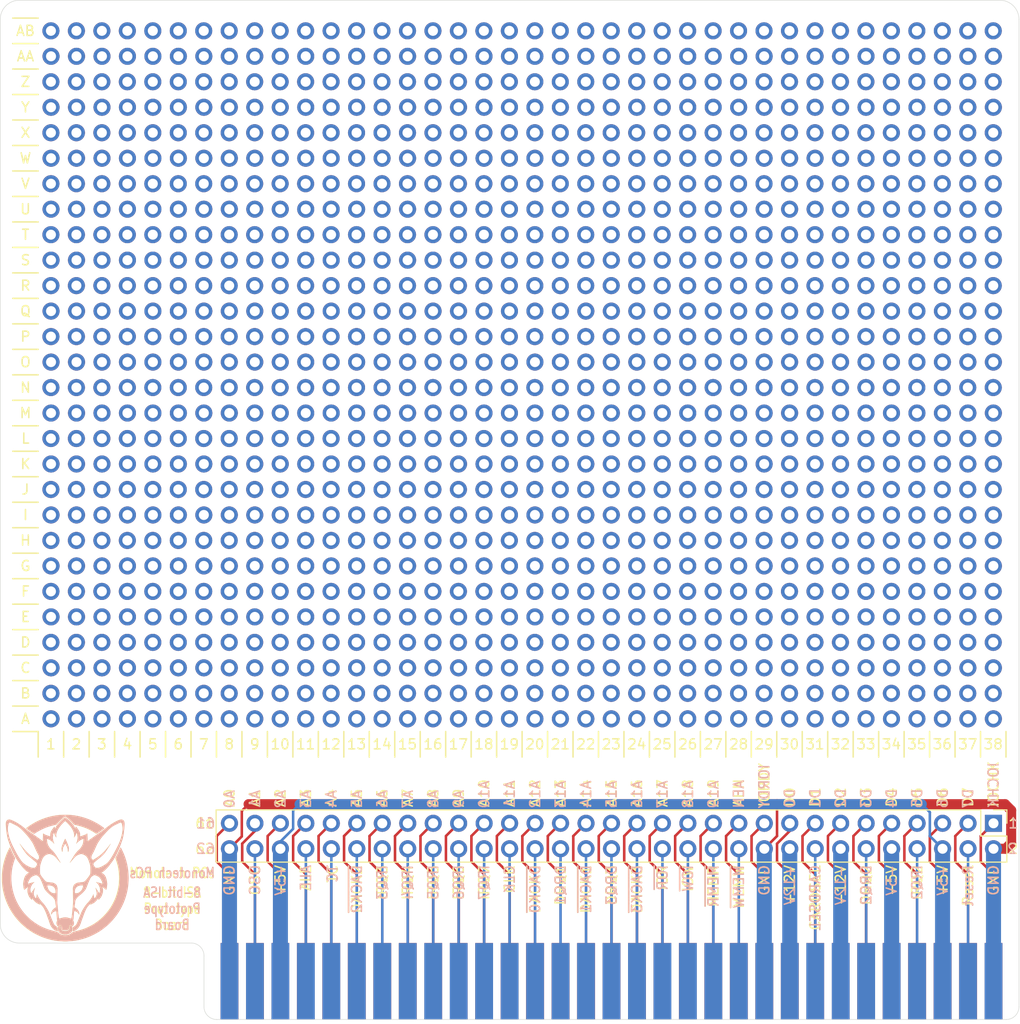
<source format=kicad_pcb>
(kicad_pcb (version 20171130) (host pcbnew "(6.0.0-rc1-dev-1672-g5c3f6f2ab)")
  (title_block (title "8-bit ISA Prototying Board") (date 2019-02-07) (company "Monotech PCs"))
  (layers (0 F.Cu signal) (31 B.Cu signal) (36 B.SilkS user) (37 F.SilkS user) (38 B.Mask user) (39 F.Mask user) (44 Edge.Cuts user))
  (net 0 "")
  (net 1 A0)
  (net 2 A1)
  (net 3 A2)
  (net 4 A3)
  (net 5 A4)
  (net 6 A5)
  (net 7 A6)
  (net 8 A7)
  (net 9 A8)
  (net 10 A9)
  (net 11 A10)
  (net 12 A11)
  (net 13 A12)
  (net 14 A13)
  (net 15 A14)
  (net 16 A15)
  (net 17 16)
  (net 18 A17)
  (net 19 A18)
  (net 20 A19)
  (net 21 AEN)
  (net 22 IORDY)
  (net 23 D0)
  (net 24 D1)
  (net 25 D2)
  (net 26 D3)
  (net 27 D4)
  (net 28 D5)
  (net 29 D6)
  (net 30 D7)
  (net 31 IOCHK)
  (net 32 GND)
  (net 33 OSC)
  (net 34 +5V)
  (net 35 ALE)
  (net 36 TC)
  (net 37 ~DACK2)
  (net 38 IRQ3)
  (net 39 IRQ4)
  (net 40 IRQ5)
  (net 41 IRQ6)
  (net 42 IRQ7)
  (net 43 CLK)
  (net 44 ~DACK0)
  (net 45 DRQ1)
  (net 46 ~DACK1)
  (net 47 DRQ3)
  (net 48 ~DACK3)
  (net 49 ~IOR)
  (net 50 ~IOW)
  (net 51 ~MEMR)
  (net 52 ~MEMW)
  (net 53 +12V)
  (net 54 CARDSEL)
  (net 55 -12V)
  (net 56 DRQ2)
  (net 57 -5V)
  (net 58 IRQ2)
  (net 59 RESET)
  (module "Custom:Prototype Area 38x28" (layer F.Cu) (at 59.0296 40.513)
    (fp_text reference REF** hide)
    (fp_text value "Prototype Area 38x28")
    (fp_text user A (at -2.54 68.58) (layer F.SilkS))
    (fp_text user B (at -2.54 66.04) (layer F.SilkS))
    (fp_text user C (at -2.54 63.5) (layer F.SilkS))
    (fp_text user D (at -2.54 60.96) (layer F.SilkS))
    (fp_text user E (at -2.54 58.42) (layer F.SilkS))
    (fp_text user F (at -2.54 55.88) (layer F.SilkS))
    (fp_text user G (at -2.54 53.34) (layer F.SilkS))
    (fp_text user H (at -2.54 50.8) (layer F.SilkS))
    (fp_text user I (at -2.54 48.26) (layer F.SilkS))
    (fp_text user J (at -2.54 45.72) (layer F.SilkS))
    (fp_text user K (at -2.54 43.18) (layer F.SilkS))
    (fp_text user L (at -2.54 40.64) (layer F.SilkS))
    (fp_text user M (at -2.54 38.1) (layer F.SilkS))
    (fp_text user N (at -2.54 35.56) (layer F.SilkS))
    (fp_text user O (at -2.54 33.02) (layer F.SilkS))
    (fp_text user P (at -2.54 30.48) (layer F.SilkS))
    (fp_text user Q (at -2.54 27.94) (layer F.SilkS))
    (fp_text user R (at -2.54 25.4) (layer F.SilkS))
    (fp_text user S (at -2.54 22.86) (layer F.SilkS))
    (fp_text user T (at -2.54 20.32) (layer F.SilkS))
    (fp_text user U (at -2.54 17.78) (layer F.SilkS))
    (fp_text user V (at -2.54 15.24) (layer F.SilkS))
    (fp_text user W (at -2.54 12.7) (layer F.SilkS))
    (fp_text user X (at -2.54 10.16) (layer F.SilkS))
    (fp_text user Y (at -2.54 7.62) (layer F.SilkS))
    (fp_text user Z (at -2.54 5.08) (layer F.SilkS))
    (fp_text user AA (at -2.54 2.54) (layer F.SilkS))
    (fp_text user 1 (at 0 71.12) (layer F.SilkS))
    (fp_text user 2 (at 2.54 71.12) (layer F.SilkS))
    (fp_text user 3 (at 5.08 71.12) (layer F.SilkS))
    (fp_text user 4 (at 7.62 71.12) (layer F.SilkS))
    (fp_text user 5 (at 10.16 71.12) (layer F.SilkS))
    (fp_text user 6 (at 12.7 71.12) (layer F.SilkS))
    (fp_text user 7 (at 15.24 71.12) (layer F.SilkS))
    (fp_text user 8 (at 17.78 71.12) (layer F.SilkS))
    (fp_text user 9 (at 20.32 71.12) (layer F.SilkS))
    (fp_text user 10 (at 22.86 71.12) (layer F.SilkS))
    (fp_text user 11 (at 25.4 71.12) (layer F.SilkS))
    (fp_text user 12 (at 27.94 71.12) (layer F.SilkS))
    (fp_text user 13 (at 30.48 71.12) (layer F.SilkS))
    (fp_text user 14 (at 33.02 71.12) (layer F.SilkS))
    (fp_text user 15 (at 35.56 71.12) (layer F.SilkS))
    (fp_text user 16 (at 38.1 71.12) (layer F.SilkS))
    (fp_text user 17 (at 40.64 71.12) (layer F.SilkS))
    (fp_text user 18 (at 43.18 71.12) (layer F.SilkS))
    (fp_text user 19 (at 45.72 71.12) (layer F.SilkS))
    (fp_text user 20 (at 48.26 71.12) (layer F.SilkS))
    (fp_text user 21 (at 50.8 71.12) (layer F.SilkS))
    (fp_text user 22 (at 53.34 71.12) (layer F.SilkS))
    (fp_text user 23 (at 55.88 71.12) (layer F.SilkS))
    (fp_text user 24 (at 58.42 71.12) (layer F.SilkS))
    (fp_text user 25 (at 60.96 71.12) (layer F.SilkS))
    (fp_text user 26 (at 63.5 71.12) (layer F.SilkS))
    (fp_text user 27 (at 66.04 71.12) (layer F.SilkS))
    (fp_text user 28 (at 68.58 71.12) (layer F.SilkS))
    (fp_text user 29 (at 71.12 71.12) (layer F.SilkS))
    (fp_text user 30 (at 73.66 71.12) (layer F.SilkS))
    (fp_text user 31 (at 76.2 71.12) (layer F.SilkS))
    (fp_text user 32 (at 78.74 71.12) (layer F.SilkS))
    (fp_text user 33 (at 81.28 71.12) (layer F.SilkS))
    (fp_text user 34 (at 83.82 71.12) (layer F.SilkS))
    (fp_text user 35 (at 86.36 71.12) (layer F.SilkS))
    (fp_text user 36 (at 88.9 71.12) (layer F.SilkS))
    (fp_text user 37 (at 91.44 71.12) (layer F.SilkS))
    (fp_text user 38 (at 93.98 71.12) (layer F.SilkS))
    (fp_text user AB (at -2.54 0) (layer F.SilkS))
    (pad "" thru_hole circle (at 86.36 0) (size 1.7 1.7) (drill 1) (layers *.Cu *.Mask))
    (pad "" thru_hole circle (at 91.450374 48.26) (size 1.7 1.7) (drill 1) (layers *.Cu *.Mask))
    (pad "" thru_hole circle (at 86.36 35.56) (size 1.7 1.7) (drill 1) (layers *.Cu *.Mask))
    (pad "" thru_hole circle (at 86.370374 27.94) (size 1.7 1.7) (drill 1) (layers *.Cu *.Mask))
    (pad "" thru_hole circle (at 93.990374 53.34) (size 1.7 1.7) (drill 1) (layers *.Cu *.Mask))
    (pad "" thru_hole circle (at 88.910374 2.54) (size 1.7 1.7) (drill 1) (layers *.Cu *.Mask))
    (pad "" thru_hole circle (at 91.450374 27.94) (size 1.7 1.7) (drill 1) (layers *.Cu *.Mask))
    (pad "" thru_hole circle (at 93.98 55.88) (size 1.7 1.7) (drill 1) (layers *.Cu *.Mask))
    (pad "" thru_hole circle (at 86.370374 63.5) (size 1.7 1.7) (drill 1) (layers *.Cu *.Mask))
    (pad "" thru_hole circle (at 93.990374 22.86) (size 1.7 1.7) (drill 1) (layers *.Cu *.Mask))
    (pad "" thru_hole circle (at 88.9 66.04) (size 1.7 1.7) (drill 1) (layers *.Cu *.Mask))
    (pad "" thru_hole circle (at 93.990374 48.26) (size 1.7 1.7) (drill 1) (layers *.Cu *.Mask))
    (pad "" thru_hole circle (at 91.44 0) (size 1.7 1.7) (drill 1) (layers *.Cu *.Mask))
    (pad "" thru_hole circle (at 93.990374 2.54) (size 1.7 1.7) (drill 1) (layers *.Cu *.Mask))
    (pad "" thru_hole circle (at 86.370374 33.02) (size 1.7 1.7) (drill 1) (layers *.Cu *.Mask))
    (pad "" thru_hole circle (at 91.44 55.88) (size 1.7 1.7) (drill 1) (layers *.Cu *.Mask))
    (pad "" thru_hole circle (at 86.36 15.24) (size 1.7 1.7) (drill 1) (layers *.Cu *.Mask))
    (pad "" thru_hole circle (at 86.36 20.32) (size 1.7 1.7) (drill 1) (layers *.Cu *.Mask))
    (pad "" thru_hole circle (at 86.36 66.04) (size 1.7 1.7) (drill 1) (layers *.Cu *.Mask))
    (pad "" thru_hole circle (at 86.36 45.72) (size 1.7 1.7) (drill 1) (layers *.Cu *.Mask))
    (pad "" thru_hole circle (at 93.990374 63.5) (size 1.7 1.7) (drill 1) (layers *.Cu *.Mask))
    (pad "" thru_hole circle (at 91.450374 2.54) (size 1.7 1.7) (drill 1) (layers *.Cu *.Mask))
    (pad "" thru_hole circle (at 88.910374 17.78) (size 1.7 1.7) (drill 1) (layers *.Cu *.Mask))
    (pad "" thru_hole circle (at 91.450374 63.5) (size 1.7 1.7) (drill 1) (layers *.Cu *.Mask))
    (pad "" thru_hole circle (at 93.98 45.72) (size 1.7 1.7) (drill 1) (layers *.Cu *.Mask))
    (pad "" thru_hole circle (at 86.36 5.08) (size 1.7 1.7) (drill 1) (layers *.Cu *.Mask))
    (pad "" thru_hole circle (at 91.44 5.08) (size 1.7 1.7) (drill 1) (layers *.Cu *.Mask))
    (pad "" thru_hole circle (at 86.370374 12.7) (size 1.7 1.7) (drill 1) (layers *.Cu *.Mask))
    (pad "" thru_hole circle (at 93.98 66.04) (size 1.7 1.7) (drill 1) (layers *.Cu *.Mask))
    (pad "" thru_hole circle (at 91.450374 53.34) (size 1.7 1.7) (drill 1) (layers *.Cu *.Mask))
    (pad "" thru_hole circle (at 86.370374 38.1) (size 1.7 1.7) (drill 1) (layers *.Cu *.Mask))
    (pad "" thru_hole circle (at 86.370374 68.58) (size 1.7 1.7) (drill 1) (layers *.Cu *.Mask))
    (pad "" thru_hole circle (at 91.44 25.4) (size 1.7 1.7) (drill 1) (layers *.Cu *.Mask))
    (pad "" thru_hole circle (at 91.44 15.24) (size 1.7 1.7) (drill 1) (layers *.Cu *.Mask))
    (pad "" thru_hole circle (at 91.44 30.48) (size 1.7 1.7) (drill 1) (layers *.Cu *.Mask))
    (pad "" thru_hole circle (at 91.450374 43.18) (size 1.7 1.7) (drill 1) (layers *.Cu *.Mask))
    (pad "" thru_hole circle (at 91.44 66.04) (size 1.7 1.7) (drill 1) (layers *.Cu *.Mask))
    (pad "" thru_hole circle (at 91.44 60.96) (size 1.7 1.7) (drill 1) (layers *.Cu *.Mask))
    (pad "" thru_hole circle (at 88.910374 12.7) (size 1.7 1.7) (drill 1) (layers *.Cu *.Mask))
    (pad "" thru_hole circle (at 88.9 30.48) (size 1.7 1.7) (drill 1) (layers *.Cu *.Mask))
    (pad "" thru_hole circle (at 93.98 10.16) (size 1.7 1.7) (drill 1) (layers *.Cu *.Mask))
    (pad "" thru_hole circle (at 93.98 40.64) (size 1.7 1.7) (drill 1) (layers *.Cu *.Mask))
    (pad "" thru_hole circle (at 86.36 10.16) (size 1.7 1.7) (drill 1) (layers *.Cu *.Mask))
    (pad "" thru_hole circle (at 91.44 10.16) (size 1.7 1.7) (drill 1) (layers *.Cu *.Mask))
    (pad "" thru_hole circle (at 86.370374 17.78) (size 1.7 1.7) (drill 1) (layers *.Cu *.Mask))
    (pad "" thru_hole circle (at 93.990374 68.58) (size 1.7 1.7) (drill 1) (layers *.Cu *.Mask))
    (pad "" thru_hole circle (at 91.450374 22.86) (size 1.7 1.7) (drill 1) (layers *.Cu *.Mask))
    (pad "" thru_hole circle (at 93.98 0) (size 1.7 1.7) (drill 1) (layers *.Cu *.Mask))
    (pad "" thru_hole circle (at 93.98 5.08) (size 1.7 1.7) (drill 1) (layers *.Cu *.Mask))
    (pad "" thru_hole circle (at 88.9 45.72) (size 1.7 1.7) (drill 1) (layers *.Cu *.Mask))
    (pad "" thru_hole circle (at 88.9 5.08) (size 1.7 1.7) (drill 1) (layers *.Cu *.Mask))
    (pad "" thru_hole circle (at 86.36 55.88) (size 1.7 1.7) (drill 1) (layers *.Cu *.Mask))
    (pad "" thru_hole circle (at 91.44 45.72) (size 1.7 1.7) (drill 1) (layers *.Cu *.Mask))
    (pad "" thru_hole circle (at 93.98 30.48) (size 1.7 1.7) (drill 1) (layers *.Cu *.Mask))
    (pad "" thru_hole circle (at 91.450374 33.02) (size 1.7 1.7) (drill 1) (layers *.Cu *.Mask))
    (pad "" thru_hole circle (at 93.98 20.32) (size 1.7 1.7) (drill 1) (layers *.Cu *.Mask))
    (pad "" thru_hole circle (at 91.450374 17.78) (size 1.7 1.7) (drill 1) (layers *.Cu *.Mask))
    (pad "" thru_hole circle (at 93.990374 27.94) (size 1.7 1.7) (drill 1) (layers *.Cu *.Mask))
    (pad "" thru_hole circle (at 93.990374 38.1) (size 1.7 1.7) (drill 1) (layers *.Cu *.Mask))
    (pad "" thru_hole circle (at 88.910374 53.34) (size 1.7 1.7) (drill 1) (layers *.Cu *.Mask))
    (pad "" thru_hole circle (at 86.370374 22.86) (size 1.7 1.7) (drill 1) (layers *.Cu *.Mask))
    (pad "" thru_hole circle (at 86.36 30.48) (size 1.7 1.7) (drill 1) (layers *.Cu *.Mask))
    (pad "" thru_hole circle (at 86.370374 58.42) (size 1.7 1.7) (drill 1) (layers *.Cu *.Mask))
    (pad "" thru_hole circle (at 88.9 20.32) (size 1.7 1.7) (drill 1) (layers *.Cu *.Mask))
    (pad "" thru_hole circle (at 88.910374 27.94) (size 1.7 1.7) (drill 1) (layers *.Cu *.Mask))
    (pad "" thru_hole circle (at 88.910374 43.18) (size 1.7 1.7) (drill 1) (layers *.Cu *.Mask))
    (pad "" thru_hole circle (at 86.370374 7.62) (size 1.7 1.7) (drill 1) (layers *.Cu *.Mask))
    (pad "" thru_hole circle (at 88.9 40.64) (size 1.7 1.7) (drill 1) (layers *.Cu *.Mask))
    (pad "" thru_hole circle (at 86.36 50.8) (size 1.7 1.7) (drill 1) (layers *.Cu *.Mask))
    (pad "" thru_hole circle (at 86.370374 43.18) (size 1.7 1.7) (drill 1) (layers *.Cu *.Mask))
    (pad "" thru_hole circle (at 86.370374 53.34) (size 1.7 1.7) (drill 1) (layers *.Cu *.Mask))
    (pad "" thru_hole circle (at 88.9 0) (size 1.7 1.7) (drill 1) (layers *.Cu *.Mask))
    (pad "" thru_hole circle (at 88.910374 63.5) (size 1.7 1.7) (drill 1) (layers *.Cu *.Mask))
    (pad "" thru_hole circle (at 81.290374 43.18) (size 1.7 1.7) (drill 1) (layers *.Cu *.Mask))
    (pad "" thru_hole circle (at 81.28 45.72) (size 1.7 1.7) (drill 1) (layers *.Cu *.Mask))
    (pad "" thru_hole circle (at 88.9 35.56) (size 1.7 1.7) (drill 1) (layers *.Cu *.Mask))
    (pad "" thru_hole circle (at 81.28 55.88) (size 1.7 1.7) (drill 1) (layers *.Cu *.Mask))
    (pad "" thru_hole circle (at 88.910374 48.26) (size 1.7 1.7) (drill 1) (layers *.Cu *.Mask))
    (pad "" thru_hole circle (at 88.9 55.88) (size 1.7 1.7) (drill 1) (layers *.Cu *.Mask))
    (pad "" thru_hole circle (at 88.9 10.16) (size 1.7 1.7) (drill 1) (layers *.Cu *.Mask))
    (pad "" thru_hole circle (at 81.28 60.96) (size 1.7 1.7) (drill 1) (layers *.Cu *.Mask))
    (pad "" thru_hole circle (at 86.36 40.64) (size 1.7 1.7) (drill 1) (layers *.Cu *.Mask))
    (pad "" thru_hole circle (at 86.370374 2.54) (size 1.7 1.7) (drill 1) (layers *.Cu *.Mask))
    (pad "" thru_hole circle (at 81.28 50.8) (size 1.7 1.7) (drill 1) (layers *.Cu *.Mask))
    (pad "" thru_hole circle (at 81.290374 53.34) (size 1.7 1.7) (drill 1) (layers *.Cu *.Mask))
    (pad "" thru_hole circle (at 86.370374 48.26) (size 1.7 1.7) (drill 1) (layers *.Cu *.Mask))
    (pad "" thru_hole circle (at 81.28 35.56) (size 1.7 1.7) (drill 1) (layers *.Cu *.Mask))
    (pad "" thru_hole circle (at 81.290374 17.78) (size 1.7 1.7) (drill 1) (layers *.Cu *.Mask))
    (pad "" thru_hole circle (at 81.290374 48.26) (size 1.7 1.7) (drill 1) (layers *.Cu *.Mask))
    (pad "" thru_hole circle (at 88.910374 22.86) (size 1.7 1.7) (drill 1) (layers *.Cu *.Mask))
    (pad "" thru_hole circle (at 86.36 60.96) (size 1.7 1.7) (drill 1) (layers *.Cu *.Mask))
    (pad "" thru_hole circle (at 88.910374 68.58) (size 1.7 1.7) (drill 1) (layers *.Cu *.Mask))
    (pad "" thru_hole circle (at 88.910374 58.42) (size 1.7 1.7) (drill 1) (layers *.Cu *.Mask))
    (pad "" thru_hole circle (at 81.290374 38.1) (size 1.7 1.7) (drill 1) (layers *.Cu *.Mask))
    (pad "" thru_hole circle (at 88.910374 7.62) (size 1.7 1.7) (drill 1) (layers *.Cu *.Mask))
    (pad "" thru_hole circle (at 86.36 25.4) (size 1.7 1.7) (drill 1) (layers *.Cu *.Mask))
    (pad "" thru_hole circle (at 81.28 66.04) (size 1.7 1.7) (drill 1) (layers *.Cu *.Mask))
    (pad "" thru_hole circle (at 88.9 25.4) (size 1.7 1.7) (drill 1) (layers *.Cu *.Mask))
    (pad "" thru_hole circle (at 81.290374 68.58) (size 1.7 1.7) (drill 1) (layers *.Cu *.Mask))
    (pad "" thru_hole circle (at 83.82 55.88) (size 1.7 1.7) (drill 1) (layers *.Cu *.Mask))
    (pad "" thru_hole circle (at 81.290374 33.02) (size 1.7 1.7) (drill 1) (layers *.Cu *.Mask))
    (pad "" thru_hole circle (at 81.28 15.24) (size 1.7 1.7) (drill 1) (layers *.Cu *.Mask))
    (pad "" thru_hole circle (at 83.830374 7.62) (size 1.7 1.7) (drill 1) (layers *.Cu *.Mask))
    (pad "" thru_hole circle (at 83.82 50.8) (size 1.7 1.7) (drill 1) (layers *.Cu *.Mask))
    (pad "" thru_hole circle (at 83.830374 43.18) (size 1.7 1.7) (drill 1) (layers *.Cu *.Mask))
    (pad "" thru_hole circle (at 88.910374 33.02) (size 1.7 1.7) (drill 1) (layers *.Cu *.Mask))
    (pad "" thru_hole circle (at 81.290374 7.62) (size 1.7 1.7) (drill 1) (layers *.Cu *.Mask))
    (pad "" thru_hole circle (at 81.28 20.32) (size 1.7 1.7) (drill 1) (layers *.Cu *.Mask))
    (pad "" thru_hole circle (at 81.28 25.4) (size 1.7 1.7) (drill 1) (layers *.Cu *.Mask))
    (pad "" thru_hole circle (at 81.290374 22.86) (size 1.7 1.7) (drill 1) (layers *.Cu *.Mask))
    (pad "" thru_hole circle (at 83.82 66.04) (size 1.7 1.7) (drill 1) (layers *.Cu *.Mask))
    (pad "" thru_hole circle (at 88.9 50.8) (size 1.7 1.7) (drill 1) (layers *.Cu *.Mask))
    (pad "" thru_hole circle (at 83.830374 33.02) (size 1.7 1.7) (drill 1) (layers *.Cu *.Mask))
    (pad "" thru_hole circle (at 81.290374 58.42) (size 1.7 1.7) (drill 1) (layers *.Cu *.Mask))
    (pad "" thru_hole circle (at 81.290374 27.94) (size 1.7 1.7) (drill 1) (layers *.Cu *.Mask))
    (pad "" thru_hole circle (at 81.290374 63.5) (size 1.7 1.7) (drill 1) (layers *.Cu *.Mask))
    (pad "" thru_hole circle (at 83.82 45.72) (size 1.7 1.7) (drill 1) (layers *.Cu *.Mask))
    (pad "" thru_hole circle (at 83.830374 2.54) (size 1.7 1.7) (drill 1) (layers *.Cu *.Mask))
    (pad "" thru_hole circle (at 83.830374 53.34) (size 1.7 1.7) (drill 1) (layers *.Cu *.Mask))
    (pad "" thru_hole circle (at 81.28 10.16) (size 1.7 1.7) (drill 1) (layers *.Cu *.Mask))
    (pad "" thru_hole circle (at 81.28 40.64) (size 1.7 1.7) (drill 1) (layers *.Cu *.Mask))
    (pad "" thru_hole circle (at 83.82 10.16) (size 1.7 1.7) (drill 1) (layers *.Cu *.Mask))
    (pad "" thru_hole circle (at 83.830374 12.7) (size 1.7 1.7) (drill 1) (layers *.Cu *.Mask))
    (pad "" thru_hole circle (at 81.28 5.08) (size 1.7 1.7) (drill 1) (layers *.Cu *.Mask))
    (pad "" thru_hole circle (at 83.82 60.96) (size 1.7 1.7) (drill 1) (layers *.Cu *.Mask))
    (pad "" thru_hole circle (at 83.82 5.08) (size 1.7 1.7) (drill 1) (layers *.Cu *.Mask))
    (pad "" thru_hole circle (at 83.82 0) (size 1.7 1.7) (drill 1) (layers *.Cu *.Mask))
    (pad "" thru_hole circle (at 81.290374 2.54) (size 1.7 1.7) (drill 1) (layers *.Cu *.Mask))
    (pad "" thru_hole circle (at 83.82 15.24) (size 1.7 1.7) (drill 1) (layers *.Cu *.Mask))
    (pad "" thru_hole circle (at 83.82 25.4) (size 1.7 1.7) (drill 1) (layers *.Cu *.Mask))
    (pad "" thru_hole circle (at 83.830374 58.42) (size 1.7 1.7) (drill 1) (layers *.Cu *.Mask))
    (pad "" thru_hole circle (at 83.830374 22.86) (size 1.7 1.7) (drill 1) (layers *.Cu *.Mask))
    (pad "" thru_hole circle (at 83.82 20.32) (size 1.7 1.7) (drill 1) (layers *.Cu *.Mask))
    (pad "" thru_hole circle (at 83.830374 63.5) (size 1.7 1.7) (drill 1) (layers *.Cu *.Mask))
    (pad "" thru_hole circle (at 88.9 60.96) (size 1.7 1.7) (drill 1) (layers *.Cu *.Mask))
    (pad "" thru_hole circle (at 83.82 30.48) (size 1.7 1.7) (drill 1) (layers *.Cu *.Mask))
    (pad "" thru_hole circle (at 83.830374 68.58) (size 1.7 1.7) (drill 1) (layers *.Cu *.Mask))
    (pad "" thru_hole circle (at 81.290374 12.7) (size 1.7 1.7) (drill 1) (layers *.Cu *.Mask))
    (pad "" thru_hole circle (at 83.830374 27.94) (size 1.7 1.7) (drill 1) (layers *.Cu *.Mask))
    (pad "" thru_hole circle (at 83.830374 17.78) (size 1.7 1.7) (drill 1) (layers *.Cu *.Mask))
    (pad "" thru_hole circle (at 83.82 35.56) (size 1.7 1.7) (drill 1) (layers *.Cu *.Mask))
    (pad "" thru_hole circle (at 83.830374 48.26) (size 1.7 1.7) (drill 1) (layers *.Cu *.Mask))
    (pad "" thru_hole circle (at 88.910374 38.1) (size 1.7 1.7) (drill 1) (layers *.Cu *.Mask))
    (pad "" thru_hole circle (at 88.9 15.24) (size 1.7 1.7) (drill 1) (layers *.Cu *.Mask))
    (pad "" thru_hole circle (at 83.82 40.64) (size 1.7 1.7) (drill 1) (layers *.Cu *.Mask))
    (pad "" thru_hole circle (at 81.28 0) (size 1.7 1.7) (drill 1) (layers *.Cu *.Mask))
    (pad "" thru_hole circle (at 81.28 30.48) (size 1.7 1.7) (drill 1) (layers *.Cu *.Mask))
    (pad "" thru_hole circle (at 83.830374 38.1) (size 1.7 1.7) (drill 1) (layers *.Cu *.Mask))
    (pad "" thru_hole circle (at 91.450374 38.1) (size 1.7 1.7) (drill 1) (layers *.Cu *.Mask))
    (pad "" thru_hole circle (at 93.990374 33.02) (size 1.7 1.7) (drill 1) (layers *.Cu *.Mask))
    (pad "" thru_hole circle (at 91.450374 7.62) (size 1.7 1.7) (drill 1) (layers *.Cu *.Mask))
    (pad "" thru_hole circle (at 91.44 40.64) (size 1.7 1.7) (drill 1) (layers *.Cu *.Mask))
    (pad "" thru_hole circle (at 91.450374 68.58) (size 1.7 1.7) (drill 1) (layers *.Cu *.Mask))
    (pad "" thru_hole circle (at 91.450374 12.7) (size 1.7 1.7) (drill 1) (layers *.Cu *.Mask))
    (pad "" thru_hole circle (at 93.990374 12.7) (size 1.7 1.7) (drill 1) (layers *.Cu *.Mask))
    (pad "" thru_hole circle (at 91.44 35.56) (size 1.7 1.7) (drill 1) (layers *.Cu *.Mask))
    (pad "" thru_hole circle (at 93.98 60.96) (size 1.7 1.7) (drill 1) (layers *.Cu *.Mask))
    (pad "" thru_hole circle (at 91.44 50.8) (size 1.7 1.7) (drill 1) (layers *.Cu *.Mask))
    (pad "" thru_hole circle (at 91.450374 58.42) (size 1.7 1.7) (drill 1) (layers *.Cu *.Mask))
    (pad "" thru_hole circle (at 93.990374 17.78) (size 1.7 1.7) (drill 1) (layers *.Cu *.Mask))
    (pad "" thru_hole circle (at 91.44 20.32) (size 1.7 1.7) (drill 1) (layers *.Cu *.Mask))
    (pad "" thru_hole circle (at 93.990374 43.18) (size 1.7 1.7) (drill 1) (layers *.Cu *.Mask))
    (pad "" thru_hole circle (at 93.990374 58.42) (size 1.7 1.7) (drill 1) (layers *.Cu *.Mask))
    (pad "" thru_hole circle (at 93.98 50.8) (size 1.7 1.7) (drill 1) (layers *.Cu *.Mask))
    (pad "" thru_hole circle (at 93.990374 7.62) (size 1.7 1.7) (drill 1) (layers *.Cu *.Mask))
    (pad "" thru_hole circle (at 93.98 35.56) (size 1.7 1.7) (drill 1) (layers *.Cu *.Mask))
    (pad "" thru_hole circle (at 93.98 25.4) (size 1.7 1.7) (drill 1) (layers *.Cu *.Mask))
    (pad "" thru_hole circle (at 93.98 15.24) (size 1.7 1.7) (drill 1) (layers *.Cu *.Mask))
    (pad "" thru_hole circle (at 50.8 35.56) (size 1.7 1.7) (drill 1) (layers *.Cu *.Mask))
    (pad "" thru_hole circle (at 53.350374 33.02) (size 1.7 1.7) (drill 1) (layers *.Cu *.Mask))
    (pad "" thru_hole circle (at 50.810374 12.7) (size 1.7 1.7) (drill 1) (layers *.Cu *.Mask))
    (pad "" thru_hole circle (at 53.350374 12.7) (size 1.7 1.7) (drill 1) (layers *.Cu *.Mask))
    (pad "" thru_hole circle (at 53.350374 58.42) (size 1.7 1.7) (drill 1) (layers *.Cu *.Mask))
    (pad "" thru_hole circle (at 53.350374 17.78) (size 1.7 1.7) (drill 1) (layers *.Cu *.Mask))
    (pad "" thru_hole circle (at 50.810374 7.62) (size 1.7 1.7) (drill 1) (layers *.Cu *.Mask))
    (pad "" thru_hole circle (at 53.34 60.96) (size 1.7 1.7) (drill 1) (layers *.Cu *.Mask))
    (pad "" thru_hole circle (at 53.34 35.56) (size 1.7 1.7) (drill 1) (layers *.Cu *.Mask))
    (pad "" thru_hole circle (at 50.810374 38.1) (size 1.7 1.7) (drill 1) (layers *.Cu *.Mask))
    (pad "" thru_hole circle (at 53.34 50.8) (size 1.7 1.7) (drill 1) (layers *.Cu *.Mask))
    (pad "" thru_hole circle (at 53.350374 43.18) (size 1.7 1.7) (drill 1) (layers *.Cu *.Mask))
    (pad "" thru_hole circle (at 50.810374 68.58) (size 1.7 1.7) (drill 1) (layers *.Cu *.Mask))
    (pad "" thru_hole circle (at 50.8 66.04) (size 1.7 1.7) (drill 1) (layers *.Cu *.Mask))
    (pad "" thru_hole circle (at 50.8 20.32) (size 1.7 1.7) (drill 1) (layers *.Cu *.Mask))
    (pad "" thru_hole circle (at 50.8 50.8) (size 1.7 1.7) (drill 1) (layers *.Cu *.Mask))
    (pad "" thru_hole circle (at 50.810374 43.18) (size 1.7 1.7) (drill 1) (layers *.Cu *.Mask))
    (pad "" thru_hole circle (at 50.8 40.64) (size 1.7 1.7) (drill 1) (layers *.Cu *.Mask))
    (pad "" thru_hole circle (at 53.34 66.04) (size 1.7 1.7) (drill 1) (layers *.Cu *.Mask))
    (pad "" thru_hole circle (at 53.34 15.24) (size 1.7 1.7) (drill 1) (layers *.Cu *.Mask))
    (pad "" thru_hole circle (at 53.350374 7.62) (size 1.7 1.7) (drill 1) (layers *.Cu *.Mask))
    (pad "" thru_hole circle (at 53.34 55.88) (size 1.7 1.7) (drill 1) (layers *.Cu *.Mask))
    (pad "" thru_hole circle (at 53.34 25.4) (size 1.7 1.7) (drill 1) (layers *.Cu *.Mask))
    (pad "" thru_hole circle (at 50.810374 58.42) (size 1.7 1.7) (drill 1) (layers *.Cu *.Mask))
    (pad "" thru_hole circle (at 50.8 55.88) (size 1.7 1.7) (drill 1) (layers *.Cu *.Mask))
    (pad "" thru_hole circle (at 50.810374 63.5) (size 1.7 1.7) (drill 1) (layers *.Cu *.Mask))
    (pad "" thru_hole circle (at 50.810374 27.94) (size 1.7 1.7) (drill 1) (layers *.Cu *.Mask))
    (pad "" thru_hole circle (at 53.350374 53.34) (size 1.7 1.7) (drill 1) (layers *.Cu *.Mask))
    (pad "" thru_hole circle (at 58.42 15.24) (size 1.7 1.7) (drill 1) (layers *.Cu *.Mask))
    (pad "" thru_hole circle (at 53.34 20.32) (size 1.7 1.7) (drill 1) (layers *.Cu *.Mask))
    (pad "" thru_hole circle (at 50.8 25.4) (size 1.7 1.7) (drill 1) (layers *.Cu *.Mask))
    (pad "" thru_hole circle (at 53.350374 27.94) (size 1.7 1.7) (drill 1) (layers *.Cu *.Mask))
    (pad "" thru_hole circle (at 50.8 10.16) (size 1.7 1.7) (drill 1) (layers *.Cu *.Mask))
    (pad "" thru_hole circle (at 58.430374 33.02) (size 1.7 1.7) (drill 1) (layers *.Cu *.Mask))
    (pad "" thru_hole circle (at 50.8 15.24) (size 1.7 1.7) (drill 1) (layers *.Cu *.Mask))
    (pad "" thru_hole circle (at 50.810374 22.86) (size 1.7 1.7) (drill 1) (layers *.Cu *.Mask))
    (pad "" thru_hole circle (at 58.42 50.8) (size 1.7 1.7) (drill 1) (layers *.Cu *.Mask))
    (pad "" thru_hole circle (at 53.34 10.16) (size 1.7 1.7) (drill 1) (layers *.Cu *.Mask))
    (pad "" thru_hole circle (at 53.350374 38.1) (size 1.7 1.7) (drill 1) (layers *.Cu *.Mask))
    (pad "" thru_hole circle (at 58.42 60.96) (size 1.7 1.7) (drill 1) (layers *.Cu *.Mask))
    (pad "" thru_hole circle (at 53.34 40.64) (size 1.7 1.7) (drill 1) (layers *.Cu *.Mask))
    (pad "" thru_hole circle (at 53.350374 22.86) (size 1.7 1.7) (drill 1) (layers *.Cu *.Mask))
    (pad "" thru_hole circle (at 50.8 5.08) (size 1.7 1.7) (drill 1) (layers *.Cu *.Mask))
    (pad "" thru_hole circle (at 50.810374 53.34) (size 1.7 1.7) (drill 1) (layers *.Cu *.Mask))
    (pad "" thru_hole circle (at 50.810374 2.54) (size 1.7 1.7) (drill 1) (layers *.Cu *.Mask))
    (pad "" thru_hole circle (at 53.350374 68.58) (size 1.7 1.7) (drill 1) (layers *.Cu *.Mask))
    (pad "" thru_hole circle (at 53.34 30.48) (size 1.7 1.7) (drill 1) (layers *.Cu *.Mask))
    (pad "" thru_hole circle (at 53.34 5.08) (size 1.7 1.7) (drill 1) (layers *.Cu *.Mask))
    (pad "" thru_hole circle (at 58.430374 22.86) (size 1.7 1.7) (drill 1) (layers *.Cu *.Mask))
    (pad "" thru_hole circle (at 53.350374 48.26) (size 1.7 1.7) (drill 1) (layers *.Cu *.Mask))
    (pad "" thru_hole circle (at 50.810374 17.78) (size 1.7 1.7) (drill 1) (layers *.Cu *.Mask))
    (pad "" thru_hole circle (at 50.8 30.48) (size 1.7 1.7) (drill 1) (layers *.Cu *.Mask))
    (pad "" thru_hole circle (at 50.810374 33.02) (size 1.7 1.7) (drill 1) (layers *.Cu *.Mask))
    (pad "" thru_hole circle (at 50.8 0) (size 1.7 1.7) (drill 1) (layers *.Cu *.Mask))
    (pad "" thru_hole circle (at 53.350374 63.5) (size 1.7 1.7) (drill 1) (layers *.Cu *.Mask))
    (pad "" thru_hole circle (at 53.34 45.72) (size 1.7 1.7) (drill 1) (layers *.Cu *.Mask))
    (pad "" thru_hole circle (at 53.34 0) (size 1.7 1.7) (drill 1) (layers *.Cu *.Mask))
    (pad "" thru_hole circle (at 58.430374 7.62) (size 1.7 1.7) (drill 1) (layers *.Cu *.Mask))
    (pad "" thru_hole circle (at 58.42 25.4) (size 1.7 1.7) (drill 1) (layers *.Cu *.Mask))
    (pad "" thru_hole circle (at 58.430374 38.1) (size 1.7 1.7) (drill 1) (layers *.Cu *.Mask))
    (pad "" thru_hole circle (at 53.350374 2.54) (size 1.7 1.7) (drill 1) (layers *.Cu *.Mask))
    (pad "" thru_hole circle (at 50.8 45.72) (size 1.7 1.7) (drill 1) (layers *.Cu *.Mask))
    (pad "" thru_hole circle (at 50.810374 48.26) (size 1.7 1.7) (drill 1) (layers *.Cu *.Mask))
    (pad "" thru_hole circle (at 50.8 60.96) (size 1.7 1.7) (drill 1) (layers *.Cu *.Mask))
    (pad "" thru_hole circle (at 45.730374 17.78) (size 1.7 1.7) (drill 1) (layers *.Cu *.Mask))
    (pad "" thru_hole circle (at 45.730374 63.5) (size 1.7 1.7) (drill 1) (layers *.Cu *.Mask))
    (pad "" thru_hole circle (at 48.270374 2.54) (size 1.7 1.7) (drill 1) (layers *.Cu *.Mask))
    (pad "" thru_hole circle (at 48.270374 53.34) (size 1.7 1.7) (drill 1) (layers *.Cu *.Mask))
    (pad "" thru_hole circle (at 45.72 45.72) (size 1.7 1.7) (drill 1) (layers *.Cu *.Mask))
    (pad "" thru_hole circle (at 45.72 20.32) (size 1.7 1.7) (drill 1) (layers *.Cu *.Mask))
    (pad "" thru_hole circle (at 45.72 10.16) (size 1.7 1.7) (drill 1) (layers *.Cu *.Mask))
    (pad "" thru_hole circle (at 48.26 66.04) (size 1.7 1.7) (drill 1) (layers *.Cu *.Mask))
    (pad "" thru_hole circle (at 48.26 30.48) (size 1.7 1.7) (drill 1) (layers *.Cu *.Mask))
    (pad "" thru_hole circle (at 48.270374 17.78) (size 1.7 1.7) (drill 1) (layers *.Cu *.Mask))
    (pad "" thru_hole circle (at 48.26 45.72) (size 1.7 1.7) (drill 1) (layers *.Cu *.Mask))
    (pad "" thru_hole circle (at 45.72 55.88) (size 1.7 1.7) (drill 1) (layers *.Cu *.Mask))
    (pad "" thru_hole circle (at 45.72 0) (size 1.7 1.7) (drill 1) (layers *.Cu *.Mask))
    (pad "" thru_hole circle (at 45.72 66.04) (size 1.7 1.7) (drill 1) (layers *.Cu *.Mask))
    (pad "" thru_hole circle (at 45.72 35.56) (size 1.7 1.7) (drill 1) (layers *.Cu *.Mask))
    (pad "" thru_hole circle (at 45.730374 33.02) (size 1.7 1.7) (drill 1) (layers *.Cu *.Mask))
    (pad "" thru_hole circle (at 45.72 15.24) (size 1.7 1.7) (drill 1) (layers *.Cu *.Mask))
    (pad "" thru_hole circle (at 45.72 5.08) (size 1.7 1.7) (drill 1) (layers *.Cu *.Mask))
    (pad "" thru_hole circle (at 45.730374 38.1) (size 1.7 1.7) (drill 1) (layers *.Cu *.Mask))
    (pad "" thru_hole circle (at 45.730374 27.94) (size 1.7 1.7) (drill 1) (layers *.Cu *.Mask))
    (pad "" thru_hole circle (at 48.270374 12.7) (size 1.7 1.7) (drill 1) (layers *.Cu *.Mask))
    (pad "" thru_hole circle (at 48.26 5.08) (size 1.7 1.7) (drill 1) (layers *.Cu *.Mask))
    (pad "" thru_hole circle (at 45.730374 68.58) (size 1.7 1.7) (drill 1) (layers *.Cu *.Mask))
    (pad "" thru_hole circle (at 45.730374 12.7) (size 1.7 1.7) (drill 1) (layers *.Cu *.Mask))
    (pad "" thru_hole circle (at 48.270374 48.26) (size 1.7 1.7) (drill 1) (layers *.Cu *.Mask))
    (pad "" thru_hole circle (at 48.26 55.88) (size 1.7 1.7) (drill 1) (layers *.Cu *.Mask))
    (pad "" thru_hole circle (at 45.72 40.64) (size 1.7 1.7) (drill 1) (layers *.Cu *.Mask))
    (pad "" thru_hole circle (at 45.730374 2.54) (size 1.7 1.7) (drill 1) (layers *.Cu *.Mask))
    (pad "" thru_hole circle (at 48.270374 68.58) (size 1.7 1.7) (drill 1) (layers *.Cu *.Mask))
    (pad "" thru_hole circle (at 48.270374 58.42) (size 1.7 1.7) (drill 1) (layers *.Cu *.Mask))
    (pad "" thru_hole circle (at 45.72 60.96) (size 1.7 1.7) (drill 1) (layers *.Cu *.Mask))
    (pad "" thru_hole circle (at 45.730374 22.86) (size 1.7 1.7) (drill 1) (layers *.Cu *.Mask))
    (pad "" thru_hole circle (at 48.26 10.16) (size 1.7 1.7) (drill 1) (layers *.Cu *.Mask))
    (pad "" thru_hole circle (at 45.730374 48.26) (size 1.7 1.7) (drill 1) (layers *.Cu *.Mask))
    (pad "" thru_hole circle (at 48.270374 27.94) (size 1.7 1.7) (drill 1) (layers *.Cu *.Mask))
    (pad "" thru_hole circle (at 45.730374 53.34) (size 1.7 1.7) (drill 1) (layers *.Cu *.Mask))
    (pad "" thru_hole circle (at 45.72 25.4) (size 1.7 1.7) (drill 1) (layers *.Cu *.Mask))
    (pad "" thru_hole circle (at 45.730374 58.42) (size 1.7 1.7) (drill 1) (layers *.Cu *.Mask))
    (pad "" thru_hole circle (at 45.72 30.48) (size 1.7 1.7) (drill 1) (layers *.Cu *.Mask))
    (pad "" thru_hole circle (at 48.26 0) (size 1.7 1.7) (drill 1) (layers *.Cu *.Mask))
    (pad "" thru_hole circle (at 48.270374 63.5) (size 1.7 1.7) (drill 1) (layers *.Cu *.Mask))
    (pad "" thru_hole circle (at 45.730374 7.62) (size 1.7 1.7) (drill 1) (layers *.Cu *.Mask))
    (pad "" thru_hole circle (at 48.26 35.56) (size 1.7 1.7) (drill 1) (layers *.Cu *.Mask))
    (pad "" thru_hole circle (at 48.26 20.32) (size 1.7 1.7) (drill 1) (layers *.Cu *.Mask))
    (pad "" thru_hole circle (at 45.72 50.8) (size 1.7 1.7) (drill 1) (layers *.Cu *.Mask))
    (pad "" thru_hole circle (at 48.270374 43.18) (size 1.7 1.7) (drill 1) (layers *.Cu *.Mask))
    (pad "" thru_hole circle (at 45.730374 43.18) (size 1.7 1.7) (drill 1) (layers *.Cu *.Mask))
    (pad "" thru_hole circle (at 48.26 40.64) (size 1.7 1.7) (drill 1) (layers *.Cu *.Mask))
    (pad "" thru_hole circle (at 48.270374 22.86) (size 1.7 1.7) (drill 1) (layers *.Cu *.Mask))
    (pad "" thru_hole circle (at 48.270374 7.62) (size 1.7 1.7) (drill 1) (layers *.Cu *.Mask))
    (pad "" thru_hole circle (at 48.26 25.4) (size 1.7 1.7) (drill 1) (layers *.Cu *.Mask))
    (pad "" thru_hole circle (at 48.270374 38.1) (size 1.7 1.7) (drill 1) (layers *.Cu *.Mask))
    (pad "" thru_hole circle (at 68.58 40.64) (size 1.7 1.7) (drill 1) (layers *.Cu *.Mask))
    (pad "" thru_hole circle (at 66.050374 22.86) (size 1.7 1.7) (drill 1) (layers *.Cu *.Mask))
    (pad "" thru_hole circle (at 66.050374 53.34) (size 1.7 1.7) (drill 1) (layers *.Cu *.Mask))
    (pad "" thru_hole circle (at 66.050374 58.42) (size 1.7 1.7) (drill 1) (layers *.Cu *.Mask))
    (pad "" thru_hole circle (at 68.58 0) (size 1.7 1.7) (drill 1) (layers *.Cu *.Mask))
    (pad "" thru_hole circle (at 66.050374 7.62) (size 1.7 1.7) (drill 1) (layers *.Cu *.Mask))
    (pad "" thru_hole circle (at 66.050374 43.18) (size 1.7 1.7) (drill 1) (layers *.Cu *.Mask))
    (pad "" thru_hole circle (at 68.58 20.32) (size 1.7 1.7) (drill 1) (layers *.Cu *.Mask))
    (pad "" thru_hole circle (at 66.04 50.8) (size 1.7 1.7) (drill 1) (layers *.Cu *.Mask))
    (pad "" thru_hole circle (at 68.590374 43.18) (size 1.7 1.7) (drill 1) (layers *.Cu *.Mask))
    (pad "" thru_hole circle (at 68.590374 27.94) (size 1.7 1.7) (drill 1) (layers *.Cu *.Mask))
    (pad "" thru_hole circle (at 66.04 30.48) (size 1.7 1.7) (drill 1) (layers *.Cu *.Mask))
    (pad "" thru_hole circle (at 68.590374 48.26) (size 1.7 1.7) (drill 1) (layers *.Cu *.Mask))
    (pad "" thru_hole circle (at 68.58 55.88) (size 1.7 1.7) (drill 1) (layers *.Cu *.Mask))
    (pad "" thru_hole circle (at 68.58 10.16) (size 1.7 1.7) (drill 1) (layers *.Cu *.Mask))
    (pad "" thru_hole circle (at 68.58 35.56) (size 1.7 1.7) (drill 1) (layers *.Cu *.Mask))
    (pad "" thru_hole circle (at 66.04 40.64) (size 1.7 1.7) (drill 1) (layers *.Cu *.Mask))
    (pad "" thru_hole circle (at 66.050374 48.26) (size 1.7 1.7) (drill 1) (layers *.Cu *.Mask))
    (pad "" thru_hole circle (at 66.04 60.96) (size 1.7 1.7) (drill 1) (layers *.Cu *.Mask))
    (pad "" thru_hole circle (at 66.050374 2.54) (size 1.7 1.7) (drill 1) (layers *.Cu *.Mask))
    (pad "" thru_hole circle (at 68.590374 68.58) (size 1.7 1.7) (drill 1) (layers *.Cu *.Mask))
    (pad "" thru_hole circle (at 68.590374 58.42) (size 1.7 1.7) (drill 1) (layers *.Cu *.Mask))
    (pad "" thru_hole circle (at 68.590374 63.5) (size 1.7 1.7) (drill 1) (layers *.Cu *.Mask))
    (pad "" thru_hole circle (at 66.04 25.4) (size 1.7 1.7) (drill 1) (layers *.Cu *.Mask))
    (pad "" thru_hole circle (at 78.750374 2.54) (size 1.7 1.7) (drill 1) (layers *.Cu *.Mask))
    (pad "" thru_hole circle (at 60.96 60.96) (size 1.7 1.7) (drill 1) (layers *.Cu *.Mask))
    (pad "" thru_hole circle (at 76.2 50.8) (size 1.7 1.7) (drill 1) (layers *.Cu *.Mask))
    (pad "" thru_hole circle (at 76.2 5.08) (size 1.7 1.7) (drill 1) (layers *.Cu *.Mask))
    (pad "" thru_hole circle (at 76.2 25.4) (size 1.7 1.7) (drill 1) (layers *.Cu *.Mask))
    (pad "" thru_hole circle (at 76.210374 48.26) (size 1.7 1.7) (drill 1) (layers *.Cu *.Mask))
    (pad "" thru_hole circle (at 78.74 0) (size 1.7 1.7) (drill 1) (layers *.Cu *.Mask))
    (pad "" thru_hole circle (at 76.210374 33.02) (size 1.7 1.7) (drill 1) (layers *.Cu *.Mask))
    (pad "" thru_hole circle (at 78.750374 48.26) (size 1.7 1.7) (drill 1) (layers *.Cu *.Mask))
    (pad "" thru_hole circle (at 76.210374 27.94) (size 1.7 1.7) (drill 1) (layers *.Cu *.Mask))
    (pad "" thru_hole circle (at 60.970374 43.18) (size 1.7 1.7) (drill 1) (layers *.Cu *.Mask))
    (pad "" thru_hole circle (at 76.210374 7.62) (size 1.7 1.7) (drill 1) (layers *.Cu *.Mask))
    (pad "" thru_hole circle (at 76.210374 12.7) (size 1.7 1.7) (drill 1) (layers *.Cu *.Mask))
    (pad "" thru_hole circle (at 76.2 66.04) (size 1.7 1.7) (drill 1) (layers *.Cu *.Mask))
    (pad "" thru_hole circle (at 78.74 40.64) (size 1.7 1.7) (drill 1) (layers *.Cu *.Mask))
    (pad "" thru_hole circle (at 76.2 60.96) (size 1.7 1.7) (drill 1) (layers *.Cu *.Mask))
    (pad "" thru_hole circle (at 60.96 50.8) (size 1.7 1.7) (drill 1) (layers *.Cu *.Mask))
    (pad "" thru_hole circle (at 78.74 5.08) (size 1.7 1.7) (drill 1) (layers *.Cu *.Mask))
    (pad "" thru_hole circle (at 78.74 55.88) (size 1.7 1.7) (drill 1) (layers *.Cu *.Mask))
    (pad "" thru_hole circle (at 76.210374 17.78) (size 1.7 1.7) (drill 1) (layers *.Cu *.Mask))
    (pad "" thru_hole circle (at 78.750374 43.18) (size 1.7 1.7) (drill 1) (layers *.Cu *.Mask))
    (pad "" thru_hole circle (at 60.970374 48.26) (size 1.7 1.7) (drill 1) (layers *.Cu *.Mask))
    (pad "" thru_hole circle (at 60.96 55.88) (size 1.7 1.7) (drill 1) (layers *.Cu *.Mask))
    (pad "" thru_hole circle (at 60.970374 17.78) (size 1.7 1.7) (drill 1) (layers *.Cu *.Mask))
    (pad "" thru_hole circle (at 60.96 66.04) (size 1.7 1.7) (drill 1) (layers *.Cu *.Mask))
    (pad "" thru_hole circle (at 76.2 10.16) (size 1.7 1.7) (drill 1) (layers *.Cu *.Mask))
    (pad "" thru_hole circle (at 76.2 55.88) (size 1.7 1.7) (drill 1) (layers *.Cu *.Mask))
    (pad "" thru_hole circle (at 68.58 25.4) (size 1.7 1.7) (drill 1) (layers *.Cu *.Mask))
    (pad "" thru_hole circle (at 76.210374 63.5) (size 1.7 1.7) (drill 1) (layers *.Cu *.Mask))
    (pad "" thru_hole circle (at 78.750374 53.34) (size 1.7 1.7) (drill 1) (layers *.Cu *.Mask))
    (pad "" thru_hole circle (at 76.210374 22.86) (size 1.7 1.7) (drill 1) (layers *.Cu *.Mask))
    (pad "" thru_hole circle (at 78.750374 63.5) (size 1.7 1.7) (drill 1) (layers *.Cu *.Mask))
    (pad "" thru_hole circle (at 76.210374 58.42) (size 1.7 1.7) (drill 1) (layers *.Cu *.Mask))
    (pad "" thru_hole circle (at 78.750374 58.42) (size 1.7 1.7) (drill 1) (layers *.Cu *.Mask))
    (pad "" thru_hole circle (at 78.74 10.16) (size 1.7 1.7) (drill 1) (layers *.Cu *.Mask))
    (pad "" thru_hole circle (at 76.2 30.48) (size 1.7 1.7) (drill 1) (layers *.Cu *.Mask))
    (pad "" thru_hole circle (at 76.210374 68.58) (size 1.7 1.7) (drill 1) (layers *.Cu *.Mask))
    (pad "" thru_hole circle (at 60.96 45.72) (size 1.7 1.7) (drill 1) (layers *.Cu *.Mask))
    (pad "" thru_hole circle (at 76.2 15.24) (size 1.7 1.7) (drill 1) (layers *.Cu *.Mask))
    (pad "" thru_hole circle (at 60.96 35.56) (size 1.7 1.7) (drill 1) (layers *.Cu *.Mask))
    (pad "" thru_hole circle (at 60.970374 38.1) (size 1.7 1.7) (drill 1) (layers *.Cu *.Mask))
    (pad "" thru_hole circle (at 60.970374 53.34) (size 1.7 1.7) (drill 1) (layers *.Cu *.Mask))
    (pad "" thru_hole circle (at 60.970374 68.58) (size 1.7 1.7) (drill 1) (layers *.Cu *.Mask))
    (pad "" thru_hole circle (at 78.750374 17.78) (size 1.7 1.7) (drill 1) (layers *.Cu *.Mask))
    (pad "" thru_hole circle (at 78.74 35.56) (size 1.7 1.7) (drill 1) (layers *.Cu *.Mask))
    (pad "" thru_hole circle (at 68.590374 22.86) (size 1.7 1.7) (drill 1) (layers *.Cu *.Mask))
    (pad "" thru_hole circle (at 78.74 45.72) (size 1.7 1.7) (drill 1) (layers *.Cu *.Mask))
    (pad "" thru_hole circle (at 76.210374 53.34) (size 1.7 1.7) (drill 1) (layers *.Cu *.Mask))
    (pad "" thru_hole circle (at 78.74 20.32) (size 1.7 1.7) (drill 1) (layers *.Cu *.Mask))
    (pad "" thru_hole circle (at 78.74 30.48) (size 1.7 1.7) (drill 1) (layers *.Cu *.Mask))
    (pad "" thru_hole circle (at 68.590374 7.62) (size 1.7 1.7) (drill 1) (layers *.Cu *.Mask))
    (pad "" thru_hole circle (at 78.74 66.04) (size 1.7 1.7) (drill 1) (layers *.Cu *.Mask))
    (pad "" thru_hole circle (at 76.210374 43.18) (size 1.7 1.7) (drill 1) (layers *.Cu *.Mask))
    (pad "" thru_hole circle (at 68.590374 38.1) (size 1.7 1.7) (drill 1) (layers *.Cu *.Mask))
    (pad "" thru_hole circle (at 76.2 40.64) (size 1.7 1.7) (drill 1) (layers *.Cu *.Mask))
    (pad "" thru_hole circle (at 78.750374 68.58) (size 1.7 1.7) (drill 1) (layers *.Cu *.Mask))
    (pad "" thru_hole circle (at 76.2 45.72) (size 1.7 1.7) (drill 1) (layers *.Cu *.Mask))
    (pad "" thru_hole circle (at 76.2 35.56) (size 1.7 1.7) (drill 1) (layers *.Cu *.Mask))
    (pad "" thru_hole circle (at 76.2 0) (size 1.7 1.7) (drill 1) (layers *.Cu *.Mask))
    (pad "" thru_hole circle (at 76.210374 2.54) (size 1.7 1.7) (drill 1) (layers *.Cu *.Mask))
    (pad "" thru_hole circle (at 76.2 20.32) (size 1.7 1.7) (drill 1) (layers *.Cu *.Mask))
    (pad "" thru_hole circle (at 78.750374 12.7) (size 1.7 1.7) (drill 1) (layers *.Cu *.Mask))
    (pad "" thru_hole circle (at 76.210374 38.1) (size 1.7 1.7) (drill 1) (layers *.Cu *.Mask))
    (pad "" thru_hole circle (at 78.750374 27.94) (size 1.7 1.7) (drill 1) (layers *.Cu *.Mask))
    (pad "" thru_hole circle (at 63.510374 7.62) (size 1.7 1.7) (drill 1) (layers *.Cu *.Mask))
    (pad "" thru_hole circle (at 63.510374 22.86) (size 1.7 1.7) (drill 1) (layers *.Cu *.Mask))
    (pad "" thru_hole circle (at 60.970374 58.42) (size 1.7 1.7) (drill 1) (layers *.Cu *.Mask))
    (pad "" thru_hole circle (at 63.510374 48.26) (size 1.7 1.7) (drill 1) (layers *.Cu *.Mask))
    (pad "" thru_hole circle (at 68.58 15.24) (size 1.7 1.7) (drill 1) (layers *.Cu *.Mask))
    (pad "" thru_hole circle (at 63.5 45.72) (size 1.7 1.7) (drill 1) (layers *.Cu *.Mask))
    (pad "" thru_hole circle (at 63.510374 2.54) (size 1.7 1.7) (drill 1) (layers *.Cu *.Mask))
    (pad "" thru_hole circle (at 63.510374 63.5) (size 1.7 1.7) (drill 1) (layers *.Cu *.Mask))
    (pad "" thru_hole circle (at 63.510374 58.42) (size 1.7 1.7) (drill 1) (layers *.Cu *.Mask))
    (pad "" thru_hole circle (at 63.5 66.04) (size 1.7 1.7) (drill 1) (layers *.Cu *.Mask))
    (pad "" thru_hole circle (at 63.5 40.64) (size 1.7 1.7) (drill 1) (layers *.Cu *.Mask))
    (pad "" thru_hole circle (at 63.5 50.8) (size 1.7 1.7) (drill 1) (layers *.Cu *.Mask))
    (pad "" thru_hole circle (at 63.5 30.48) (size 1.7 1.7) (drill 1) (layers *.Cu *.Mask))
    (pad "" thru_hole circle (at 60.970374 12.7) (size 1.7 1.7) (drill 1) (layers *.Cu *.Mask))
    (pad "" thru_hole circle (at 63.5 0) (size 1.7 1.7) (drill 1) (layers *.Cu *.Mask))
    (pad "" thru_hole circle (at 60.970374 27.94) (size 1.7 1.7) (drill 1) (layers *.Cu *.Mask))
    (pad "" thru_hole circle (at 60.96 5.08) (size 1.7 1.7) (drill 1) (layers *.Cu *.Mask))
    (pad "" thru_hole circle (at 63.510374 12.7) (size 1.7 1.7) (drill 1) (layers *.Cu *.Mask))
    (pad "" thru_hole circle (at 63.5 5.08) (size 1.7 1.7) (drill 1) (layers *.Cu *.Mask))
    (pad "" thru_hole circle (at 63.510374 53.34) (size 1.7 1.7) (drill 1) (layers *.Cu *.Mask))
    (pad "" thru_hole circle (at 60.970374 63.5) (size 1.7 1.7) (drill 1) (layers *.Cu *.Mask))
    (pad "" thru_hole circle (at 63.510374 33.02) (size 1.7 1.7) (drill 1) (layers *.Cu *.Mask))
    (pad "" thru_hole circle (at 60.970374 7.62) (size 1.7 1.7) (drill 1) (layers *.Cu *.Mask))
    (pad "" thru_hole circle (at 60.970374 22.86) (size 1.7 1.7) (drill 1) (layers *.Cu *.Mask))
    (pad "" thru_hole circle (at 60.96 0) (size 1.7 1.7) (drill 1) (layers *.Cu *.Mask))
    (pad "" thru_hole circle (at 60.970374 2.54) (size 1.7 1.7) (drill 1) (layers *.Cu *.Mask))
    (pad "" thru_hole circle (at 68.58 50.8) (size 1.7 1.7) (drill 1) (layers *.Cu *.Mask))
    (pad "" thru_hole circle (at 68.58 60.96) (size 1.7 1.7) (drill 1) (layers *.Cu *.Mask))
    (pad "" thru_hole circle (at 63.510374 27.94) (size 1.7 1.7) (drill 1) (layers *.Cu *.Mask))
    (pad "" thru_hole circle (at 63.5 35.56) (size 1.7 1.7) (drill 1) (layers *.Cu *.Mask))
    (pad "" thru_hole circle (at 63.5 15.24) (size 1.7 1.7) (drill 1) (layers *.Cu *.Mask))
    (pad "" thru_hole circle (at 63.510374 17.78) (size 1.7 1.7) (drill 1) (layers *.Cu *.Mask))
    (pad "" thru_hole circle (at 63.510374 68.58) (size 1.7 1.7) (drill 1) (layers *.Cu *.Mask))
    (pad "" thru_hole circle (at 63.5 20.32) (size 1.7 1.7) (drill 1) (layers *.Cu *.Mask))
    (pad "" thru_hole circle (at 60.96 20.32) (size 1.7 1.7) (drill 1) (layers *.Cu *.Mask))
    (pad "" thru_hole circle (at 63.510374 38.1) (size 1.7 1.7) (drill 1) (layers *.Cu *.Mask))
    (pad "" thru_hole circle (at 63.5 25.4) (size 1.7 1.7) (drill 1) (layers *.Cu *.Mask))
    (pad "" thru_hole circle (at 60.96 30.48) (size 1.7 1.7) (drill 1) (layers *.Cu *.Mask))
    (pad "" thru_hole circle (at 60.96 25.4) (size 1.7 1.7) (drill 1) (layers *.Cu *.Mask))
    (pad "" thru_hole circle (at 68.590374 33.02) (size 1.7 1.7) (drill 1) (layers *.Cu *.Mask))
    (pad "" thru_hole circle (at 63.5 60.96) (size 1.7 1.7) (drill 1) (layers *.Cu *.Mask))
    (pad "" thru_hole circle (at 63.5 55.88) (size 1.7 1.7) (drill 1) (layers *.Cu *.Mask))
    (pad "" thru_hole circle (at 60.96 10.16) (size 1.7 1.7) (drill 1) (layers *.Cu *.Mask))
    (pad "" thru_hole circle (at 60.970374 33.02) (size 1.7 1.7) (drill 1) (layers *.Cu *.Mask))
    (pad "" thru_hole circle (at 60.96 15.24) (size 1.7 1.7) (drill 1) (layers *.Cu *.Mask))
    (pad "" thru_hole circle (at 63.510374 43.18) (size 1.7 1.7) (drill 1) (layers *.Cu *.Mask))
    (pad "" thru_hole circle (at 60.96 40.64) (size 1.7 1.7) (drill 1) (layers *.Cu *.Mask))
    (pad "" thru_hole circle (at 63.5 10.16) (size 1.7 1.7) (drill 1) (layers *.Cu *.Mask))
    (pad "" thru_hole circle (at 55.890374 63.5) (size 1.7 1.7) (drill 1) (layers *.Cu *.Mask))
    (pad "" thru_hole circle (at 58.430374 68.58) (size 1.7 1.7) (drill 1) (layers *.Cu *.Mask))
    (pad "" thru_hole circle (at 55.88 45.72) (size 1.7 1.7) (drill 1) (layers *.Cu *.Mask))
    (pad "" thru_hole circle (at 55.88 20.32) (size 1.7 1.7) (drill 1) (layers *.Cu *.Mask))
    (pad "" thru_hole circle (at 58.430374 12.7) (size 1.7 1.7) (drill 1) (layers *.Cu *.Mask))
    (pad "" thru_hole circle (at 55.88 10.16) (size 1.7 1.7) (drill 1) (layers *.Cu *.Mask))
    (pad "" thru_hole circle (at 55.890374 38.1) (size 1.7 1.7) (drill 1) (layers *.Cu *.Mask))
    (pad "" thru_hole circle (at 55.88 50.8) (size 1.7 1.7) (drill 1) (layers *.Cu *.Mask))
    (pad "" thru_hole circle (at 55.88 25.4) (size 1.7 1.7) (drill 1) (layers *.Cu *.Mask))
    (pad "" thru_hole circle (at 58.430374 53.34) (size 1.7 1.7) (drill 1) (layers *.Cu *.Mask))
    (pad "" thru_hole circle (at 58.430374 58.42) (size 1.7 1.7) (drill 1) (layers *.Cu *.Mask))
    (pad "" thru_hole circle (at 58.42 0) (size 1.7 1.7) (drill 1) (layers *.Cu *.Mask))
    (pad "" thru_hole circle (at 55.890374 68.58) (size 1.7 1.7) (drill 1) (layers *.Cu *.Mask))
    (pad "" thru_hole circle (at 58.42 45.72) (size 1.7 1.7) (drill 1) (layers *.Cu *.Mask))
    (pad "" thru_hole circle (at 55.890374 33.02) (size 1.7 1.7) (drill 1) (layers *.Cu *.Mask))
    (pad "" thru_hole circle (at 55.890374 27.94) (size 1.7 1.7) (drill 1) (layers *.Cu *.Mask))
    (pad "" thru_hole circle (at 58.42 66.04) (size 1.7 1.7) (drill 1) (layers *.Cu *.Mask))
    (pad "" thru_hole circle (at 55.890374 22.86) (size 1.7 1.7) (drill 1) (layers *.Cu *.Mask))
    (pad "" thru_hole circle (at 55.88 15.24) (size 1.7 1.7) (drill 1) (layers *.Cu *.Mask))
    (pad "" thru_hole circle (at 55.88 0) (size 1.7 1.7) (drill 1) (layers *.Cu *.Mask))
    (pad "" thru_hole circle (at 55.890374 7.62) (size 1.7 1.7) (drill 1) (layers *.Cu *.Mask))
    (pad "" thru_hole circle (at 55.890374 58.42) (size 1.7 1.7) (drill 1) (layers *.Cu *.Mask))
    (pad "" thru_hole circle (at 58.430374 17.78) (size 1.7 1.7) (drill 1) (layers *.Cu *.Mask))
    (pad "" thru_hole circle (at 58.42 5.08) (size 1.7 1.7) (drill 1) (layers *.Cu *.Mask))
    (pad "" thru_hole circle (at 55.890374 12.7) (size 1.7 1.7) (drill 1) (layers *.Cu *.Mask))
    (pad "" thru_hole circle (at 58.430374 48.26) (size 1.7 1.7) (drill 1) (layers *.Cu *.Mask))
    (pad "" thru_hole circle (at 58.42 55.88) (size 1.7 1.7) (drill 1) (layers *.Cu *.Mask))
    (pad "" thru_hole circle (at 58.42 30.48) (size 1.7 1.7) (drill 1) (layers *.Cu *.Mask))
    (pad "" thru_hole circle (at 55.88 66.04) (size 1.7 1.7) (drill 1) (layers *.Cu *.Mask))
    (pad "" thru_hole circle (at 55.88 5.08) (size 1.7 1.7) (drill 1) (layers *.Cu *.Mask))
    (pad "" thru_hole circle (at 55.890374 53.34) (size 1.7 1.7) (drill 1) (layers *.Cu *.Mask))
    (pad "" thru_hole circle (at 55.890374 43.18) (size 1.7 1.7) (drill 1) (layers *.Cu *.Mask))
    (pad "" thru_hole circle (at 58.42 35.56) (size 1.7 1.7) (drill 1) (layers *.Cu *.Mask))
    (pad "" thru_hole circle (at 55.890374 2.54) (size 1.7 1.7) (drill 1) (layers *.Cu *.Mask))
    (pad "" thru_hole circle (at 58.42 10.16) (size 1.7 1.7) (drill 1) (layers *.Cu *.Mask))
    (pad "" thru_hole circle (at 58.42 40.64) (size 1.7 1.7) (drill 1) (layers *.Cu *.Mask))
    (pad "" thru_hole circle (at 55.88 40.64) (size 1.7 1.7) (drill 1) (layers *.Cu *.Mask))
    (pad "" thru_hole circle (at 55.88 30.48) (size 1.7 1.7) (drill 1) (layers *.Cu *.Mask))
    (pad "" thru_hole circle (at 55.890374 48.26) (size 1.7 1.7) (drill 1) (layers *.Cu *.Mask))
    (pad "" thru_hole circle (at 55.88 55.88) (size 1.7 1.7) (drill 1) (layers *.Cu *.Mask))
    (pad "" thru_hole circle (at 55.88 35.56) (size 1.7 1.7) (drill 1) (layers *.Cu *.Mask))
    (pad "" thru_hole circle (at 58.430374 27.94) (size 1.7 1.7) (drill 1) (layers *.Cu *.Mask))
    (pad "" thru_hole circle (at 58.430374 2.54) (size 1.7 1.7) (drill 1) (layers *.Cu *.Mask))
    (pad "" thru_hole circle (at 58.42 20.32) (size 1.7 1.7) (drill 1) (layers *.Cu *.Mask))
    (pad "" thru_hole circle (at 55.88 60.96) (size 1.7 1.7) (drill 1) (layers *.Cu *.Mask))
    (pad "" thru_hole circle (at 55.890374 17.78) (size 1.7 1.7) (drill 1) (layers *.Cu *.Mask))
    (pad "" thru_hole circle (at 58.430374 43.18) (size 1.7 1.7) (drill 1) (layers *.Cu *.Mask))
    (pad "" thru_hole circle (at 58.430374 63.5) (size 1.7 1.7) (drill 1) (layers *.Cu *.Mask))
    (pad "" thru_hole circle (at 73.670374 12.7) (size 1.7 1.7) (drill 1) (layers *.Cu *.Mask))
    (pad "" thru_hole circle (at 71.130374 12.7) (size 1.7 1.7) (drill 1) (layers *.Cu *.Mask))
    (pad "" thru_hole circle (at 73.670374 17.78) (size 1.7 1.7) (drill 1) (layers *.Cu *.Mask))
    (pad "" thru_hole circle (at 71.130374 38.1) (size 1.7 1.7) (drill 1) (layers *.Cu *.Mask))
    (pad "" thru_hole circle (at 73.66 35.56) (size 1.7 1.7) (drill 1) (layers *.Cu *.Mask))
    (pad "" thru_hole circle (at 71.12 35.56) (size 1.7 1.7) (drill 1) (layers *.Cu *.Mask))
    (pad "" thru_hole circle (at 71.12 20.32) (size 1.7 1.7) (drill 1) (layers *.Cu *.Mask))
    (pad "" thru_hole circle (at 71.12 40.64) (size 1.7 1.7) (drill 1) (layers *.Cu *.Mask))
    (pad "" thru_hole circle (at 73.66 25.4) (size 1.7 1.7) (drill 1) (layers *.Cu *.Mask))
    (pad "" thru_hole circle (at 73.670374 33.02) (size 1.7 1.7) (drill 1) (layers *.Cu *.Mask))
    (pad "" thru_hole circle (at 73.670374 43.18) (size 1.7 1.7) (drill 1) (layers *.Cu *.Mask))
    (pad "" thru_hole circle (at 73.66 15.24) (size 1.7 1.7) (drill 1) (layers *.Cu *.Mask))
    (pad "" thru_hole circle (at 71.130374 7.62) (size 1.7 1.7) (drill 1) (layers *.Cu *.Mask))
    (pad "" thru_hole circle (at 71.130374 68.58) (size 1.7 1.7) (drill 1) (layers *.Cu *.Mask))
    (pad "" thru_hole circle (at 73.66 60.96) (size 1.7 1.7) (drill 1) (layers *.Cu *.Mask))
    (pad "" thru_hole circle (at 73.670374 7.62) (size 1.7 1.7) (drill 1) (layers *.Cu *.Mask))
    (pad "" thru_hole circle (at 71.130374 58.42) (size 1.7 1.7) (drill 1) (layers *.Cu *.Mask))
    (pad "" thru_hole circle (at 73.66 50.8) (size 1.7 1.7) (drill 1) (layers *.Cu *.Mask))
    (pad "" thru_hole circle (at 71.12 50.8) (size 1.7 1.7) (drill 1) (layers *.Cu *.Mask))
    (pad "" thru_hole circle (at 73.670374 58.42) (size 1.7 1.7) (drill 1) (layers *.Cu *.Mask))
    (pad "" thru_hole circle (at 71.130374 43.18) (size 1.7 1.7) (drill 1) (layers *.Cu *.Mask))
    (pad "" thru_hole circle (at 73.66 66.04) (size 1.7 1.7) (drill 1) (layers *.Cu *.Mask))
    (pad "" thru_hole circle (at 71.12 66.04) (size 1.7 1.7) (drill 1) (layers *.Cu *.Mask))
    (pad "" thru_hole circle (at 73.66 55.88) (size 1.7 1.7) (drill 1) (layers *.Cu *.Mask))
    (pad "" thru_hole circle (at 66.050374 27.94) (size 1.7 1.7) (drill 1) (layers *.Cu *.Mask))
    (pad "" thru_hole circle (at 78.74 60.96) (size 1.7 1.7) (drill 1) (layers *.Cu *.Mask))
    (pad "" thru_hole circle (at 68.590374 12.7) (size 1.7 1.7) (drill 1) (layers *.Cu *.Mask))
    (pad "" thru_hole circle (at 73.670374 48.26) (size 1.7 1.7) (drill 1) (layers *.Cu *.Mask))
    (pad "" thru_hole circle (at 66.050374 17.78) (size 1.7 1.7) (drill 1) (layers *.Cu *.Mask))
    (pad "" thru_hole circle (at 78.750374 38.1) (size 1.7 1.7) (drill 1) (layers *.Cu *.Mask))
    (pad "" thru_hole circle (at 71.130374 53.34) (size 1.7 1.7) (drill 1) (layers *.Cu *.Mask))
    (pad "" thru_hole circle (at 73.670374 68.58) (size 1.7 1.7) (drill 1) (layers *.Cu *.Mask))
    (pad "" thru_hole circle (at 73.66 5.08) (size 1.7 1.7) (drill 1) (layers *.Cu *.Mask))
    (pad "" thru_hole circle (at 66.050374 33.02) (size 1.7 1.7) (drill 1) (layers *.Cu *.Mask))
    (pad "" thru_hole circle (at 66.04 15.24) (size 1.7 1.7) (drill 1) (layers *.Cu *.Mask))
    (pad "" thru_hole circle (at 78.750374 22.86) (size 1.7 1.7) (drill 1) (layers *.Cu *.Mask))
    (pad "" thru_hole circle (at 71.12 0) (size 1.7 1.7) (drill 1) (layers *.Cu *.Mask))
    (pad "" thru_hole circle (at 73.670374 63.5) (size 1.7 1.7) (drill 1) (layers *.Cu *.Mask))
    (pad "" thru_hole circle (at 73.66 0) (size 1.7 1.7) (drill 1) (layers *.Cu *.Mask))
    (pad "" thru_hole circle (at 68.58 5.08) (size 1.7 1.7) (drill 1) (layers *.Cu *.Mask))
    (pad "" thru_hole circle (at 78.74 25.4) (size 1.7 1.7) (drill 1) (layers *.Cu *.Mask))
    (pad "" thru_hole circle (at 66.04 45.72) (size 1.7 1.7) (drill 1) (layers *.Cu *.Mask))
    (pad "" thru_hole circle (at 66.04 10.16) (size 1.7 1.7) (drill 1) (layers *.Cu *.Mask))
    (pad "" thru_hole circle (at 66.04 66.04) (size 1.7 1.7) (drill 1) (layers *.Cu *.Mask))
    (pad "" thru_hole circle (at 73.670374 2.54) (size 1.7 1.7) (drill 1) (layers *.Cu *.Mask))
    (pad "" thru_hole circle (at 66.050374 63.5) (size 1.7 1.7) (drill 1) (layers *.Cu *.Mask))
    (pad "" thru_hole circle (at 68.58 45.72) (size 1.7 1.7) (drill 1) (layers *.Cu *.Mask))
    (pad "" thru_hole circle (at 66.04 55.88) (size 1.7 1.7) (drill 1) (layers *.Cu *.Mask))
    (pad "" thru_hole circle (at 66.050374 68.58) (size 1.7 1.7) (drill 1) (layers *.Cu *.Mask))
    (pad "" thru_hole circle (at 78.74 15.24) (size 1.7 1.7) (drill 1) (layers *.Cu *.Mask))
    (pad "" thru_hole circle (at 73.66 10.16) (size 1.7 1.7) (drill 1) (layers *.Cu *.Mask))
    (pad "" thru_hole circle (at 71.12 10.16) (size 1.7 1.7) (drill 1) (layers *.Cu *.Mask))
    (pad "" thru_hole circle (at 78.750374 33.02) (size 1.7 1.7) (drill 1) (layers *.Cu *.Mask))
    (pad "" thru_hole circle (at 71.12 15.24) (size 1.7 1.7) (drill 1) (layers *.Cu *.Mask))
    (pad "" thru_hole circle (at 71.130374 22.86) (size 1.7 1.7) (drill 1) (layers *.Cu *.Mask))
    (pad "" thru_hole circle (at 73.66 40.64) (size 1.7 1.7) (drill 1) (layers *.Cu *.Mask))
    (pad "" thru_hole circle (at 73.670374 22.86) (size 1.7 1.7) (drill 1) (layers *.Cu *.Mask))
    (pad "" thru_hole circle (at 78.750374 7.62) (size 1.7 1.7) (drill 1) (layers *.Cu *.Mask))
    (pad "" thru_hole circle (at 71.130374 17.78) (size 1.7 1.7) (drill 1) (layers *.Cu *.Mask))
    (pad "" thru_hole circle (at 71.12 30.48) (size 1.7 1.7) (drill 1) (layers *.Cu *.Mask))
    (pad "" thru_hole circle (at 71.12 45.72) (size 1.7 1.7) (drill 1) (layers *.Cu *.Mask))
    (pad "" thru_hole circle (at 68.58 66.04) (size 1.7 1.7) (drill 1) (layers *.Cu *.Mask))
    (pad "" thru_hole circle (at 68.590374 2.54) (size 1.7 1.7) (drill 1) (layers *.Cu *.Mask))
    (pad "" thru_hole circle (at 66.050374 12.7) (size 1.7 1.7) (drill 1) (layers *.Cu *.Mask))
    (pad "" thru_hole circle (at 66.04 0) (size 1.7 1.7) (drill 1) (layers *.Cu *.Mask))
    (pad "" thru_hole circle (at 71.130374 2.54) (size 1.7 1.7) (drill 1) (layers *.Cu *.Mask))
    (pad "" thru_hole circle (at 71.130374 48.26) (size 1.7 1.7) (drill 1) (layers *.Cu *.Mask))
    (pad "" thru_hole circle (at 68.590374 17.78) (size 1.7 1.7) (drill 1) (layers *.Cu *.Mask))
    (pad "" thru_hole circle (at 66.050374 38.1) (size 1.7 1.7) (drill 1) (layers *.Cu *.Mask))
    (pad "" thru_hole circle (at 71.130374 33.02) (size 1.7 1.7) (drill 1) (layers *.Cu *.Mask))
    (pad "" thru_hole circle (at 73.66 30.48) (size 1.7 1.7) (drill 1) (layers *.Cu *.Mask))
    (pad "" thru_hole circle (at 71.12 55.88) (size 1.7 1.7) (drill 1) (layers *.Cu *.Mask))
    (pad "" thru_hole circle (at 71.130374 63.5) (size 1.7 1.7) (drill 1) (layers *.Cu *.Mask))
    (pad "" thru_hole circle (at 71.12 60.96) (size 1.7 1.7) (drill 1) (layers *.Cu *.Mask))
    (pad "" thru_hole circle (at 66.04 5.08) (size 1.7 1.7) (drill 1) (layers *.Cu *.Mask))
    (pad "" thru_hole circle (at 71.12 5.08) (size 1.7 1.7) (drill 1) (layers *.Cu *.Mask))
    (pad "" thru_hole circle (at 73.66 45.72) (size 1.7 1.7) (drill 1) (layers *.Cu *.Mask))
    (pad "" thru_hole circle (at 66.04 20.32) (size 1.7 1.7) (drill 1) (layers *.Cu *.Mask))
    (pad "" thru_hole circle (at 68.58 30.48) (size 1.7 1.7) (drill 1) (layers *.Cu *.Mask))
    (pad "" thru_hole circle (at 71.130374 27.94) (size 1.7 1.7) (drill 1) (layers *.Cu *.Mask))
    (pad "" thru_hole circle (at 73.670374 53.34) (size 1.7 1.7) (drill 1) (layers *.Cu *.Mask))
    (pad "" thru_hole circle (at 73.66 20.32) (size 1.7 1.7) (drill 1) (layers *.Cu *.Mask))
    (pad "" thru_hole circle (at 71.12 25.4) (size 1.7 1.7) (drill 1) (layers *.Cu *.Mask))
    (pad "" thru_hole circle (at 66.04 35.56) (size 1.7 1.7) (drill 1) (layers *.Cu *.Mask))
    (pad "" thru_hole circle (at 73.670374 27.94) (size 1.7 1.7) (drill 1) (layers *.Cu *.Mask))
    (pad "" thru_hole circle (at 68.590374 53.34) (size 1.7 1.7) (drill 1) (layers *.Cu *.Mask))
    (pad "" thru_hole circle (at 78.74 50.8) (size 1.7 1.7) (drill 1) (layers *.Cu *.Mask))
    (pad "" thru_hole circle (at 73.670374 38.1) (size 1.7 1.7) (drill 1) (layers *.Cu *.Mask))
    (pad "" thru_hole circle (at 40.64 45.72) (size 1.7 1.7) (drill 1) (layers *.Cu *.Mask))
    (pad "" thru_hole circle (at 40.650374 48.26) (size 1.7 1.7) (drill 1) (layers *.Cu *.Mask))
    (pad "" thru_hole circle (at 40.650374 68.58) (size 1.7 1.7) (drill 1) (layers *.Cu *.Mask))
    (pad "" thru_hole circle (at 40.650374 17.78) (size 1.7 1.7) (drill 1) (layers *.Cu *.Mask))
    (pad "" thru_hole circle (at 40.64 55.88) (size 1.7 1.7) (drill 1) (layers *.Cu *.Mask))
    (pad "" thru_hole circle (at 40.64 66.04) (size 1.7 1.7) (drill 1) (layers *.Cu *.Mask))
    (pad "" thru_hole circle (at 40.64 50.8) (size 1.7 1.7) (drill 1) (layers *.Cu *.Mask))
    (pad "" thru_hole circle (at 40.64 60.96) (size 1.7 1.7) (drill 1) (layers *.Cu *.Mask))
    (pad "" thru_hole circle (at 40.64 35.56) (size 1.7 1.7) (drill 1) (layers *.Cu *.Mask))
    (pad "" thru_hole circle (at 40.650374 38.1) (size 1.7 1.7) (drill 1) (layers *.Cu *.Mask))
    (pad "" thru_hole circle (at 40.650374 53.34) (size 1.7 1.7) (drill 1) (layers *.Cu *.Mask))
    (pad "" thru_hole circle (at 40.650374 43.18) (size 1.7 1.7) (drill 1) (layers *.Cu *.Mask))
    (pad "" thru_hole circle (at 40.650374 63.5) (size 1.7 1.7) (drill 1) (layers *.Cu *.Mask))
    (pad "" thru_hole circle (at 40.64 20.32) (size 1.7 1.7) (drill 1) (layers *.Cu *.Mask))
    (pad "" thru_hole circle (at 40.64 30.48) (size 1.7 1.7) (drill 1) (layers *.Cu *.Mask))
    (pad "" thru_hole circle (at 40.64 25.4) (size 1.7 1.7) (drill 1) (layers *.Cu *.Mask))
    (pad "" thru_hole circle (at 40.64 10.16) (size 1.7 1.7) (drill 1) (layers *.Cu *.Mask))
    (pad "" thru_hole circle (at 40.650374 12.7) (size 1.7 1.7) (drill 1) (layers *.Cu *.Mask))
    (pad "" thru_hole circle (at 40.650374 27.94) (size 1.7 1.7) (drill 1) (layers *.Cu *.Mask))
    (pad "" thru_hole circle (at 40.650374 33.02) (size 1.7 1.7) (drill 1) (layers *.Cu *.Mask))
    (pad "" thru_hole circle (at 40.64 15.24) (size 1.7 1.7) (drill 1) (layers *.Cu *.Mask))
    (pad "" thru_hole circle (at 40.650374 7.62) (size 1.7 1.7) (drill 1) (layers *.Cu *.Mask))
    (pad "" thru_hole circle (at 40.650374 22.86) (size 1.7 1.7) (drill 1) (layers *.Cu *.Mask))
    (pad "" thru_hole circle (at 40.64 0) (size 1.7 1.7) (drill 1) (layers *.Cu *.Mask))
    (pad "" thru_hole circle (at 40.650374 2.54) (size 1.7 1.7) (drill 1) (layers *.Cu *.Mask))
    (pad "" thru_hole circle (at 40.64 40.64) (size 1.7 1.7) (drill 1) (layers *.Cu *.Mask))
    (pad "" thru_hole circle (at 40.64 5.08) (size 1.7 1.7) (drill 1) (layers *.Cu *.Mask))
    (pad "" thru_hole circle (at 40.650374 58.42) (size 1.7 1.7) (drill 1) (layers *.Cu *.Mask))
    (pad "" thru_hole circle (at 43.190374 48.26) (size 1.7 1.7) (drill 1) (layers *.Cu *.Mask))
    (pad "" thru_hole circle (at 48.26 50.8) (size 1.7 1.7) (drill 1) (layers *.Cu *.Mask))
    (pad "" thru_hole circle (at 48.26 60.96) (size 1.7 1.7) (drill 1) (layers *.Cu *.Mask))
    (pad "" thru_hole circle (at 48.270374 33.02) (size 1.7 1.7) (drill 1) (layers *.Cu *.Mask))
    (pad "" thru_hole circle (at 48.26 15.24) (size 1.7 1.7) (drill 1) (layers *.Cu *.Mask))
    (pad "" thru_hole circle (at 43.190374 68.58) (size 1.7 1.7) (drill 1) (layers *.Cu *.Mask))
    (pad "" thru_hole circle (at 43.190374 17.78) (size 1.7 1.7) (drill 1) (layers *.Cu *.Mask))
    (pad "" thru_hole circle (at 43.18 45.72) (size 1.7 1.7) (drill 1) (layers *.Cu *.Mask))
    (pad "" thru_hole circle (at 43.190374 2.54) (size 1.7 1.7) (drill 1) (layers *.Cu *.Mask))
    (pad "" thru_hole circle (at 43.18 40.64) (size 1.7 1.7) (drill 1) (layers *.Cu *.Mask))
    (pad "" thru_hole circle (at 43.18 10.16) (size 1.7 1.7) (drill 1) (layers *.Cu *.Mask))
    (pad "" thru_hole circle (at 43.190374 12.7) (size 1.7 1.7) (drill 1) (layers *.Cu *.Mask))
    (pad "" thru_hole circle (at 43.190374 53.34) (size 1.7 1.7) (drill 1) (layers *.Cu *.Mask))
    (pad "" thru_hole circle (at 43.190374 43.18) (size 1.7 1.7) (drill 1) (layers *.Cu *.Mask))
    (pad "" thru_hole circle (at 43.18 20.32) (size 1.7 1.7) (drill 1) (layers *.Cu *.Mask))
    (pad "" thru_hole circle (at 43.18 25.4) (size 1.7 1.7) (drill 1) (layers *.Cu *.Mask))
    (pad "" thru_hole circle (at 43.190374 7.62) (size 1.7 1.7) (drill 1) (layers *.Cu *.Mask))
    (pad "" thru_hole circle (at 43.190374 27.94) (size 1.7 1.7) (drill 1) (layers *.Cu *.Mask))
    (pad "" thru_hole circle (at 43.190374 22.86) (size 1.7 1.7) (drill 1) (layers *.Cu *.Mask))
    (pad "" thru_hole circle (at 43.18 0) (size 1.7 1.7) (drill 1) (layers *.Cu *.Mask))
    (pad "" thru_hole circle (at 43.18 5.08) (size 1.7 1.7) (drill 1) (layers *.Cu *.Mask))
    (pad "" thru_hole circle (at 43.190374 58.42) (size 1.7 1.7) (drill 1) (layers *.Cu *.Mask))
    (pad "" thru_hole circle (at 43.190374 63.5) (size 1.7 1.7) (drill 1) (layers *.Cu *.Mask))
    (pad "" thru_hole circle (at 43.18 55.88) (size 1.7 1.7) (drill 1) (layers *.Cu *.Mask))
    (pad "" thru_hole circle (at 43.18 66.04) (size 1.7 1.7) (drill 1) (layers *.Cu *.Mask))
    (pad "" thru_hole circle (at 43.18 35.56) (size 1.7 1.7) (drill 1) (layers *.Cu *.Mask))
    (pad "" thru_hole circle (at 43.190374 38.1) (size 1.7 1.7) (drill 1) (layers *.Cu *.Mask))
    (pad "" thru_hole circle (at 43.18 30.48) (size 1.7 1.7) (drill 1) (layers *.Cu *.Mask))
    (pad "" thru_hole circle (at 43.18 50.8) (size 1.7 1.7) (drill 1) (layers *.Cu *.Mask))
    (pad "" thru_hole circle (at 43.18 60.96) (size 1.7 1.7) (drill 1) (layers *.Cu *.Mask))
    (pad "" thru_hole circle (at 43.190374 33.02) (size 1.7 1.7) (drill 1) (layers *.Cu *.Mask))
    (pad "" thru_hole circle (at 43.18 15.24) (size 1.7 1.7) (drill 1) (layers *.Cu *.Mask))
    (pad "" thru_hole circle (at 30.48 35.56) (size 1.7 1.7) (drill 1) (layers *.Cu *.Mask))
    (pad "" thru_hole circle (at 33.030374 33.02) (size 1.7 1.7) (drill 1) (layers *.Cu *.Mask))
    (pad "" thru_hole circle (at 30.490374 12.7) (size 1.7 1.7) (drill 1) (layers *.Cu *.Mask))
    (pad "" thru_hole circle (at 33.030374 12.7) (size 1.7 1.7) (drill 1) (layers *.Cu *.Mask))
    (pad "" thru_hole circle (at 33.030374 58.42) (size 1.7 1.7) (drill 1) (layers *.Cu *.Mask))
    (pad "" thru_hole circle (at 33.030374 17.78) (size 1.7 1.7) (drill 1) (layers *.Cu *.Mask))
    (pad "" thru_hole circle (at 30.490374 7.62) (size 1.7 1.7) (drill 1) (layers *.Cu *.Mask))
    (pad "" thru_hole circle (at 33.02 60.96) (size 1.7 1.7) (drill 1) (layers *.Cu *.Mask))
    (pad "" thru_hole circle (at 33.02 35.56) (size 1.7 1.7) (drill 1) (layers *.Cu *.Mask))
    (pad "" thru_hole circle (at 30.490374 38.1) (size 1.7 1.7) (drill 1) (layers *.Cu *.Mask))
    (pad "" thru_hole circle (at 33.02 50.8) (size 1.7 1.7) (drill 1) (layers *.Cu *.Mask))
    (pad "" thru_hole circle (at 33.030374 43.18) (size 1.7 1.7) (drill 1) (layers *.Cu *.Mask))
    (pad "" thru_hole circle (at 30.490374 68.58) (size 1.7 1.7) (drill 1) (layers *.Cu *.Mask))
    (pad "" thru_hole circle (at 30.48 66.04) (size 1.7 1.7) (drill 1) (layers *.Cu *.Mask))
    (pad "" thru_hole circle (at 30.48 20.32) (size 1.7 1.7) (drill 1) (layers *.Cu *.Mask))
    (pad "" thru_hole circle (at 30.48 50.8) (size 1.7 1.7) (drill 1) (layers *.Cu *.Mask))
    (pad "" thru_hole circle (at 30.490374 43.18) (size 1.7 1.7) (drill 1) (layers *.Cu *.Mask))
    (pad "" thru_hole circle (at 30.48 40.64) (size 1.7 1.7) (drill 1) (layers *.Cu *.Mask))
    (pad "" thru_hole circle (at 33.02 66.04) (size 1.7 1.7) (drill 1) (layers *.Cu *.Mask))
    (pad "" thru_hole circle (at 33.02 15.24) (size 1.7 1.7) (drill 1) (layers *.Cu *.Mask))
    (pad "" thru_hole circle (at 33.030374 7.62) (size 1.7 1.7) (drill 1) (layers *.Cu *.Mask))
    (pad "" thru_hole circle (at 33.02 55.88) (size 1.7 1.7) (drill 1) (layers *.Cu *.Mask))
    (pad "" thru_hole circle (at 33.02 25.4) (size 1.7 1.7) (drill 1) (layers *.Cu *.Mask))
    (pad "" thru_hole circle (at 30.490374 58.42) (size 1.7 1.7) (drill 1) (layers *.Cu *.Mask))
    (pad "" thru_hole circle (at 30.48 55.88) (size 1.7 1.7) (drill 1) (layers *.Cu *.Mask))
    (pad "" thru_hole circle (at 30.490374 63.5) (size 1.7 1.7) (drill 1) (layers *.Cu *.Mask))
    (pad "" thru_hole circle (at 30.490374 27.94) (size 1.7 1.7) (drill 1) (layers *.Cu *.Mask))
    (pad "" thru_hole circle (at 33.030374 53.34) (size 1.7 1.7) (drill 1) (layers *.Cu *.Mask))
    (pad "" thru_hole circle (at 38.1 15.24) (size 1.7 1.7) (drill 1) (layers *.Cu *.Mask))
    (pad "" thru_hole circle (at 33.02 20.32) (size 1.7 1.7) (drill 1) (layers *.Cu *.Mask))
    (pad "" thru_hole circle (at 30.48 25.4) (size 1.7 1.7) (drill 1) (layers *.Cu *.Mask))
    (pad "" thru_hole circle (at 33.030374 27.94) (size 1.7 1.7) (drill 1) (layers *.Cu *.Mask))
    (pad "" thru_hole circle (at 30.48 10.16) (size 1.7 1.7) (drill 1) (layers *.Cu *.Mask))
    (pad "" thru_hole circle (at 38.110374 33.02) (size 1.7 1.7) (drill 1) (layers *.Cu *.Mask))
    (pad "" thru_hole circle (at 30.48 15.24) (size 1.7 1.7) (drill 1) (layers *.Cu *.Mask))
    (pad "" thru_hole circle (at 30.490374 22.86) (size 1.7 1.7) (drill 1) (layers *.Cu *.Mask))
    (pad "" thru_hole circle (at 38.1 50.8) (size 1.7 1.7) (drill 1) (layers *.Cu *.Mask))
    (pad "" thru_hole circle (at 33.02 10.16) (size 1.7 1.7) (drill 1) (layers *.Cu *.Mask))
    (pad "" thru_hole circle (at 33.030374 38.1) (size 1.7 1.7) (drill 1) (layers *.Cu *.Mask))
    (pad "" thru_hole circle (at 38.1 60.96) (size 1.7 1.7) (drill 1) (layers *.Cu *.Mask))
    (pad "" thru_hole circle (at 33.02 40.64) (size 1.7 1.7) (drill 1) (layers *.Cu *.Mask))
    (pad "" thru_hole circle (at 33.030374 22.86) (size 1.7 1.7) (drill 1) (layers *.Cu *.Mask))
    (pad "" thru_hole circle (at 30.48 5.08) (size 1.7 1.7) (drill 1) (layers *.Cu *.Mask))
    (pad "" thru_hole circle (at 30.490374 53.34) (size 1.7 1.7) (drill 1) (layers *.Cu *.Mask))
    (pad "" thru_hole circle (at 30.490374 2.54) (size 1.7 1.7) (drill 1) (layers *.Cu *.Mask))
    (pad "" thru_hole circle (at 33.030374 68.58) (size 1.7 1.7) (drill 1) (layers *.Cu *.Mask))
    (pad "" thru_hole circle (at 33.02 30.48) (size 1.7 1.7) (drill 1) (layers *.Cu *.Mask))
    (pad "" thru_hole circle (at 33.02 5.08) (size 1.7 1.7) (drill 1) (layers *.Cu *.Mask))
    (pad "" thru_hole circle (at 38.110374 22.86) (size 1.7 1.7) (drill 1) (layers *.Cu *.Mask))
    (pad "" thru_hole circle (at 33.030374 48.26) (size 1.7 1.7) (drill 1) (layers *.Cu *.Mask))
    (pad "" thru_hole circle (at 30.490374 17.78) (size 1.7 1.7) (drill 1) (layers *.Cu *.Mask))
    (pad "" thru_hole circle (at 30.48 30.48) (size 1.7 1.7) (drill 1) (layers *.Cu *.Mask))
    (pad "" thru_hole circle (at 30.490374 33.02) (size 1.7 1.7) (drill 1) (layers *.Cu *.Mask))
    (pad "" thru_hole circle (at 30.48 0) (size 1.7 1.7) (drill 1) (layers *.Cu *.Mask))
    (pad "" thru_hole circle (at 33.030374 63.5) (size 1.7 1.7) (drill 1) (layers *.Cu *.Mask))
    (pad "" thru_hole circle (at 33.02 45.72) (size 1.7 1.7) (drill 1) (layers *.Cu *.Mask))
    (pad "" thru_hole circle (at 33.02 0) (size 1.7 1.7) (drill 1) (layers *.Cu *.Mask))
    (pad "" thru_hole circle (at 38.110374 7.62) (size 1.7 1.7) (drill 1) (layers *.Cu *.Mask))
    (pad "" thru_hole circle (at 38.1 25.4) (size 1.7 1.7) (drill 1) (layers *.Cu *.Mask))
    (pad "" thru_hole circle (at 38.110374 38.1) (size 1.7 1.7) (drill 1) (layers *.Cu *.Mask))
    (pad "" thru_hole circle (at 33.030374 2.54) (size 1.7 1.7) (drill 1) (layers *.Cu *.Mask))
    (pad "" thru_hole circle (at 30.48 45.72) (size 1.7 1.7) (drill 1) (layers *.Cu *.Mask))
    (pad "" thru_hole circle (at 30.490374 48.26) (size 1.7 1.7) (drill 1) (layers *.Cu *.Mask))
    (pad "" thru_hole circle (at 30.48 60.96) (size 1.7 1.7) (drill 1) (layers *.Cu *.Mask))
    (pad "" thru_hole circle (at 25.410374 17.78) (size 1.7 1.7) (drill 1) (layers *.Cu *.Mask))
    (pad "" thru_hole circle (at 25.410374 63.5) (size 1.7 1.7) (drill 1) (layers *.Cu *.Mask))
    (pad "" thru_hole circle (at 27.950374 2.54) (size 1.7 1.7) (drill 1) (layers *.Cu *.Mask))
    (pad "" thru_hole circle (at 27.950374 53.34) (size 1.7 1.7) (drill 1) (layers *.Cu *.Mask))
    (pad "" thru_hole circle (at 25.4 45.72) (size 1.7 1.7) (drill 1) (layers *.Cu *.Mask))
    (pad "" thru_hole circle (at 25.4 20.32) (size 1.7 1.7) (drill 1) (layers *.Cu *.Mask))
    (pad "" thru_hole circle (at 25.4 10.16) (size 1.7 1.7) (drill 1) (layers *.Cu *.Mask))
    (pad "" thru_hole circle (at 27.94 66.04) (size 1.7 1.7) (drill 1) (layers *.Cu *.Mask))
    (pad "" thru_hole circle (at 27.94 30.48) (size 1.7 1.7) (drill 1) (layers *.Cu *.Mask))
    (pad "" thru_hole circle (at 27.950374 17.78) (size 1.7 1.7) (drill 1) (layers *.Cu *.Mask))
    (pad "" thru_hole circle (at 27.94 45.72) (size 1.7 1.7) (drill 1) (layers *.Cu *.Mask))
    (pad "" thru_hole circle (at 25.4 55.88) (size 1.7 1.7) (drill 1) (layers *.Cu *.Mask))
    (pad "" thru_hole circle (at 25.4 0) (size 1.7 1.7) (drill 1) (layers *.Cu *.Mask))
    (pad "" thru_hole circle (at 25.4 66.04) (size 1.7 1.7) (drill 1) (layers *.Cu *.Mask))
    (pad "" thru_hole circle (at 25.4 35.56) (size 1.7 1.7) (drill 1) (layers *.Cu *.Mask))
    (pad "" thru_hole circle (at 25.410374 33.02) (size 1.7 1.7) (drill 1) (layers *.Cu *.Mask))
    (pad "" thru_hole circle (at 25.4 15.24) (size 1.7 1.7) (drill 1) (layers *.Cu *.Mask))
    (pad "" thru_hole circle (at 25.4 5.08) (size 1.7 1.7) (drill 1) (layers *.Cu *.Mask))
    (pad "" thru_hole circle (at 25.410374 38.1) (size 1.7 1.7) (drill 1) (layers *.Cu *.Mask))
    (pad "" thru_hole circle (at 25.410374 27.94) (size 1.7 1.7) (drill 1) (layers *.Cu *.Mask))
    (pad "" thru_hole circle (at 27.950374 12.7) (size 1.7 1.7) (drill 1) (layers *.Cu *.Mask))
    (pad "" thru_hole circle (at 27.94 5.08) (size 1.7 1.7) (drill 1) (layers *.Cu *.Mask))
    (pad "" thru_hole circle (at 25.410374 68.58) (size 1.7 1.7) (drill 1) (layers *.Cu *.Mask))
    (pad "" thru_hole circle (at 25.410374 12.7) (size 1.7 1.7) (drill 1) (layers *.Cu *.Mask))
    (pad "" thru_hole circle (at 27.950374 48.26) (size 1.7 1.7) (drill 1) (layers *.Cu *.Mask))
    (pad "" thru_hole circle (at 27.94 55.88) (size 1.7 1.7) (drill 1) (layers *.Cu *.Mask))
    (pad "" thru_hole circle (at 25.4 40.64) (size 1.7 1.7) (drill 1) (layers *.Cu *.Mask))
    (pad "" thru_hole circle (at 25.410374 2.54) (size 1.7 1.7) (drill 1) (layers *.Cu *.Mask))
    (pad "" thru_hole circle (at 27.950374 68.58) (size 1.7 1.7) (drill 1) (layers *.Cu *.Mask))
    (pad "" thru_hole circle (at 27.950374 58.42) (size 1.7 1.7) (drill 1) (layers *.Cu *.Mask))
    (pad "" thru_hole circle (at 25.4 60.96) (size 1.7 1.7) (drill 1) (layers *.Cu *.Mask))
    (pad "" thru_hole circle (at 25.410374 22.86) (size 1.7 1.7) (drill 1) (layers *.Cu *.Mask))
    (pad "" thru_hole circle (at 27.94 10.16) (size 1.7 1.7) (drill 1) (layers *.Cu *.Mask))
    (pad "" thru_hole circle (at 25.410374 48.26) (size 1.7 1.7) (drill 1) (layers *.Cu *.Mask))
    (pad "" thru_hole circle (at 27.950374 27.94) (size 1.7 1.7) (drill 1) (layers *.Cu *.Mask))
    (pad "" thru_hole circle (at 25.410374 53.34) (size 1.7 1.7) (drill 1) (layers *.Cu *.Mask))
    (pad "" thru_hole circle (at 25.4 25.4) (size 1.7 1.7) (drill 1) (layers *.Cu *.Mask))
    (pad "" thru_hole circle (at 25.410374 58.42) (size 1.7 1.7) (drill 1) (layers *.Cu *.Mask))
    (pad "" thru_hole circle (at 25.4 30.48) (size 1.7 1.7) (drill 1) (layers *.Cu *.Mask))
    (pad "" thru_hole circle (at 27.94 0) (size 1.7 1.7) (drill 1) (layers *.Cu *.Mask))
    (pad "" thru_hole circle (at 27.950374 63.5) (size 1.7 1.7) (drill 1) (layers *.Cu *.Mask))
    (pad "" thru_hole circle (at 25.410374 7.62) (size 1.7 1.7) (drill 1) (layers *.Cu *.Mask))
    (pad "" thru_hole circle (at 27.94 35.56) (size 1.7 1.7) (drill 1) (layers *.Cu *.Mask))
    (pad "" thru_hole circle (at 27.94 20.32) (size 1.7 1.7) (drill 1) (layers *.Cu *.Mask))
    (pad "" thru_hole circle (at 25.4 50.8) (size 1.7 1.7) (drill 1) (layers *.Cu *.Mask))
    (pad "" thru_hole circle (at 27.950374 43.18) (size 1.7 1.7) (drill 1) (layers *.Cu *.Mask))
    (pad "" thru_hole circle (at 25.410374 43.18) (size 1.7 1.7) (drill 1) (layers *.Cu *.Mask))
    (pad "" thru_hole circle (at 27.94 40.64) (size 1.7 1.7) (drill 1) (layers *.Cu *.Mask))
    (pad "" thru_hole circle (at 27.950374 22.86) (size 1.7 1.7) (drill 1) (layers *.Cu *.Mask))
    (pad "" thru_hole circle (at 27.950374 7.62) (size 1.7 1.7) (drill 1) (layers *.Cu *.Mask))
    (pad "" thru_hole circle (at 27.94 25.4) (size 1.7 1.7) (drill 1) (layers *.Cu *.Mask))
    (pad "" thru_hole circle (at 27.950374 38.1) (size 1.7 1.7) (drill 1) (layers *.Cu *.Mask))
    (pad "" thru_hole circle (at 35.570374 63.5) (size 1.7 1.7) (drill 1) (layers *.Cu *.Mask))
    (pad "" thru_hole circle (at 38.110374 68.58) (size 1.7 1.7) (drill 1) (layers *.Cu *.Mask))
    (pad "" thru_hole circle (at 35.56 45.72) (size 1.7 1.7) (drill 1) (layers *.Cu *.Mask))
    (pad "" thru_hole circle (at 35.56 20.32) (size 1.7 1.7) (drill 1) (layers *.Cu *.Mask))
    (pad "" thru_hole circle (at 38.110374 12.7) (size 1.7 1.7) (drill 1) (layers *.Cu *.Mask))
    (pad "" thru_hole circle (at 35.56 10.16) (size 1.7 1.7) (drill 1) (layers *.Cu *.Mask))
    (pad "" thru_hole circle (at 35.570374 38.1) (size 1.7 1.7) (drill 1) (layers *.Cu *.Mask))
    (pad "" thru_hole circle (at 35.56 50.8) (size 1.7 1.7) (drill 1) (layers *.Cu *.Mask))
    (pad "" thru_hole circle (at 35.56 25.4) (size 1.7 1.7) (drill 1) (layers *.Cu *.Mask))
    (pad "" thru_hole circle (at 38.110374 53.34) (size 1.7 1.7) (drill 1) (layers *.Cu *.Mask))
    (pad "" thru_hole circle (at 38.110374 58.42) (size 1.7 1.7) (drill 1) (layers *.Cu *.Mask))
    (pad "" thru_hole circle (at 38.1 0) (size 1.7 1.7) (drill 1) (layers *.Cu *.Mask))
    (pad "" thru_hole circle (at 35.570374 68.58) (size 1.7 1.7) (drill 1) (layers *.Cu *.Mask))
    (pad "" thru_hole circle (at 38.1 45.72) (size 1.7 1.7) (drill 1) (layers *.Cu *.Mask))
    (pad "" thru_hole circle (at 35.570374 33.02) (size 1.7 1.7) (drill 1) (layers *.Cu *.Mask))
    (pad "" thru_hole circle (at 35.570374 27.94) (size 1.7 1.7) (drill 1) (layers *.Cu *.Mask))
    (pad "" thru_hole circle (at 38.1 66.04) (size 1.7 1.7) (drill 1) (layers *.Cu *.Mask))
    (pad "" thru_hole circle (at 35.570374 22.86) (size 1.7 1.7) (drill 1) (layers *.Cu *.Mask))
    (pad "" thru_hole circle (at 35.56 15.24) (size 1.7 1.7) (drill 1) (layers *.Cu *.Mask))
    (pad "" thru_hole circle (at 35.56 0) (size 1.7 1.7) (drill 1) (layers *.Cu *.Mask))
    (pad "" thru_hole circle (at 35.570374 7.62) (size 1.7 1.7) (drill 1) (layers *.Cu *.Mask))
    (pad "" thru_hole circle (at 35.570374 58.42) (size 1.7 1.7) (drill 1) (layers *.Cu *.Mask))
    (pad "" thru_hole circle (at 38.110374 17.78) (size 1.7 1.7) (drill 1) (layers *.Cu *.Mask))
    (pad "" thru_hole circle (at 38.1 5.08) (size 1.7 1.7) (drill 1) (layers *.Cu *.Mask))
    (pad "" thru_hole circle (at 35.570374 12.7) (size 1.7 1.7) (drill 1) (layers *.Cu *.Mask))
    (pad "" thru_hole circle (at 38.110374 48.26) (size 1.7 1.7) (drill 1) (layers *.Cu *.Mask))
    (pad "" thru_hole circle (at 38.1 55.88) (size 1.7 1.7) (drill 1) (layers *.Cu *.Mask))
    (pad "" thru_hole circle (at 38.1 30.48) (size 1.7 1.7) (drill 1) (layers *.Cu *.Mask))
    (pad "" thru_hole circle (at 35.56 66.04) (size 1.7 1.7) (drill 1) (layers *.Cu *.Mask))
    (pad "" thru_hole circle (at 35.56 5.08) (size 1.7 1.7) (drill 1) (layers *.Cu *.Mask))
    (pad "" thru_hole circle (at 35.570374 53.34) (size 1.7 1.7) (drill 1) (layers *.Cu *.Mask))
    (pad "" thru_hole circle (at 35.570374 43.18) (size 1.7 1.7) (drill 1) (layers *.Cu *.Mask))
    (pad "" thru_hole circle (at 38.1 35.56) (size 1.7 1.7) (drill 1) (layers *.Cu *.Mask))
    (pad "" thru_hole circle (at 35.570374 2.54) (size 1.7 1.7) (drill 1) (layers *.Cu *.Mask))
    (pad "" thru_hole circle (at 38.1 10.16) (size 1.7 1.7) (drill 1) (layers *.Cu *.Mask))
    (pad "" thru_hole circle (at 38.1 40.64) (size 1.7 1.7) (drill 1) (layers *.Cu *.Mask))
    (pad "" thru_hole circle (at 35.56 40.64) (size 1.7 1.7) (drill 1) (layers *.Cu *.Mask))
    (pad "" thru_hole circle (at 35.56 30.48) (size 1.7 1.7) (drill 1) (layers *.Cu *.Mask))
    (pad "" thru_hole circle (at 35.570374 48.26) (size 1.7 1.7) (drill 1) (layers *.Cu *.Mask))
    (pad "" thru_hole circle (at 35.56 55.88) (size 1.7 1.7) (drill 1) (layers *.Cu *.Mask))
    (pad "" thru_hole circle (at 35.56 35.56) (size 1.7 1.7) (drill 1) (layers *.Cu *.Mask))
    (pad "" thru_hole circle (at 38.110374 27.94) (size 1.7 1.7) (drill 1) (layers *.Cu *.Mask))
    (pad "" thru_hole circle (at 38.110374 2.54) (size 1.7 1.7) (drill 1) (layers *.Cu *.Mask))
    (pad "" thru_hole circle (at 38.1 20.32) (size 1.7 1.7) (drill 1) (layers *.Cu *.Mask))
    (pad "" thru_hole circle (at 35.56 60.96) (size 1.7 1.7) (drill 1) (layers *.Cu *.Mask))
    (pad "" thru_hole circle (at 35.570374 17.78) (size 1.7 1.7) (drill 1) (layers *.Cu *.Mask))
    (pad "" thru_hole circle (at 38.110374 43.18) (size 1.7 1.7) (drill 1) (layers *.Cu *.Mask))
    (pad "" thru_hole circle (at 38.110374 63.5) (size 1.7 1.7) (drill 1) (layers *.Cu *.Mask))
    (pad "" thru_hole circle (at 20.32 45.72) (size 1.7 1.7) (drill 1) (layers *.Cu *.Mask))
    (pad "" thru_hole circle (at 20.330374 48.26) (size 1.7 1.7) (drill 1) (layers *.Cu *.Mask))
    (pad "" thru_hole circle (at 20.330374 68.58) (size 1.7 1.7) (drill 1) (layers *.Cu *.Mask))
    (pad "" thru_hole circle (at 20.330374 17.78) (size 1.7 1.7) (drill 1) (layers *.Cu *.Mask))
    (pad "" thru_hole circle (at 20.32 55.88) (size 1.7 1.7) (drill 1) (layers *.Cu *.Mask))
    (pad "" thru_hole circle (at 20.32 66.04) (size 1.7 1.7) (drill 1) (layers *.Cu *.Mask))
    (pad "" thru_hole circle (at 20.32 50.8) (size 1.7 1.7) (drill 1) (layers *.Cu *.Mask))
    (pad "" thru_hole circle (at 20.32 60.96) (size 1.7 1.7) (drill 1) (layers *.Cu *.Mask))
    (pad "" thru_hole circle (at 20.32 35.56) (size 1.7 1.7) (drill 1) (layers *.Cu *.Mask))
    (pad "" thru_hole circle (at 20.330374 38.1) (size 1.7 1.7) (drill 1) (layers *.Cu *.Mask))
    (pad "" thru_hole circle (at 20.330374 53.34) (size 1.7 1.7) (drill 1) (layers *.Cu *.Mask))
    (pad "" thru_hole circle (at 20.330374 43.18) (size 1.7 1.7) (drill 1) (layers *.Cu *.Mask))
    (pad "" thru_hole circle (at 20.330374 63.5) (size 1.7 1.7) (drill 1) (layers *.Cu *.Mask))
    (pad "" thru_hole circle (at 20.32 20.32) (size 1.7 1.7) (drill 1) (layers *.Cu *.Mask))
    (pad "" thru_hole circle (at 20.32 30.48) (size 1.7 1.7) (drill 1) (layers *.Cu *.Mask))
    (pad "" thru_hole circle (at 20.32 25.4) (size 1.7 1.7) (drill 1) (layers *.Cu *.Mask))
    (pad "" thru_hole circle (at 20.32 10.16) (size 1.7 1.7) (drill 1) (layers *.Cu *.Mask))
    (pad "" thru_hole circle (at 20.330374 12.7) (size 1.7 1.7) (drill 1) (layers *.Cu *.Mask))
    (pad "" thru_hole circle (at 20.330374 27.94) (size 1.7 1.7) (drill 1) (layers *.Cu *.Mask))
    (pad "" thru_hole circle (at 20.330374 33.02) (size 1.7 1.7) (drill 1) (layers *.Cu *.Mask))
    (pad "" thru_hole circle (at 20.32 15.24) (size 1.7 1.7) (drill 1) (layers *.Cu *.Mask))
    (pad "" thru_hole circle (at 20.330374 7.62) (size 1.7 1.7) (drill 1) (layers *.Cu *.Mask))
    (pad "" thru_hole circle (at 20.330374 22.86) (size 1.7 1.7) (drill 1) (layers *.Cu *.Mask))
    (pad "" thru_hole circle (at 20.32 0) (size 1.7 1.7) (drill 1) (layers *.Cu *.Mask))
    (pad "" thru_hole circle (at 20.330374 2.54) (size 1.7 1.7) (drill 1) (layers *.Cu *.Mask))
    (pad "" thru_hole circle (at 20.32 40.64) (size 1.7 1.7) (drill 1) (layers *.Cu *.Mask))
    (pad "" thru_hole circle (at 20.32 5.08) (size 1.7 1.7) (drill 1) (layers *.Cu *.Mask))
    (pad "" thru_hole circle (at 20.330374 58.42) (size 1.7 1.7) (drill 1) (layers *.Cu *.Mask))
    (pad "" thru_hole circle (at 22.870374 48.26) (size 1.7 1.7) (drill 1) (layers *.Cu *.Mask))
    (pad "" thru_hole circle (at 27.94 50.8) (size 1.7 1.7) (drill 1) (layers *.Cu *.Mask))
    (pad "" thru_hole circle (at 27.94 60.96) (size 1.7 1.7) (drill 1) (layers *.Cu *.Mask))
    (pad "" thru_hole circle (at 27.950374 33.02) (size 1.7 1.7) (drill 1) (layers *.Cu *.Mask))
    (pad "" thru_hole circle (at 27.94 15.24) (size 1.7 1.7) (drill 1) (layers *.Cu *.Mask))
    (pad "" thru_hole circle (at 22.870374 68.58) (size 1.7 1.7) (drill 1) (layers *.Cu *.Mask))
    (pad "" thru_hole circle (at 22.870374 17.78) (size 1.7 1.7) (drill 1) (layers *.Cu *.Mask))
    (pad "" thru_hole circle (at 22.86 45.72) (size 1.7 1.7) (drill 1) (layers *.Cu *.Mask))
    (pad "" thru_hole circle (at 22.870374 2.54) (size 1.7 1.7) (drill 1) (layers *.Cu *.Mask))
    (pad "" thru_hole circle (at 22.86 40.64) (size 1.7 1.7) (drill 1) (layers *.Cu *.Mask))
    (pad "" thru_hole circle (at 22.86 10.16) (size 1.7 1.7) (drill 1) (layers *.Cu *.Mask))
    (pad "" thru_hole circle (at 22.870374 12.7) (size 1.7 1.7) (drill 1) (layers *.Cu *.Mask))
    (pad "" thru_hole circle (at 22.870374 53.34) (size 1.7 1.7) (drill 1) (layers *.Cu *.Mask))
    (pad "" thru_hole circle (at 22.870374 43.18) (size 1.7 1.7) (drill 1) (layers *.Cu *.Mask))
    (pad "" thru_hole circle (at 22.86 20.32) (size 1.7 1.7) (drill 1) (layers *.Cu *.Mask))
    (pad "" thru_hole circle (at 22.86 25.4) (size 1.7 1.7) (drill 1) (layers *.Cu *.Mask))
    (pad "" thru_hole circle (at 22.870374 7.62) (size 1.7 1.7) (drill 1) (layers *.Cu *.Mask))
    (pad "" thru_hole circle (at 22.870374 27.94) (size 1.7 1.7) (drill 1) (layers *.Cu *.Mask))
    (pad "" thru_hole circle (at 22.870374 22.86) (size 1.7 1.7) (drill 1) (layers *.Cu *.Mask))
    (pad "" thru_hole circle (at 22.86 0) (size 1.7 1.7) (drill 1) (layers *.Cu *.Mask))
    (pad "" thru_hole circle (at 22.86 5.08) (size 1.7 1.7) (drill 1) (layers *.Cu *.Mask))
    (pad "" thru_hole circle (at 22.870374 58.42) (size 1.7 1.7) (drill 1) (layers *.Cu *.Mask))
    (pad "" thru_hole circle (at 22.870374 63.5) (size 1.7 1.7) (drill 1) (layers *.Cu *.Mask))
    (pad "" thru_hole circle (at 22.86 55.88) (size 1.7 1.7) (drill 1) (layers *.Cu *.Mask))
    (pad "" thru_hole circle (at 22.86 66.04) (size 1.7 1.7) (drill 1) (layers *.Cu *.Mask))
    (pad "" thru_hole circle (at 22.86 35.56) (size 1.7 1.7) (drill 1) (layers *.Cu *.Mask))
    (pad "" thru_hole circle (at 22.870374 38.1) (size 1.7 1.7) (drill 1) (layers *.Cu *.Mask))
    (pad "" thru_hole circle (at 22.86 30.48) (size 1.7 1.7) (drill 1) (layers *.Cu *.Mask))
    (pad "" thru_hole circle (at 22.86 50.8) (size 1.7 1.7) (drill 1) (layers *.Cu *.Mask))
    (pad "" thru_hole circle (at 22.86 60.96) (size 1.7 1.7) (drill 1) (layers *.Cu *.Mask))
    (pad "" thru_hole circle (at 22.870374 33.02) (size 1.7 1.7) (drill 1) (layers *.Cu *.Mask))
    (pad "" thru_hole circle (at 22.86 15.24) (size 1.7 1.7) (drill 1) (layers *.Cu *.Mask))
    (pad "" thru_hole circle (at 15.250374 17.78) (size 1.7 1.7) (drill 1) (layers *.Cu *.Mask))
    (pad "" thru_hole circle (at 15.250374 63.5) (size 1.7 1.7) (drill 1) (layers *.Cu *.Mask))
    (pad "" thru_hole circle (at 17.790374 2.54) (size 1.7 1.7) (drill 1) (layers *.Cu *.Mask))
    (pad "" thru_hole circle (at 17.790374 53.34) (size 1.7 1.7) (drill 1) (layers *.Cu *.Mask))
    (pad "" thru_hole circle (at 15.24 45.72) (size 1.7 1.7) (drill 1) (layers *.Cu *.Mask))
    (pad "" thru_hole circle (at 15.24 20.32) (size 1.7 1.7) (drill 1) (layers *.Cu *.Mask))
    (pad "" thru_hole circle (at 15.24 10.16) (size 1.7 1.7) (drill 1) (layers *.Cu *.Mask))
    (pad "" thru_hole circle (at 17.78 66.04) (size 1.7 1.7) (drill 1) (layers *.Cu *.Mask))
    (pad "" thru_hole circle (at 17.78 30.48) (size 1.7 1.7) (drill 1) (layers *.Cu *.Mask))
    (pad "" thru_hole circle (at 17.790374 17.78) (size 1.7 1.7) (drill 1) (layers *.Cu *.Mask))
    (pad "" thru_hole circle (at 17.78 45.72) (size 1.7 1.7) (drill 1) (layers *.Cu *.Mask))
    (pad "" thru_hole circle (at 15.24 55.88) (size 1.7 1.7) (drill 1) (layers *.Cu *.Mask))
    (pad "" thru_hole circle (at 15.24 0) (size 1.7 1.7) (drill 1) (layers *.Cu *.Mask))
    (pad "" thru_hole circle (at 15.24 66.04) (size 1.7 1.7) (drill 1) (layers *.Cu *.Mask))
    (pad "" thru_hole circle (at 15.24 35.56) (size 1.7 1.7) (drill 1) (layers *.Cu *.Mask))
    (pad "" thru_hole circle (at 15.250374 33.02) (size 1.7 1.7) (drill 1) (layers *.Cu *.Mask))
    (pad "" thru_hole circle (at 15.24 15.24) (size 1.7 1.7) (drill 1) (layers *.Cu *.Mask))
    (pad "" thru_hole circle (at 15.24 5.08) (size 1.7 1.7) (drill 1) (layers *.Cu *.Mask))
    (pad "" thru_hole circle (at 15.250374 38.1) (size 1.7 1.7) (drill 1) (layers *.Cu *.Mask))
    (pad "" thru_hole circle (at 15.250374 27.94) (size 1.7 1.7) (drill 1) (layers *.Cu *.Mask))
    (pad "" thru_hole circle (at 17.790374 12.7) (size 1.7 1.7) (drill 1) (layers *.Cu *.Mask))
    (pad "" thru_hole circle (at 17.78 5.08) (size 1.7 1.7) (drill 1) (layers *.Cu *.Mask))
    (pad "" thru_hole circle (at 15.250374 68.58) (size 1.7 1.7) (drill 1) (layers *.Cu *.Mask))
    (pad "" thru_hole circle (at 15.250374 12.7) (size 1.7 1.7) (drill 1) (layers *.Cu *.Mask))
    (pad "" thru_hole circle (at 17.790374 48.26) (size 1.7 1.7) (drill 1) (layers *.Cu *.Mask))
    (pad "" thru_hole circle (at 17.78 55.88) (size 1.7 1.7) (drill 1) (layers *.Cu *.Mask))
    (pad "" thru_hole circle (at 15.24 40.64) (size 1.7 1.7) (drill 1) (layers *.Cu *.Mask))
    (pad "" thru_hole circle (at 15.250374 2.54) (size 1.7 1.7) (drill 1) (layers *.Cu *.Mask))
    (pad "" thru_hole circle (at 17.790374 68.58) (size 1.7 1.7) (drill 1) (layers *.Cu *.Mask))
    (pad "" thru_hole circle (at 17.790374 58.42) (size 1.7 1.7) (drill 1) (layers *.Cu *.Mask))
    (pad "" thru_hole circle (at 15.24 60.96) (size 1.7 1.7) (drill 1) (layers *.Cu *.Mask))
    (pad "" thru_hole circle (at 15.250374 22.86) (size 1.7 1.7) (drill 1) (layers *.Cu *.Mask))
    (pad "" thru_hole circle (at 17.78 10.16) (size 1.7 1.7) (drill 1) (layers *.Cu *.Mask))
    (pad "" thru_hole circle (at 15.250374 48.26) (size 1.7 1.7) (drill 1) (layers *.Cu *.Mask))
    (pad "" thru_hole circle (at 17.790374 27.94) (size 1.7 1.7) (drill 1) (layers *.Cu *.Mask))
    (pad "" thru_hole circle (at 15.250374 53.34) (size 1.7 1.7) (drill 1) (layers *.Cu *.Mask))
    (pad "" thru_hole circle (at 15.24 25.4) (size 1.7 1.7) (drill 1) (layers *.Cu *.Mask))
    (pad "" thru_hole circle (at 15.250374 58.42) (size 1.7 1.7) (drill 1) (layers *.Cu *.Mask))
    (pad "" thru_hole circle (at 15.24 30.48) (size 1.7 1.7) (drill 1) (layers *.Cu *.Mask))
    (pad "" thru_hole circle (at 17.78 0) (size 1.7 1.7) (drill 1) (layers *.Cu *.Mask))
    (pad "" thru_hole circle (at 17.790374 63.5) (size 1.7 1.7) (drill 1) (layers *.Cu *.Mask))
    (pad "" thru_hole circle (at 15.250374 7.62) (size 1.7 1.7) (drill 1) (layers *.Cu *.Mask))
    (pad "" thru_hole circle (at 17.78 35.56) (size 1.7 1.7) (drill 1) (layers *.Cu *.Mask))
    (pad "" thru_hole circle (at 17.78 20.32) (size 1.7 1.7) (drill 1) (layers *.Cu *.Mask))
    (pad "" thru_hole circle (at 15.24 50.8) (size 1.7 1.7) (drill 1) (layers *.Cu *.Mask))
    (pad "" thru_hole circle (at 17.790374 43.18) (size 1.7 1.7) (drill 1) (layers *.Cu *.Mask))
    (pad "" thru_hole circle (at 15.250374 43.18) (size 1.7 1.7) (drill 1) (layers *.Cu *.Mask))
    (pad "" thru_hole circle (at 17.78 40.64) (size 1.7 1.7) (drill 1) (layers *.Cu *.Mask))
    (pad "" thru_hole circle (at 17.790374 22.86) (size 1.7 1.7) (drill 1) (layers *.Cu *.Mask))
    (pad "" thru_hole circle (at 17.790374 7.62) (size 1.7 1.7) (drill 1) (layers *.Cu *.Mask))
    (pad "" thru_hole circle (at 17.78 25.4) (size 1.7 1.7) (drill 1) (layers *.Cu *.Mask))
    (pad "" thru_hole circle (at 17.790374 38.1) (size 1.7 1.7) (drill 1) (layers *.Cu *.Mask))
    (pad "" thru_hole circle (at 10.16 45.72) (size 1.7 1.7) (drill 1) (layers *.Cu *.Mask))
    (pad "" thru_hole circle (at 10.170374 48.26) (size 1.7 1.7) (drill 1) (layers *.Cu *.Mask))
    (pad "" thru_hole circle (at 10.170374 68.58) (size 1.7 1.7) (drill 1) (layers *.Cu *.Mask))
    (pad "" thru_hole circle (at 10.170374 17.78) (size 1.7 1.7) (drill 1) (layers *.Cu *.Mask))
    (pad "" thru_hole circle (at 10.16 55.88) (size 1.7 1.7) (drill 1) (layers *.Cu *.Mask))
    (pad "" thru_hole circle (at 10.16 66.04) (size 1.7 1.7) (drill 1) (layers *.Cu *.Mask))
    (pad "" thru_hole circle (at 10.16 50.8) (size 1.7 1.7) (drill 1) (layers *.Cu *.Mask))
    (pad "" thru_hole circle (at 10.16 60.96) (size 1.7 1.7) (drill 1) (layers *.Cu *.Mask))
    (pad "" thru_hole circle (at 10.16 35.56) (size 1.7 1.7) (drill 1) (layers *.Cu *.Mask))
    (pad "" thru_hole circle (at 10.170374 38.1) (size 1.7 1.7) (drill 1) (layers *.Cu *.Mask))
    (pad "" thru_hole circle (at 10.170374 53.34) (size 1.7 1.7) (drill 1) (layers *.Cu *.Mask))
    (pad "" thru_hole circle (at 10.170374 43.18) (size 1.7 1.7) (drill 1) (layers *.Cu *.Mask))
    (pad "" thru_hole circle (at 10.170374 63.5) (size 1.7 1.7) (drill 1) (layers *.Cu *.Mask))
    (pad "" thru_hole circle (at 10.16 20.32) (size 1.7 1.7) (drill 1) (layers *.Cu *.Mask))
    (pad "" thru_hole circle (at 10.16 30.48) (size 1.7 1.7) (drill 1) (layers *.Cu *.Mask))
    (pad "" thru_hole circle (at 10.16 25.4) (size 1.7 1.7) (drill 1) (layers *.Cu *.Mask))
    (pad "" thru_hole circle (at 10.16 10.16) (size 1.7 1.7) (drill 1) (layers *.Cu *.Mask))
    (pad "" thru_hole circle (at 10.170374 12.7) (size 1.7 1.7) (drill 1) (layers *.Cu *.Mask))
    (pad "" thru_hole circle (at 10.170374 27.94) (size 1.7 1.7) (drill 1) (layers *.Cu *.Mask))
    (pad "" thru_hole circle (at 10.170374 33.02) (size 1.7 1.7) (drill 1) (layers *.Cu *.Mask))
    (pad "" thru_hole circle (at 10.16 15.24) (size 1.7 1.7) (drill 1) (layers *.Cu *.Mask))
    (pad "" thru_hole circle (at 10.170374 7.62) (size 1.7 1.7) (drill 1) (layers *.Cu *.Mask))
    (pad "" thru_hole circle (at 10.170374 22.86) (size 1.7 1.7) (drill 1) (layers *.Cu *.Mask))
    (pad "" thru_hole circle (at 10.16 0) (size 1.7 1.7) (drill 1) (layers *.Cu *.Mask))
    (pad "" thru_hole circle (at 10.170374 2.54) (size 1.7 1.7) (drill 1) (layers *.Cu *.Mask))
    (pad "" thru_hole circle (at 10.16 40.64) (size 1.7 1.7) (drill 1) (layers *.Cu *.Mask))
    (pad "" thru_hole circle (at 10.16 5.08) (size 1.7 1.7) (drill 1) (layers *.Cu *.Mask))
    (pad "" thru_hole circle (at 10.170374 58.42) (size 1.7 1.7) (drill 1) (layers *.Cu *.Mask))
    (pad "" thru_hole circle (at 12.710374 48.26) (size 1.7 1.7) (drill 1) (layers *.Cu *.Mask))
    (pad "" thru_hole circle (at 17.78 50.8) (size 1.7 1.7) (drill 1) (layers *.Cu *.Mask))
    (pad "" thru_hole circle (at 17.78 60.96) (size 1.7 1.7) (drill 1) (layers *.Cu *.Mask))
    (pad "" thru_hole circle (at 17.790374 33.02) (size 1.7 1.7) (drill 1) (layers *.Cu *.Mask))
    (pad "" thru_hole circle (at 17.78 15.24) (size 1.7 1.7) (drill 1) (layers *.Cu *.Mask))
    (pad "" thru_hole circle (at 12.710374 68.58) (size 1.7 1.7) (drill 1) (layers *.Cu *.Mask))
    (pad "" thru_hole circle (at 12.710374 17.78) (size 1.7 1.7) (drill 1) (layers *.Cu *.Mask))
    (pad "" thru_hole circle (at 12.7 45.72) (size 1.7 1.7) (drill 1) (layers *.Cu *.Mask))
    (pad "" thru_hole circle (at 12.710374 2.54) (size 1.7 1.7) (drill 1) (layers *.Cu *.Mask))
    (pad "" thru_hole circle (at 12.7 40.64) (size 1.7 1.7) (drill 1) (layers *.Cu *.Mask))
    (pad "" thru_hole circle (at 12.7 10.16) (size 1.7 1.7) (drill 1) (layers *.Cu *.Mask))
    (pad "" thru_hole circle (at 12.710374 12.7) (size 1.7 1.7) (drill 1) (layers *.Cu *.Mask))
    (pad "" thru_hole circle (at 12.710374 53.34) (size 1.7 1.7) (drill 1) (layers *.Cu *.Mask))
    (pad "" thru_hole circle (at 12.710374 43.18) (size 1.7 1.7) (drill 1) (layers *.Cu *.Mask))
    (pad "" thru_hole circle (at 12.7 20.32) (size 1.7 1.7) (drill 1) (layers *.Cu *.Mask))
    (pad "" thru_hole circle (at 12.7 25.4) (size 1.7 1.7) (drill 1) (layers *.Cu *.Mask))
    (pad "" thru_hole circle (at 12.710374 7.62) (size 1.7 1.7) (drill 1) (layers *.Cu *.Mask))
    (pad "" thru_hole circle (at 12.710374 27.94) (size 1.7 1.7) (drill 1) (layers *.Cu *.Mask))
    (pad "" thru_hole circle (at 12.710374 22.86) (size 1.7 1.7) (drill 1) (layers *.Cu *.Mask))
    (pad "" thru_hole circle (at 12.7 0) (size 1.7 1.7) (drill 1) (layers *.Cu *.Mask))
    (pad "" thru_hole circle (at 12.7 5.08) (size 1.7 1.7) (drill 1) (layers *.Cu *.Mask))
    (pad "" thru_hole circle (at 12.710374 58.42) (size 1.7 1.7) (drill 1) (layers *.Cu *.Mask))
    (pad "" thru_hole circle (at 12.710374 63.5) (size 1.7 1.7) (drill 1) (layers *.Cu *.Mask))
    (pad "" thru_hole circle (at 12.7 55.88) (size 1.7 1.7) (drill 1) (layers *.Cu *.Mask))
    (pad "" thru_hole circle (at 12.7 66.04) (size 1.7 1.7) (drill 1) (layers *.Cu *.Mask))
    (pad "" thru_hole circle (at 12.7 35.56) (size 1.7 1.7) (drill 1) (layers *.Cu *.Mask))
    (pad "" thru_hole circle (at 12.710374 38.1) (size 1.7 1.7) (drill 1) (layers *.Cu *.Mask))
    (pad "" thru_hole circle (at 12.7 30.48) (size 1.7 1.7) (drill 1) (layers *.Cu *.Mask))
    (pad "" thru_hole circle (at 12.7 50.8) (size 1.7 1.7) (drill 1) (layers *.Cu *.Mask))
    (pad "" thru_hole circle (at 12.7 60.96) (size 1.7 1.7) (drill 1) (layers *.Cu *.Mask))
    (pad "" thru_hole circle (at 12.710374 33.02) (size 1.7 1.7) (drill 1) (layers *.Cu *.Mask))
    (pad "" thru_hole circle (at 12.7 15.24) (size 1.7 1.7) (drill 1) (layers *.Cu *.Mask))
    (pad "" thru_hole circle (at 5.08 45.72) (size 1.7 1.7) (drill 1) (layers *.Cu *.Mask))
    (pad "" thru_hole circle (at 5.090374 48.26) (size 1.7 1.7) (drill 1) (layers *.Cu *.Mask))
    (pad "" thru_hole circle (at 5.090374 68.58) (size 1.7 1.7) (drill 1) (layers *.Cu *.Mask))
    (pad "" thru_hole circle (at 5.090374 17.78) (size 1.7 1.7) (drill 1) (layers *.Cu *.Mask))
    (pad "" thru_hole circle (at 5.08 55.88) (size 1.7 1.7) (drill 1) (layers *.Cu *.Mask))
    (pad "" thru_hole circle (at 5.08 66.04) (size 1.7 1.7) (drill 1) (layers *.Cu *.Mask))
    (pad "" thru_hole circle (at 5.08 50.8) (size 1.7 1.7) (drill 1) (layers *.Cu *.Mask))
    (pad "" thru_hole circle (at 5.08 60.96) (size 1.7 1.7) (drill 1) (layers *.Cu *.Mask))
    (pad "" thru_hole circle (at 5.08 35.56) (size 1.7 1.7) (drill 1) (layers *.Cu *.Mask))
    (pad "" thru_hole circle (at 5.090374 38.1) (size 1.7 1.7) (drill 1) (layers *.Cu *.Mask))
    (pad "" thru_hole circle (at 5.090374 53.34) (size 1.7 1.7) (drill 1) (layers *.Cu *.Mask))
    (pad "" thru_hole circle (at 5.090374 43.18) (size 1.7 1.7) (drill 1) (layers *.Cu *.Mask))
    (pad "" thru_hole circle (at 5.090374 63.5) (size 1.7 1.7) (drill 1) (layers *.Cu *.Mask))
    (pad "" thru_hole circle (at 5.08 20.32) (size 1.7 1.7) (drill 1) (layers *.Cu *.Mask))
    (pad "" thru_hole circle (at 5.08 30.48) (size 1.7 1.7) (drill 1) (layers *.Cu *.Mask))
    (pad "" thru_hole circle (at 5.08 25.4) (size 1.7 1.7) (drill 1) (layers *.Cu *.Mask))
    (pad "" thru_hole circle (at 5.08 10.16) (size 1.7 1.7) (drill 1) (layers *.Cu *.Mask))
    (pad "" thru_hole circle (at 5.090374 12.7) (size 1.7 1.7) (drill 1) (layers *.Cu *.Mask))
    (pad "" thru_hole circle (at 5.090374 27.94) (size 1.7 1.7) (drill 1) (layers *.Cu *.Mask))
    (pad "" thru_hole circle (at 5.090374 33.02) (size 1.7 1.7) (drill 1) (layers *.Cu *.Mask))
    (pad "" thru_hole circle (at 5.08 15.24) (size 1.7 1.7) (drill 1) (layers *.Cu *.Mask))
    (pad "" thru_hole circle (at 5.090374 7.62) (size 1.7 1.7) (drill 1) (layers *.Cu *.Mask))
    (pad "" thru_hole circle (at 5.090374 22.86) (size 1.7 1.7) (drill 1) (layers *.Cu *.Mask))
    (pad "" thru_hole circle (at 5.08 0) (size 1.7 1.7) (drill 1) (layers *.Cu *.Mask))
    (pad "" thru_hole circle (at 5.090374 2.54) (size 1.7 1.7) (drill 1) (layers *.Cu *.Mask))
    (pad "" thru_hole circle (at 5.08 40.64) (size 1.7 1.7) (drill 1) (layers *.Cu *.Mask))
    (pad "" thru_hole circle (at 5.08 5.08) (size 1.7 1.7) (drill 1) (layers *.Cu *.Mask))
    (pad "" thru_hole circle (at 5.090374 58.42) (size 1.7 1.7) (drill 1) (layers *.Cu *.Mask))
    (pad "" thru_hole circle (at 7.630374 48.26) (size 1.7 1.7) (drill 1) (layers *.Cu *.Mask))
    (pad "" thru_hole circle (at 7.630374 68.58) (size 1.7 1.7) (drill 1) (layers *.Cu *.Mask))
    (pad "" thru_hole circle (at 7.630374 17.78) (size 1.7 1.7) (drill 1) (layers *.Cu *.Mask))
    (pad "" thru_hole circle (at 7.62 45.72) (size 1.7 1.7) (drill 1) (layers *.Cu *.Mask))
    (pad "" thru_hole circle (at 7.630374 2.54) (size 1.7 1.7) (drill 1) (layers *.Cu *.Mask))
    (pad "" thru_hole circle (at 7.62 40.64) (size 1.7 1.7) (drill 1) (layers *.Cu *.Mask))
    (pad "" thru_hole circle (at 7.62 10.16) (size 1.7 1.7) (drill 1) (layers *.Cu *.Mask))
    (pad "" thru_hole circle (at 7.630374 12.7) (size 1.7 1.7) (drill 1) (layers *.Cu *.Mask))
    (pad "" thru_hole circle (at 7.630374 53.34) (size 1.7 1.7) (drill 1) (layers *.Cu *.Mask))
    (pad "" thru_hole circle (at 7.630374 43.18) (size 1.7 1.7) (drill 1) (layers *.Cu *.Mask))
    (pad "" thru_hole circle (at 7.62 20.32) (size 1.7 1.7) (drill 1) (layers *.Cu *.Mask))
    (pad "" thru_hole circle (at 7.62 25.4) (size 1.7 1.7) (drill 1) (layers *.Cu *.Mask))
    (pad "" thru_hole circle (at 7.630374 7.62) (size 1.7 1.7) (drill 1) (layers *.Cu *.Mask))
    (pad "" thru_hole circle (at 7.630374 27.94) (size 1.7 1.7) (drill 1) (layers *.Cu *.Mask))
    (pad "" thru_hole circle (at 7.630374 22.86) (size 1.7 1.7) (drill 1) (layers *.Cu *.Mask))
    (pad "" thru_hole circle (at 7.62 0) (size 1.7 1.7) (drill 1) (layers *.Cu *.Mask))
    (pad "" thru_hole circle (at 7.62 5.08) (size 1.7 1.7) (drill 1) (layers *.Cu *.Mask))
    (pad "" thru_hole circle (at 7.630374 58.42) (size 1.7 1.7) (drill 1) (layers *.Cu *.Mask))
    (pad "" thru_hole circle (at 7.630374 63.5) (size 1.7 1.7) (drill 1) (layers *.Cu *.Mask))
    (pad "" thru_hole circle (at 7.62 55.88) (size 1.7 1.7) (drill 1) (layers *.Cu *.Mask))
    (pad "" thru_hole circle (at 7.62 66.04) (size 1.7 1.7) (drill 1) (layers *.Cu *.Mask))
    (pad "" thru_hole circle (at 7.62 35.56) (size 1.7 1.7) (drill 1) (layers *.Cu *.Mask))
    (pad "" thru_hole circle (at 7.630374 38.1) (size 1.7 1.7) (drill 1) (layers *.Cu *.Mask))
    (pad "" thru_hole circle (at 7.62 30.48) (size 1.7 1.7) (drill 1) (layers *.Cu *.Mask))
    (pad "" thru_hole circle (at 7.62 50.8) (size 1.7 1.7) (drill 1) (layers *.Cu *.Mask))
    (pad "" thru_hole circle (at 7.62 60.96) (size 1.7 1.7) (drill 1) (layers *.Cu *.Mask))
    (pad "" thru_hole circle (at 7.630374 33.02) (size 1.7 1.7) (drill 1) (layers *.Cu *.Mask))
    (pad "" thru_hole circle (at 7.62 15.24) (size 1.7 1.7) (drill 1) (layers *.Cu *.Mask))
    (pad "" thru_hole circle (at 2.54 45.72) (size 1.7 1.7) (drill 1) (layers *.Cu *.Mask))
    (pad "" thru_hole circle (at 2.550374 48.26) (size 1.7 1.7) (drill 1) (layers *.Cu *.Mask))
    (pad "" thru_hole circle (at 2.550374 68.58) (size 1.7 1.7) (drill 1) (layers *.Cu *.Mask))
    (pad "" thru_hole circle (at 2.550374 17.78) (size 1.7 1.7) (drill 1) (layers *.Cu *.Mask))
    (pad "" thru_hole circle (at 2.54 55.88) (size 1.7 1.7) (drill 1) (layers *.Cu *.Mask))
    (pad "" thru_hole circle (at 2.54 66.04) (size 1.7 1.7) (drill 1) (layers *.Cu *.Mask))
    (pad "" thru_hole circle (at 2.54 50.8) (size 1.7 1.7) (drill 1) (layers *.Cu *.Mask))
    (pad "" thru_hole circle (at 2.54 60.96) (size 1.7 1.7) (drill 1) (layers *.Cu *.Mask))
    (pad "" thru_hole circle (at 2.54 35.56) (size 1.7 1.7) (drill 1) (layers *.Cu *.Mask))
    (pad "" thru_hole circle (at 2.550374 38.1) (size 1.7 1.7) (drill 1) (layers *.Cu *.Mask))
    (pad "" thru_hole circle (at 2.550374 53.34) (size 1.7 1.7) (drill 1) (layers *.Cu *.Mask))
    (pad "" thru_hole circle (at 2.550374 43.18) (size 1.7 1.7) (drill 1) (layers *.Cu *.Mask))
    (pad "" thru_hole circle (at 2.550374 63.5) (size 1.7 1.7) (drill 1) (layers *.Cu *.Mask))
    (pad "" thru_hole circle (at 2.54 20.32) (size 1.7 1.7) (drill 1) (layers *.Cu *.Mask))
    (pad "" thru_hole circle (at 2.54 30.48) (size 1.7 1.7) (drill 1) (layers *.Cu *.Mask))
    (pad "" thru_hole circle (at 2.54 25.4) (size 1.7 1.7) (drill 1) (layers *.Cu *.Mask))
    (pad "" thru_hole circle (at 2.54 10.16) (size 1.7 1.7) (drill 1) (layers *.Cu *.Mask))
    (pad "" thru_hole circle (at 2.550374 12.7) (size 1.7 1.7) (drill 1) (layers *.Cu *.Mask))
    (pad "" thru_hole circle (at 2.550374 27.94) (size 1.7 1.7) (drill 1) (layers *.Cu *.Mask))
    (pad "" thru_hole circle (at 2.550374 33.02) (size 1.7 1.7) (drill 1) (layers *.Cu *.Mask))
    (pad "" thru_hole circle (at 2.54 15.24) (size 1.7 1.7) (drill 1) (layers *.Cu *.Mask))
    (pad "" thru_hole circle (at 2.550374 7.62) (size 1.7 1.7) (drill 1) (layers *.Cu *.Mask))
    (pad "" thru_hole circle (at 2.550374 22.86) (size 1.7 1.7) (drill 1) (layers *.Cu *.Mask))
    (pad "" thru_hole circle (at 2.54 0) (size 1.7 1.7) (drill 1) (layers *.Cu *.Mask))
    (pad "" thru_hole circle (at 2.550374 2.54) (size 1.7 1.7) (drill 1) (layers *.Cu *.Mask))
    (pad "" thru_hole circle (at 2.54 40.64) (size 1.7 1.7) (drill 1) (layers *.Cu *.Mask))
    (pad "" thru_hole circle (at 2.54 5.08) (size 1.7 1.7) (drill 1) (layers *.Cu *.Mask))
    (pad "" thru_hole circle (at 2.550374 58.42) (size 1.7 1.7) (drill 1) (layers *.Cu *.Mask))
    (pad "" thru_hole circle (at 0 40.64) (size 1.7 1.7) (drill 1) (layers *.Cu *.Mask))
    (pad "" thru_hole circle (at 0.010374 58.42) (size 1.7 1.7) (drill 1) (layers *.Cu *.Mask))
    (pad "" thru_hole circle (at 0 45.72) (size 1.7 1.7) (drill 1) (layers *.Cu *.Mask))
    (pad "" thru_hole circle (at 0.010374 48.26) (size 1.7 1.7) (drill 1) (layers *.Cu *.Mask))
    (pad "" thru_hole circle (at 0 55.88) (size 1.7 1.7) (drill 1) (layers *.Cu *.Mask))
    (pad "" thru_hole circle (at 0.010374 68.58) (size 1.7 1.7) (drill 1) (layers *.Cu *.Mask))
    (pad "" thru_hole circle (at 0 66.04) (size 1.7 1.7) (drill 1) (layers *.Cu *.Mask))
    (pad "" thru_hole circle (at 0 50.8) (size 1.7 1.7) (drill 1) (layers *.Cu *.Mask))
    (pad "" thru_hole circle (at 0 60.96) (size 1.7 1.7) (drill 1) (layers *.Cu *.Mask))
    (pad "" thru_hole circle (at 0.010374 53.34) (size 1.7 1.7) (drill 1) (layers *.Cu *.Mask))
    (pad "" thru_hole circle (at 0.010374 43.18) (size 1.7 1.7) (drill 1) (layers *.Cu *.Mask))
    (pad "" thru_hole circle (at 0.010374 63.5) (size 1.7 1.7) (drill 1) (layers *.Cu *.Mask))
    (pad "" thru_hole circle (at 0 20.32) (size 1.7 1.7) (drill 1) (layers *.Cu *.Mask))
    (pad "" thru_hole circle (at 0.010374 38.1) (size 1.7 1.7) (drill 1) (layers *.Cu *.Mask))
    (pad "" thru_hole circle (at 0 25.4) (size 1.7 1.7) (drill 1) (layers *.Cu *.Mask))
    (pad "" thru_hole circle (at 0.010374 27.94) (size 1.7 1.7) (drill 1) (layers *.Cu *.Mask))
    (pad "" thru_hole circle (at 0 35.56) (size 1.7 1.7) (drill 1) (layers *.Cu *.Mask))
    (pad "" thru_hole circle (at 0 30.48) (size 1.7 1.7) (drill 1) (layers *.Cu *.Mask))
    (pad "" thru_hole circle (at 0.010374 33.02) (size 1.7 1.7) (drill 1) (layers *.Cu *.Mask))
    (pad "" thru_hole circle (at 0.010374 22.86) (size 1.7 1.7) (drill 1) (layers *.Cu *.Mask))
    (pad "" thru_hole circle (at 0 10.16) (size 1.7 1.7) (drill 1) (layers *.Cu *.Mask))
    (pad "" thru_hole circle (at 0 15.24) (size 1.7 1.7) (drill 1) (layers *.Cu *.Mask))
    (pad "" thru_hole circle (at 0.010374 17.78) (size 1.7 1.7) (drill 1) (layers *.Cu *.Mask))
    (pad "" thru_hole circle (at 0.010374 12.7) (size 1.7 1.7) (drill 1) (layers *.Cu *.Mask))
    (pad "" thru_hole circle (at 0 5.08) (size 1.7 1.7) (drill 1) (layers *.Cu *.Mask))
    (pad "" thru_hole circle (at 0.010374 7.62) (size 1.7 1.7) (drill 1) (layers *.Cu *.Mask))
    (pad "" thru_hole circle (at 0.010374 2.54) (size 1.7 1.7) (drill 1) (layers *.Cu *.Mask))
    (pad "" thru_hole circle (at 0 0) (size 1.7 1.7) (drill 1) (layers *.Cu *.Mask))
  )
  (module "Custom:Monotech Logo 12.7mm" (layer B.Cu) (at 60.452 124.968 180)
    (fp_text reference LOGO2 hide)
    (fp_text value LOGO hide)
  )
  (module "Custom:Monotech Logo 12.7mm" (layer F.Cu) (at 60.452 124.968)
    (fp_text reference LOGO1 hide)
    (fp_text value LOGO hide)
  )
  (module Connector_PinHeader_2.54mm:PinHeader_2x31_P2.54mm_Vertical (layer F.Cu) (at 153.035 119.507 270)
    (fp_text reference J2 hide)
    (fp_text value Breakout hide)
    (pad 62 thru_hole oval (at 2.54 76.2 270) (size 1.7 1.7) (drill 1) (layers *.Cu *.Mask) (net 32 GND))
    (pad 61 thru_hole oval (at 0 76.2 270) (size 1.7 1.7) (drill 1) (layers *.Cu *.Mask) (net 1 A0))
    (pad 60 thru_hole oval (at 2.54 73.66 270) (size 1.7 1.7) (drill 1) (layers *.Cu *.Mask) (net 33 OSC))
    (pad 59 thru_hole oval (at 0 73.66 270) (size 1.7 1.7) (drill 1) (layers *.Cu *.Mask) (net 2 A1))
    (pad 58 thru_hole oval (at 2.54 71.12 270) (size 1.7 1.7) (drill 1) (layers *.Cu *.Mask) (net 34 +5V))
    (pad 57 thru_hole oval (at 0 71.12 270) (size 1.7 1.7) (drill 1) (layers *.Cu *.Mask) (net 3 A2))
    (pad 56 thru_hole oval (at 2.54 68.58 270) (size 1.7 1.7) (drill 1) (layers *.Cu *.Mask) (net 35 ALE))
    (pad 55 thru_hole oval (at 0 68.58 270) (size 1.7 1.7) (drill 1) (layers *.Cu *.Mask) (net 4 A3))
    (pad 54 thru_hole oval (at 2.54 66.04 270) (size 1.7 1.7) (drill 1) (layers *.Cu *.Mask) (net 36 TC))
    (pad 53 thru_hole oval (at 0 66.04 270) (size 1.7 1.7) (drill 1) (layers *.Cu *.Mask) (net 5 A4))
    (pad 52 thru_hole oval (at 2.54 63.5 270) (size 1.7 1.7) (drill 1) (layers *.Cu *.Mask) (net 37 ~DACK2))
    (pad 51 thru_hole oval (at 0 63.5 270) (size 1.7 1.7) (drill 1) (layers *.Cu *.Mask) (net 6 A5))
    (pad 50 thru_hole oval (at 2.54 60.96 270) (size 1.7 1.7) (drill 1) (layers *.Cu *.Mask) (net 38 IRQ3))
    (pad 49 thru_hole oval (at 0 60.96 270) (size 1.7 1.7) (drill 1) (layers *.Cu *.Mask) (net 7 A6))
    (pad 48 thru_hole oval (at 2.54 58.42 270) (size 1.7 1.7) (drill 1) (layers *.Cu *.Mask) (net 39 IRQ4))
    (pad 47 thru_hole oval (at 0 58.42 270) (size 1.7 1.7) (drill 1) (layers *.Cu *.Mask) (net 8 A7))
    (pad 46 thru_hole oval (at 2.54 55.88 270) (size 1.7 1.7) (drill 1) (layers *.Cu *.Mask) (net 40 IRQ5))
    (pad 45 thru_hole oval (at 0 55.88 270) (size 1.7 1.7) (drill 1) (layers *.Cu *.Mask) (net 9 A8))
    (pad 44 thru_hole oval (at 2.54 53.34 270) (size 1.7 1.7) (drill 1) (layers *.Cu *.Mask) (net 41 IRQ6))
    (pad 43 thru_hole oval (at 0 53.34 270) (size 1.7 1.7) (drill 1) (layers *.Cu *.Mask) (net 10 A9))
    (pad 42 thru_hole oval (at 2.54 50.8 270) (size 1.7 1.7) (drill 1) (layers *.Cu *.Mask) (net 42 IRQ7))
    (pad 41 thru_hole oval (at 0 50.8 270) (size 1.7 1.7) (drill 1) (layers *.Cu *.Mask) (net 11 A10))
    (pad 40 thru_hole oval (at 2.54 48.26 270) (size 1.7 1.7) (drill 1) (layers *.Cu *.Mask) (net 43 CLK))
    (pad 39 thru_hole oval (at 0 48.26 270) (size 1.7 1.7) (drill 1) (layers *.Cu *.Mask) (net 12 A11))
    (pad 38 thru_hole oval (at 2.54 45.72 270) (size 1.7 1.7) (drill 1) (layers *.Cu *.Mask) (net 44 ~DACK0))
    (pad 37 thru_hole oval (at 0 45.72 270) (size 1.7 1.7) (drill 1) (layers *.Cu *.Mask) (net 13 A12))
    (pad 36 thru_hole oval (at 2.54 43.18 270) (size 1.7 1.7) (drill 1) (layers *.Cu *.Mask) (net 45 DRQ1))
    (pad 35 thru_hole oval (at 0 43.18 270) (size 1.7 1.7) (drill 1) (layers *.Cu *.Mask) (net 14 A13))
    (pad 34 thru_hole oval (at 2.54 40.64 270) (size 1.7 1.7) (drill 1) (layers *.Cu *.Mask) (net 46 ~DACK1))
    (pad 33 thru_hole oval (at 0 40.64 270) (size 1.7 1.7) (drill 1) (layers *.Cu *.Mask) (net 15 A14))
    (pad 32 thru_hole oval (at 2.54 38.1 270) (size 1.7 1.7) (drill 1) (layers *.Cu *.Mask) (net 47 DRQ3))
    (pad 31 thru_hole oval (at 0 38.1 270) (size 1.7 1.7) (drill 1) (layers *.Cu *.Mask) (net 16 A15))
    (pad 30 thru_hole oval (at 2.54 35.56 270) (size 1.7 1.7) (drill 1) (layers *.Cu *.Mask) (net 48 ~DACK3))
    (pad 29 thru_hole oval (at 0 35.56 270) (size 1.7 1.7) (drill 1) (layers *.Cu *.Mask) (net 17 16))
    (pad 28 thru_hole oval (at 2.54 33.02 270) (size 1.7 1.7) (drill 1) (layers *.Cu *.Mask) (net 49 ~IOR))
    (pad 27 thru_hole oval (at 0 33.02 270) (size 1.7 1.7) (drill 1) (layers *.Cu *.Mask) (net 18 A17))
    (pad 26 thru_hole oval (at 2.54 30.48 270) (size 1.7 1.7) (drill 1) (layers *.Cu *.Mask) (net 50 ~IOW))
    (pad 25 thru_hole oval (at 0 30.48 270) (size 1.7 1.7) (drill 1) (layers *.Cu *.Mask) (net 19 A18))
    (pad 24 thru_hole oval (at 2.54 27.94 270) (size 1.7 1.7) (drill 1) (layers *.Cu *.Mask) (net 51 ~MEMR))
    (pad 23 thru_hole oval (at 0 27.94 270) (size 1.7 1.7) (drill 1) (layers *.Cu *.Mask) (net 20 A19))
    (pad 22 thru_hole oval (at 2.54 25.4 270) (size 1.7 1.7) (drill 1) (layers *.Cu *.Mask) (net 52 ~MEMW))
    (pad 21 thru_hole oval (at 0 25.4 270) (size 1.7 1.7) (drill 1) (layers *.Cu *.Mask) (net 21 AEN))
    (pad 20 thru_hole oval (at 2.54 22.86 270) (size 1.7 1.7) (drill 1) (layers *.Cu *.Mask) (net 32 GND))
    (pad 19 thru_hole oval (at 0 22.86 270) (size 1.7 1.7) (drill 1) (layers *.Cu *.Mask) (net 22 IORDY))
    (pad 18 thru_hole oval (at 2.54 20.32 270) (size 1.7 1.7) (drill 1) (layers *.Cu *.Mask) (net 53 +12V))
    (pad 17 thru_hole oval (at 0 20.32 270) (size 1.7 1.7) (drill 1) (layers *.Cu *.Mask) (net 23 D0))
    (pad 16 thru_hole oval (at 2.54 17.78 270) (size 1.7 1.7) (drill 1) (layers *.Cu *.Mask) (net 54 CARDSEL))
    (pad 15 thru_hole oval (at 0 17.78 270) (size 1.7 1.7) (drill 1) (layers *.Cu *.Mask) (net 24 D1))
    (pad 14 thru_hole oval (at 2.54 15.24 270) (size 1.7 1.7) (drill 1) (layers *.Cu *.Mask) (net 55 -12V))
    (pad 13 thru_hole oval (at 0 15.24 270) (size 1.7 1.7) (drill 1) (layers *.Cu *.Mask) (net 25 D2))
    (pad 12 thru_hole oval (at 2.54 12.7 270) (size 1.7 1.7) (drill 1) (layers *.Cu *.Mask) (net 56 DRQ2))
    (pad 11 thru_hole oval (at 0 12.7 270) (size 1.7 1.7) (drill 1) (layers *.Cu *.Mask) (net 26 D3))
    (pad 10 thru_hole oval (at 2.54 10.16 270) (size 1.7 1.7) (drill 1) (layers *.Cu *.Mask) (net 57 -5V))
    (pad 9 thru_hole oval (at 0 10.16 270) (size 1.7 1.7) (drill 1) (layers *.Cu *.Mask) (net 27 D4))
    (pad 8 thru_hole oval (at 2.54 7.62 270) (size 1.7 1.7) (drill 1) (layers *.Cu *.Mask) (net 58 IRQ2))
    (pad 7 thru_hole oval (at 0 7.62 270) (size 1.7 1.7) (drill 1) (layers *.Cu *.Mask) (net 28 D5))
    (pad 6 thru_hole oval (at 2.54 5.08 270) (size 1.7 1.7) (drill 1) (layers *.Cu *.Mask) (net 34 +5V))
    (pad 5 thru_hole oval (at 0 5.08 270) (size 1.7 1.7) (drill 1) (layers *.Cu *.Mask) (net 29 D6))
    (pad 4 thru_hole oval (at 2.54 2.54 270) (size 1.7 1.7) (drill 1) (layers *.Cu *.Mask) (net 59 RESET))
    (pad 3 thru_hole oval (at 0 2.54 270) (size 1.7 1.7) (drill 1) (layers *.Cu *.Mask) (net 30 D7))
    (pad 2 thru_hole oval (at 2.54 0 270) (size 1.7 1.7) (drill 1) (layers *.Cu *.Mask) (net 32 GND))
    (pad 1 thru_hole rect (at 0 0 270) (size 1.7 1.7) (drill 1) (layers *.Cu *.Mask) (net 31 IOCHK))
  )
  (module Custom:Conn_Edge_PCB_ISA8 (layer F.Cu) (at 114.935 135.255)
    (fp_text reference J1 hide)
    (fp_text value Bus_ISA_8bit hide)
    (pad 1 connect rect (at 38.1 0) (size 1.778 7.62) (layers B.Cu B.Mask) (net 32 GND))
    (pad 2 connect rect (at 35.56 0) (size 1.778 7.62) (layers B.Cu B.Mask) (net 59 RESET))
    (pad 3 connect rect (at 33.02 0) (size 1.778 7.62) (layers B.Cu B.Mask) (net 34 +5V))
    (pad 4 connect rect (at 30.48 0) (size 1.778 7.62) (layers B.Cu B.Mask) (net 58 IRQ2))
    (pad 5 connect rect (at 27.94 0) (size 1.778 7.62) (layers B.Cu B.Mask) (net 57 -5V))
    (pad 6 connect rect (at 25.4 0) (size 1.778 7.62) (layers B.Cu B.Mask) (net 56 DRQ2))
    (pad 7 connect rect (at 22.86 0) (size 1.778 7.62) (layers B.Cu B.Mask) (net 55 -12V))
    (pad 8 connect rect (at 20.32 0) (size 1.778 7.62) (layers B.Cu B.Mask) (net 54 CARDSEL))
    (pad 9 connect rect (at 17.78 0) (size 1.778 7.62) (layers B.Cu B.Mask) (net 53 +12V))
    (pad 10 connect rect (at 15.24 0) (size 1.778 7.62) (layers B.Cu B.Mask) (net 32 GND))
    (pad 11 connect rect (at 12.7 0) (size 1.778 7.62) (layers B.Cu B.Mask) (net 52 ~MEMW))
    (pad 12 connect rect (at 10.16 0) (size 1.778 7.62) (layers B.Cu B.Mask) (net 51 ~MEMR))
    (pad 13 connect rect (at 7.62 0) (size 1.778 7.62) (layers B.Cu B.Mask) (net 50 ~IOW))
    (pad 14 connect rect (at 5.08 0) (size 1.778 7.62) (layers B.Cu B.Mask) (net 49 ~IOR))
    (pad 15 connect rect (at 2.54 0) (size 1.778 7.62) (layers B.Cu B.Mask) (net 48 ~DACK3))
    (pad 16 connect rect (at 0 0) (size 1.778 7.62) (layers B.Cu B.Mask) (net 47 DRQ3))
    (pad 17 connect rect (at -2.54 0) (size 1.778 7.62) (layers B.Cu B.Mask) (net 46 ~DACK1))
    (pad 18 connect rect (at -5.08 0) (size 1.778 7.62) (layers B.Cu B.Mask) (net 45 DRQ1))
    (pad 19 connect rect (at -7.62 0) (size 1.778 7.62) (layers B.Cu B.Mask) (net 44 ~DACK0))
    (pad 20 connect rect (at -10.16 0) (size 1.778 7.62) (layers B.Cu B.Mask) (net 43 CLK))
    (pad 21 connect rect (at -12.7 0) (size 1.778 7.62) (layers B.Cu B.Mask) (net 42 IRQ7))
    (pad 22 connect rect (at -15.24 0) (size 1.778 7.62) (layers B.Cu B.Mask) (net 41 IRQ6))
    (pad 23 connect rect (at -17.78 0) (size 1.778 7.62) (layers B.Cu B.Mask) (net 40 IRQ5))
    (pad 24 connect rect (at -20.32 0) (size 1.778 7.62) (layers B.Cu B.Mask) (net 39 IRQ4))
    (pad 25 connect rect (at -22.86 0) (size 1.778 7.62) (layers B.Cu B.Mask) (net 38 IRQ3))
    (pad 26 connect rect (at -25.4 0) (size 1.778 7.62) (layers B.Cu B.Mask) (net 37 ~DACK2))
    (pad 27 connect rect (at -27.94 0) (size 1.778 7.62) (layers B.Cu B.Mask) (net 36 TC))
    (pad 28 connect rect (at -30.48 0) (size 1.778 7.62) (layers B.Cu B.Mask) (net 35 ALE))
    (pad 29 connect rect (at -33.02 0) (size 1.778 7.62) (layers B.Cu B.Mask) (net 34 +5V))
    (pad 30 connect rect (at -35.56 0) (size 1.778 7.62) (layers B.Cu B.Mask) (net 33 OSC))
    (pad 31 connect rect (at -38.1 0) (size 1.778 7.62) (layers B.Cu B.Mask) (net 32 GND))
    (pad 32 connect rect (at 38.1 0) (size 1.778 7.62) (layers F.Cu F.Mask) (net 31 IOCHK))
    (pad 33 connect rect (at 35.56 0) (size 1.778 7.62) (layers F.Cu F.Mask) (net 30 D7))
    (pad 34 connect rect (at 33.02 0) (size 1.778 7.62) (layers F.Cu F.Mask) (net 29 D6))
    (pad 35 connect rect (at 30.48 0) (size 1.778 7.62) (layers F.Cu F.Mask) (net 28 D5))
    (pad 36 connect rect (at 27.94 0) (size 1.778 7.62) (layers F.Cu F.Mask) (net 27 D4))
    (pad 37 connect rect (at 25.4 0) (size 1.778 7.62) (layers F.Cu F.Mask) (net 26 D3))
    (pad 38 connect rect (at 22.86 0) (size 1.778 7.62) (layers F.Cu F.Mask) (net 25 D2))
    (pad 39 connect rect (at 20.32 0) (size 1.778 7.62) (layers F.Cu F.Mask) (net 24 D1))
    (pad 40 connect rect (at 17.78 0) (size 1.778 7.62) (layers F.Cu F.Mask) (net 23 D0))
    (pad 41 connect rect (at 15.24 0) (size 1.778 7.62) (layers F.Cu F.Mask) (net 22 IORDY))
    (pad 42 connect rect (at 12.7 0) (size 1.778 7.62) (layers F.Cu F.Mask) (net 21 AEN))
    (pad 43 connect rect (at 10.16 0) (size 1.778 7.62) (layers F.Cu F.Mask) (net 20 A19))
    (pad 44 connect rect (at 7.62 0) (size 1.778 7.62) (layers F.Cu F.Mask) (net 19 A18))
    (pad 45 connect rect (at 5.08 0) (size 1.778 7.62) (layers F.Cu F.Mask) (net 18 A17))
    (pad 46 connect rect (at 2.54 0) (size 1.778 7.62) (layers F.Cu F.Mask) (net 17 16))
    (pad 47 connect rect (at 0 0) (size 1.778 7.62) (layers F.Cu F.Mask) (net 16 A15))
    (pad 48 connect rect (at -2.54 0) (size 1.778 7.62) (layers F.Cu F.Mask) (net 15 A14))
    (pad 49 connect rect (at -5.08 0) (size 1.778 7.62) (layers F.Cu F.Mask) (net 14 A13))
    (pad 50 connect rect (at -7.62 0) (size 1.778 7.62) (layers F.Cu F.Mask) (net 13 A12))
    (pad 51 connect rect (at -10.16 0) (size 1.778 7.62) (layers F.Cu F.Mask) (net 12 A11))
    (pad 52 connect rect (at -12.7 0) (size 1.778 7.62) (layers F.Cu F.Mask) (net 11 A10))
    (pad 53 connect rect (at -15.24 0) (size 1.778 7.62) (layers F.Cu F.Mask) (net 10 A9))
    (pad 54 connect rect (at -17.78 0) (size 1.778 7.62) (layers F.Cu F.Mask) (net 9 A8))
    (pad 55 connect rect (at -20.32 0) (size 1.778 7.62) (layers F.Cu F.Mask) (net 8 A7))
    (pad 56 connect rect (at -22.86 0) (size 1.778 7.62) (layers F.Cu F.Mask) (net 7 A6))
    (pad 57 connect rect (at -25.4 0) (size 1.778 7.62) (layers F.Cu F.Mask) (net 6 A5))
    (pad 58 connect rect (at -27.94 0) (size 1.778 7.62) (layers F.Cu F.Mask) (net 5 A4))
    (pad 59 connect rect (at -30.48 0) (size 1.778 7.62) (layers F.Cu F.Mask) (net 4 A3))
    (pad 60 connect rect (at -33.02 0) (size 1.778 7.62) (layers F.Cu F.Mask) (net 3 A2))
    (pad 61 connect rect (at -35.56 0) (size 1.778 7.62) (layers F.Cu F.Mask) (net 2 A1))
    (pad 62 connect rect (at -38.1 0) (size 1.778 7.62) (layers F.Cu F.Mask) (net 1 A0))
  )
  (gr_text "8-bit ISA\nPrototype\nBoard" (at 71.12 128.016) (layer B.SilkS) (effects (font (size 1 0.8)) (justify mirror)))
  (gr_text "Monotech PCs" (at 71.12 124.46) (layer B.SilkS) (effects (font (size 1 0.8)) (justify mirror)))
  (gr_text 1 (at 155.575 119.507) (layer B.SilkS) (effects (font (size 1 1)) (justify left mirror)))
  (gr_text 2 (at 155.448 122.047) (layer B.SilkS) (effects (font (size 1 1)) (justify left mirror)))
  (gr_text 61 (at 73.406 119.507) (layer B.SilkS) (effects (font (size 1 1)) (justify right mirror)))
  (gr_text 62 (at 73.406 122.047) (layer B.SilkS) (effects (font (size 1 1)) (justify right mirror)))
  (gr_text IRQ2 (at 145.415 123.571 90) (layer B.SilkS) (effects (font (size 1 1)) (justify left mirror)))
  (gr_text Reset (at 150.495 123.571 90) (layer B.SilkS) (effects (font (size 1 1)) (justify left mirror)))
  (gr_text DRQ2 (at 140.335 123.571 90) (layer B.SilkS) (effects (font (size 1 1)) (justify left mirror)))
  (gr_text GND (at 153.035 123.571 90) (layer B.SilkS) (effects (font (size 1 1)) (justify left mirror)))
  (gr_text +5V (at 147.955 123.571 90) (layer B.SilkS) (effects (font (size 1 1)) (justify left mirror)))
  (gr_text -5V (at 142.875 123.571 90) (layer B.SilkS) (effects (font (size 1 1)) (justify left mirror)))
  (gr_text A11 (at 104.775 118.11 90) (layer B.SilkS) (effects (font (size 1 1)) (justify right mirror)))
  (gr_text D1 (at 135.255 118.11 90) (layer B.SilkS) (effects (font (size 1 1)) (justify right mirror)))
  (gr_text D7 (at 150.495 118.11 90) (layer B.SilkS) (effects (font (size 1 1)) (justify right mirror)))
  (gr_text A5 (at 89.535 118.11 90) (layer B.SilkS) (effects (font (size 1 1)) (justify right mirror)))
  (gr_text A4 (at 86.995 118.11 90) (layer B.SilkS) (effects (font (size 1 1)) (justify right mirror)))
  (gr_text A13 (at 109.855 118.11 90) (layer B.SilkS) (effects (font (size 1 1)) (justify right mirror)))
  (gr_text A8 (at 97.155 118.11 90) (layer B.SilkS) (effects (font (size 1 1)) (justify right mirror)))
  (gr_text A10 (at 102.235 118.11 90) (layer B.SilkS) (effects (font (size 1 1)) (justify right mirror)))
  (gr_text A19 (at 125.095 118.11 90) (layer B.SilkS) (effects (font (size 1 1)) (justify right mirror)))
  (gr_text A12 (at 107.315 118.11 90) (layer B.SilkS) (effects (font (size 1 1)) (justify right mirror)))
  (gr_text A15 (at 114.935 118.11 90) (layer B.SilkS) (effects (font (size 1 1)) (justify right mirror)))
  (gr_text D6 (at 147.955 118.11 90) (layer B.SilkS) (effects (font (size 1 1)) (justify right mirror)))
  (gr_text D3 (at 140.335 118.11 90) (layer B.SilkS) (effects (font (size 1 1)) (justify right mirror)))
  (gr_text AEN (at 127.635 118.11 90) (layer B.SilkS) (effects (font (size 1 1)) (justify right mirror)))
  (gr_text A14 (at 112.395 118.11 90) (layer B.SilkS) (effects (font (size 1 1)) (justify right mirror)))
  (gr_text D4 (at 142.875 118.11 90) (layer B.SilkS) (effects (font (size 1 1)) (justify right mirror)))
  (gr_text D5 (at 145.415 118.11 90) (layer B.SilkS) (effects (font (size 1 1)) (justify right mirror)))
  (gr_text D0 (at 132.715 118.11 90) (layer B.SilkS) (effects (font (size 1 1)) (justify right mirror)))
  (gr_text A18 (at 122.555 118.11 90) (layer B.SilkS) (effects (font (size 1 1)) (justify right mirror)))
  (gr_text IOCHK (at 153.035 118.11 90) (layer B.SilkS) (effects (font (size 1 1)) (justify right mirror)))
  (gr_text A17 (at 120.015 118.11 90) (layer B.SilkS) (effects (font (size 1 1)) (justify right mirror)))
  (gr_text A9 (at 99.695 118.11 90) (layer B.SilkS) (effects (font (size 1 1)) (justify right mirror)))
  (gr_text A7 (at 94.615 118.11 90) (layer B.SilkS) (effects (font (size 1 1)) (justify right mirror)))
  (gr_text A16 (at 117.475 118.11 90) (layer B.SilkS) (effects (font (size 1 1)) (justify right mirror)))
  (gr_text A3 (at 84.455 118.11 90) (layer B.SilkS) (effects (font (size 1 1)) (justify right mirror)))
  (gr_text IORDY (at 130.175 118.11 90) (layer B.SilkS) (effects (font (size 1 1)) (justify right mirror)))
  (gr_text A6 (at 92.075 118.11 90) (layer B.SilkS) (effects (font (size 1 1)) (justify right mirror)))
  (gr_text A2 (at 81.915 118.11 90) (layer B.SilkS) (effects (font (size 1 1)) (justify right mirror)))
  (gr_text D2 (at 137.795 118.11 90) (layer B.SilkS) (effects (font (size 1 1)) (justify right mirror)))
  (gr_text IRQ6 (at 99.695 123.571 90) (layer B.SilkS) (effects (font (size 1 1)) (justify left mirror)))
  (gr_text IRQ7 (at 102.235 123.571 90) (layer B.SilkS) (effects (font (size 1 1)) (justify left mirror)))
  (gr_text CLK (at 104.775 123.571 90) (layer B.SilkS) (effects (font (size 1 1)) (justify left mirror)))
  (gr_text ~DACK1 (at 112.395 123.571 90) (layer B.SilkS) (effects (font (size 1 1)) (justify left mirror)))
  (gr_text ~IOR (at 120.015 123.571 90) (layer B.SilkS) (effects (font (size 1 1)) (justify left mirror)))
  (gr_text ~DACK0 (at 107.315 123.571 90) (layer B.SilkS) (effects (font (size 1 1)) (justify left mirror)))
  (gr_text -12V (at 137.795 123.571 90) (layer B.SilkS) (effects (font (size 1 1)) (justify left mirror)))
  (gr_text ~MEMR (at 125.095 123.571 90) (layer B.SilkS) (effects (font (size 1 1)) (justify left mirror)))
  (gr_text A1 (at 79.375 118.11 90) (layer B.SilkS) (effects (font (size 1 1)) (justify right mirror)))
  (gr_text ~DACK3 (at 117.475 123.571 90) (layer B.SilkS) (effects (font (size 1 1)) (justify left mirror)))
  (gr_text DRQ1 (at 109.855 123.571 90) (layer B.SilkS) (effects (font (size 1 1)) (justify left mirror)))
  (gr_text A0 (at 76.835 118.11 90) (layer B.SilkS) (effects (font (size 1 1)) (justify right mirror)))
  (gr_text CARDSEL (at 135.255 123.571 90) (layer B.SilkS) (effects (font (size 1 1)) (justify left mirror)))
  (gr_text ~DACK2 (at 89.535 123.571 90) (layer B.SilkS) (effects (font (size 1 1)) (justify left mirror)))
  (gr_text ~MEMW (at 127.635 123.571 90) (layer B.SilkS) (effects (font (size 1 1)) (justify left mirror)))
  (gr_text IRQ5 (at 97.155 123.571 90) (layer B.SilkS) (effects (font (size 1 1)) (justify left mirror)))
  (gr_text +5V (at 81.915 123.571 90) (layer B.SilkS) (effects (font (size 1 1)) (justify left mirror)))
  (gr_text IRQ3 (at 92.075 123.571 90) (layer B.SilkS) (effects (font (size 1 1)) (justify left mirror)))
  (gr_text IRQ4 (at 94.615 123.571 90) (layer B.SilkS) (effects (font (size 1 1)) (justify left mirror)))
  (gr_text DRQ3 (at 114.935 123.571 90) (layer B.SilkS) (effects (font (size 1 1)) (justify left mirror)))
  (gr_text +12V (at 132.715 123.571 90) (layer B.SilkS) (effects (font (size 1 1)) (justify left mirror)))
  (gr_text ~IOW (at 122.555 123.571 90) (layer B.SilkS) (effects (font (size 1 1)) (justify left mirror)))
  (gr_text OSC (at 79.375 123.571 90) (layer B.SilkS) (effects (font (size 1 1)) (justify left mirror)))
  (gr_text ALE (at 84.455 123.571 90) (layer B.SilkS) (effects (font (size 1 1)) (justify left mirror)))
  (gr_text TC (at 87.122 123.571 90) (layer B.SilkS) (effects (font (size 1 1)) (justify left mirror)))
  (gr_text GND (at 76.835 123.571 90) (layer B.SilkS) (effects (font (size 1 1)) (justify left mirror)))
  (gr_text GND (at 130.175 123.571 90) (layer B.SilkS) (effects (font (size 1 1)) (justify left mirror)))
  (gr_text 61 (at 75.438 119.507) (layer F.SilkS) (effects (font (size 1 1)) (justify right)))
  (gr_text 62 (at 75.438 122.047) (layer F.SilkS) (effects (font (size 1 1)) (justify right)))
  (gr_text 2 (at 154.432 122.047) (layer F.SilkS) (effects (font (size 1 1)) (justify left)))
  (gr_text 1 (at 154.432 119.507) (layer F.SilkS) (effects (font (size 1 1)) (justify left)))
  (gr_text IOCHK (at 153.035 117.983 90) (layer F.SilkS) (effects (font (size 1 1)) (justify left)))
  (gr_text D5 (at 145.415 117.983 90) (layer F.SilkS) (effects (font (size 1 1)) (justify left)))
  (gr_text D1 (at 135.255 117.983 90) (layer F.SilkS) (effects (font (size 1 1)) (justify left)))
  (gr_text D6 (at 147.955 117.983 90) (layer F.SilkS) (effects (font (size 1 1)) (justify left)))
  (gr_text D0 (at 132.715 117.983 90) (layer F.SilkS) (effects (font (size 1 1)) (justify left)))
  (gr_text D4 (at 142.875 117.983 90) (layer F.SilkS) (effects (font (size 1 1)) (justify left)))
  (gr_text D3 (at 140.335 117.983 90) (layer F.SilkS) (effects (font (size 1 1)) (justify left)))
  (gr_text D2 (at 137.795 117.983 90) (layer F.SilkS) (effects (font (size 1 1)) (justify left)))
  (gr_text D7 (at 150.495 117.983 90) (layer F.SilkS) (effects (font (size 1 1)) (justify left)))
  (gr_text IORDY (at 130.175 117.983 90) (layer F.SilkS) (effects (font (size 1 1)) (justify left)))
  (gr_text AEN (at 127.635 117.983 90) (layer F.SilkS) (effects (font (size 1 1)) (justify left)))
  (gr_text A19 (at 125.095 117.983 90) (layer F.SilkS) (effects (font (size 1 1)) (justify left)))
  (gr_text A18 (at 122.555 117.983 90) (layer F.SilkS) (effects (font (size 1 1)) (justify left)))
  (gr_text A17 (at 120.015 117.983 90) (layer F.SilkS) (effects (font (size 1 1)) (justify left)))
  (gr_text A16 (at 117.475 117.983 90) (layer F.SilkS) (effects (font (size 1 1)) (justify left)))
  (gr_text A15 (at 114.935 117.983 90) (layer F.SilkS) (effects (font (size 1 1)) (justify left)))
  (gr_text A14 (at 112.395 117.983 90) (layer F.SilkS) (effects (font (size 1 1)) (justify left)))
  (gr_text A13 (at 109.855 117.983 90) (layer F.SilkS) (effects (font (size 1 1)) (justify left)))
  (gr_text A12 (at 107.315 117.983 90) (layer F.SilkS) (effects (font (size 1 1)) (justify left)))
  (gr_text A11 (at 104.775 117.983 90) (layer F.SilkS) (effects (font (size 1 1)) (justify left)))
  (gr_text A10 (at 102.235 117.983 90) (layer F.SilkS) (effects (font (size 1 1)) (justify left)))
  (gr_text A9 (at 99.695 117.983 90) (layer F.SilkS) (effects (font (size 1 1)) (justify left)))
  (gr_text A8 (at 97.155 117.983 90) (layer F.SilkS) (effects (font (size 1 1)) (justify left)))
  (gr_text A7 (at 94.615 117.983 90) (layer F.SilkS) (effects (font (size 1 1)) (justify left)))
  (gr_text A6 (at 92.075 117.983 90) (layer F.SilkS) (effects (font (size 1 1)) (justify left)))
  (gr_text A5 (at 89.535 117.983 90) (layer F.SilkS) (effects (font (size 1 1)) (justify left)))
  (gr_text A4 (at 86.995 117.983 90) (layer F.SilkS) (effects (font (size 1 1)) (justify left)))
  (gr_text A3 (at 84.455 117.983 90) (layer F.SilkS) (effects (font (size 1 1)) (justify left)))
  (gr_text A2 (at 81.915 117.983 90) (layer F.SilkS) (effects (font (size 1 1)) (justify left)))
  (gr_text A1 (at 79.375 117.983 90) (layer F.SilkS) (effects (font (size 1 1)) (justify left)))
  (gr_text A0 (at 76.835 117.983 90) (layer F.SilkS) (effects (font (size 1 1)) (justify left)))
  (gr_text ~DACK2 (at 89.535 123.571 90) (layer F.SilkS) (effects (font (size 1 1)) (justify right)))
  (gr_text +5V (at 81.915 123.571 90) (layer F.SilkS) (effects (font (size 1 1)) (justify right)))
  (gr_text IRQ3 (at 92.075 123.571 90) (layer F.SilkS) (effects (font (size 1 1)) (justify right)))
  (gr_text IRQ4 (at 94.615 123.571 90) (layer F.SilkS) (effects (font (size 1 1)) (justify right)))
  (gr_text IRQ5 (at 97.155 123.571 90) (layer F.SilkS) (effects (font (size 1 1)) (justify right)))
  (gr_text IRQ6 (at 99.695 123.571 90) (layer F.SilkS) (effects (font (size 1 1)) (justify right)))
  (gr_text IRQ7 (at 102.235 123.571 90) (layer F.SilkS) (effects (font (size 1 1)) (justify right)))
  (gr_text CLK (at 104.775 123.571 90) (layer F.SilkS) (effects (font (size 1 1)) (justify right)))
  (gr_text ~DACK0 (at 107.315 123.571 90) (layer F.SilkS) (effects (font (size 1 1)) (justify right)))
  (gr_text DRQ1 (at 109.855 123.571 90) (layer F.SilkS) (effects (font (size 1 1)) (justify right)))
  (gr_text ~DACK1 (at 112.395 123.571 90) (layer F.SilkS) (effects (font (size 1 1)) (justify right)))
  (gr_text DRQ3 (at 114.935 123.571 90) (layer F.SilkS) (effects (font (size 1 1)) (justify right)))
  (gr_text ~DACK3 (at 117.475 123.571 90) (layer F.SilkS) (effects (font (size 1 1)) (justify right)))
  (gr_text ~IOR (at 120.015 123.571 90) (layer F.SilkS) (effects (font (size 1 1)) (justify right)))
  (gr_text ~IOW (at 122.555 123.571 90) (layer F.SilkS) (effects (font (size 1 1)) (justify right)))
  (gr_text ~MEMR (at 125.095 123.571 90) (layer F.SilkS) (effects (font (size 1 1)) (justify right)))
  (gr_text ~MEMW (at 127.635 123.571 90) (layer F.SilkS) (effects (font (size 1 1)) (justify right)))
  (gr_text CARDSEL (at 135.255 123.571 90) (layer F.SilkS) (effects (font (size 1 1)) (justify right)))
  (gr_text +12V (at 132.715 123.571 90) (layer F.SilkS) (effects (font (size 1 1)) (justify right)))
  (gr_text -12V (at 137.795 123.571 90) (layer F.SilkS) (effects (font (size 1 1)) (justify right)))
  (gr_text TC (at 87.122 123.571 90) (layer F.SilkS) (effects (font (size 1 1)) (justify right)))
  (gr_text ALE (at 84.455 123.571 90) (layer F.SilkS) (effects (font (size 1 1)) (justify right)))
  (gr_text OSC (at 79.375 123.571 90) (layer F.SilkS) (effects (font (size 1 1)) (justify right)))
  (gr_text GND (at 76.835 123.571 90) (layer F.SilkS) (effects (font (size 1 1)) (justify right)))
  (gr_text GND (at 130.175 123.571 90) (layer F.SilkS) (effects (font (size 1 1)) (justify right)))
  (gr_text DRQ2 (at 140.335 123.571 90) (layer F.SilkS) (effects (font (size 1 1)) (justify right)))
  (gr_text IRQ2 (at 145.415 123.571 90) (layer F.SilkS) (effects (font (size 1 1)) (justify right)))
  (gr_text -5V (at 142.875 123.571 90) (layer F.SilkS) (effects (font (size 1 1)) (justify right)))
  (gr_text +5V (at 147.955 123.571 90) (layer F.SilkS) (effects (font (size 1 1)) (justify right)))
  (gr_text Reset (at 150.495 123.571 90) (layer F.SilkS) (effects (font (size 1 1)) (justify right)))
  (gr_text GND (at 153.035 123.571 90) (layer F.SilkS) (effects (font (size 1 1)) (justify right)))
  (gr_text "8-bit ISA\nPrototype\nBoard" (at 71.12 128.016) (layer F.SilkS) (effects (font (size 1 0.8))))
  (gr_text "Monotech PCs" (at 71.12 124.46) (layer F.SilkS) (effects (font (size 1 0.8))))
  (gr_arc (start 153.67 39.37) (end 155.575 39.37) (angle -90) (layer Edge.Cuts) (width 0.05))
  (gr_arc (start 55.88 39.37) (end 55.88 37.465) (angle -90) (layer Edge.Cuts) (width 0.05))
  (gr_arc (start 154.305 137.795) (end 154.305 139.065) (angle -90) (layer Edge.Cuts) (width 0.05))
  (gr_arc (start 75.565 137.795) (end 74.295 137.795) (angle -90) (layer Edge.Cuts) (width 0.05))
  (gr_arc (start 73.025 132.715) (end 74.295 132.715) (angle -90) (layer Edge.Cuts) (width 0.05))
  (gr_arc (start 55.88 129.54) (end 53.975 129.54) (angle -90) (layer Edge.Cuts) (width 0.05))
  (gr_line (start 73.025 131.445) (end 55.88 131.445) (layer Edge.Cuts) (width 0.05))
  (gr_line (start 74.295 137.795) (end 74.295 132.715) (layer Edge.Cuts) (width 0.05))
  (gr_line (start 53.975 39.37) (end 53.975 129.54) (layer Edge.Cuts) (width 0.05))
  (gr_line (start 153.67 37.465) (end 55.88 37.465) (layer Edge.Cuts) (width 0.05))
  (gr_line (start 155.575 137.795) (end 155.575 39.37) (layer Edge.Cuts) (width 0.05))
  (gr_line (start 75.565 139.065) (end 154.305 139.065) (layer Edge.Cuts) (width 0.05))
  (segment (start 75.565 120.777) (end 76.835 119.507) (width 0.254) (layer F.Cu) (net 1))
  (segment (start 75.565 123.317) (end 75.565 120.777) (width 0.254) (layer F.Cu) (net 1))
  (segment (start 76.835 135.255) (end 76.835 124.587) (width 0.254) (layer F.Cu) (net 1))
  (segment (start 76.835 124.587) (end 75.565 123.317) (width 0.254) (layer F.Cu) (net 1))
  (segment (start 79.375 120.269) (end 79.375 119.507) (width 0.254) (layer F.Cu) (net 2))
  (segment (start 78.105 121.539) (end 79.375 120.269) (width 0.254) (layer F.Cu) (net 2))
  (segment (start 78.105 123.317) (end 78.105 121.539) (width 0.254) (layer F.Cu) (net 2))
  (segment (start 79.375 135.255) (end 79.375 124.587) (width 0.254) (layer F.Cu) (net 2))
  (segment (start 79.375 124.587) (end 78.105 123.317) (width 0.254) (layer F.Cu) (net 2))
  (segment (start 80.645 120.777) (end 81.915 119.507) (width 0.254) (layer F.Cu) (net 3))
  (segment (start 80.645 123.317) (end 80.645 120.777) (width 0.254) (layer F.Cu) (net 3))
  (segment (start 81.915 135.255) (end 81.915 124.587) (width 0.254) (layer F.Cu) (net 3))
  (segment (start 81.915 124.587) (end 80.645 123.317) (width 0.254) (layer F.Cu) (net 3))
  (segment (start 83.185 120.777) (end 84.455 119.507) (width 0.254) (layer F.Cu) (net 4))
  (segment (start 83.185 123.317) (end 83.185 120.777) (width 0.254) (layer F.Cu) (net 4))
  (segment (start 84.455 135.255) (end 84.455 124.587) (width 0.254) (layer F.Cu) (net 4))
  (segment (start 84.455 124.587) (end 83.185 123.317) (width 0.254) (layer F.Cu) (net 4))
  (segment (start 85.725 120.777) (end 86.995 119.507) (width 0.254) (layer F.Cu) (net 5))
  (segment (start 85.725 123.317) (end 85.725 120.777) (width 0.254) (layer F.Cu) (net 5))
  (segment (start 86.995 135.255) (end 86.995 124.587) (width 0.254) (layer F.Cu) (net 5))
  (segment (start 86.995 124.587) (end 85.725 123.317) (width 0.254) (layer F.Cu) (net 5))
  (segment (start 88.265 120.777) (end 89.535 119.507) (width 0.254) (layer F.Cu) (net 6))
  (segment (start 88.265 123.317) (end 88.265 120.777) (width 0.254) (layer F.Cu) (net 6))
  (segment (start 89.535 135.255) (end 89.535 124.587) (width 0.254) (layer F.Cu) (net 6))
  (segment (start 89.535 124.587) (end 88.265 123.317) (width 0.254) (layer F.Cu) (net 6))
  (segment (start 90.805 120.777) (end 92.075 119.507) (width 0.254) (layer F.Cu) (net 7))
  (segment (start 90.805 123.317) (end 90.805 120.777) (width 0.254) (layer F.Cu) (net 7))
  (segment (start 92.075 135.255) (end 92.075 124.587) (width 0.254) (layer F.Cu) (net 7))
  (segment (start 92.075 124.587) (end 90.805 123.317) (width 0.254) (layer F.Cu) (net 7))
  (segment (start 93.345 120.777) (end 94.615 119.507) (width 0.254) (layer F.Cu) (net 8))
  (segment (start 93.345 123.317) (end 93.345 120.777) (width 0.254) (layer F.Cu) (net 8))
  (segment (start 94.615 135.255) (end 94.615 124.587) (width 0.254) (layer F.Cu) (net 8))
  (segment (start 94.615 124.587) (end 93.345 123.317) (width 0.254) (layer F.Cu) (net 8))
  (segment (start 95.885 120.777) (end 97.155 119.507) (width 0.254) (layer F.Cu) (net 9))
  (segment (start 95.885 123.317) (end 95.885 120.777) (width 0.254) (layer F.Cu) (net 9))
  (segment (start 97.155 135.255) (end 97.155 124.587) (width 0.254) (layer F.Cu) (net 9))
  (segment (start 97.155 124.587) (end 95.885 123.317) (width 0.254) (layer F.Cu) (net 9))
  (segment (start 98.425 120.777) (end 99.695 119.507) (width 0.254) (layer F.Cu) (net 10))
  (segment (start 98.425 123.317) (end 98.425 120.777) (width 0.254) (layer F.Cu) (net 10))
  (segment (start 99.695 135.255) (end 99.695 124.587) (width 0.254) (layer F.Cu) (net 10))
  (segment (start 99.695 124.587) (end 98.425 123.317) (width 0.254) (layer F.Cu) (net 10))
  (segment (start 100.965 120.777) (end 102.235 119.507) (width 0.254) (layer F.Cu) (net 11))
  (segment (start 100.965 123.317) (end 100.965 120.777) (width 0.254) (layer F.Cu) (net 11))
  (segment (start 102.235 135.255) (end 102.235 124.587) (width 0.254) (layer F.Cu) (net 11))
  (segment (start 102.235 124.587) (end 100.965 123.317) (width 0.254) (layer F.Cu) (net 11))
  (segment (start 103.505 120.777) (end 104.775 119.507) (width 0.254) (layer F.Cu) (net 12))
  (segment (start 103.505 123.317) (end 103.505 120.777) (width 0.254) (layer F.Cu) (net 12))
  (segment (start 104.775 135.255) (end 104.775 124.587) (width 0.254) (layer F.Cu) (net 12))
  (segment (start 104.775 124.587) (end 103.505 123.317) (width 0.254) (layer F.Cu) (net 12))
  (segment (start 106.045 120.777) (end 107.315 119.507) (width 0.254) (layer F.Cu) (net 13))
  (segment (start 106.045 123.317) (end 106.045 120.777) (width 0.254) (layer F.Cu) (net 13))
  (segment (start 107.315 135.255) (end 107.315 124.587) (width 0.254) (layer F.Cu) (net 13))
  (segment (start 107.315 124.587) (end 106.045 123.317) (width 0.254) (layer F.Cu) (net 13))
  (segment (start 108.585 120.777) (end 109.855 119.507) (width 0.254) (layer F.Cu) (net 14))
  (segment (start 108.585 123.317) (end 108.585 120.777) (width 0.254) (layer F.Cu) (net 14))
  (segment (start 109.855 135.255) (end 109.855 124.587) (width 0.254) (layer F.Cu) (net 14))
  (segment (start 109.855 124.587) (end 108.585 123.317) (width 0.254) (layer F.Cu) (net 14))
  (segment (start 111.125 120.777) (end 112.395 119.507) (width 0.254) (layer F.Cu) (net 15))
  (segment (start 111.125 123.317) (end 111.125 120.777) (width 0.254) (layer F.Cu) (net 15))
  (segment (start 112.395 135.255) (end 112.395 124.587) (width 0.254) (layer F.Cu) (net 15))
  (segment (start 112.395 124.587) (end 111.125 123.317) (width 0.254) (layer F.Cu) (net 15))
  (segment (start 113.665 120.777) (end 114.935 119.507) (width 0.254) (layer F.Cu) (net 16))
  (segment (start 113.665 123.317) (end 113.665 120.777) (width 0.254) (layer F.Cu) (net 16))
  (segment (start 114.935 135.255) (end 114.935 124.587) (width 0.254) (layer F.Cu) (net 16))
  (segment (start 114.935 124.587) (end 113.665 123.317) (width 0.254) (layer F.Cu) (net 16))
  (segment (start 116.205 120.777) (end 117.475 119.507) (width 0.254) (layer F.Cu) (net 17))
  (segment (start 116.205 123.317) (end 116.205 120.777) (width 0.254) (layer F.Cu) (net 17))
  (segment (start 117.475 135.255) (end 117.475 124.587) (width 0.254) (layer F.Cu) (net 17))
  (segment (start 117.475 124.587) (end 116.205 123.317) (width 0.254) (layer F.Cu) (net 17))
  (segment (start 118.745 120.777) (end 120.015 119.507) (width 0.254) (layer F.Cu) (net 18))
  (segment (start 118.745 123.317) (end 118.745 120.777) (width 0.254) (layer F.Cu) (net 18))
  (segment (start 120.015 135.255) (end 120.015 124.587) (width 0.254) (layer F.Cu) (net 18))
  (segment (start 120.015 124.587) (end 118.745 123.317) (width 0.254) (layer F.Cu) (net 18))
  (segment (start 121.285 120.777) (end 122.555 119.507) (width 0.254) (layer F.Cu) (net 19))
  (segment (start 121.285 123.317) (end 121.285 120.777) (width 0.254) (layer F.Cu) (net 19))
  (segment (start 122.555 135.255) (end 122.555 124.587) (width 0.254) (layer F.Cu) (net 19))
  (segment (start 122.555 124.587) (end 121.285 123.317) (width 0.254) (layer F.Cu) (net 19))
  (segment (start 123.825 120.777) (end 125.095 119.507) (width 0.254) (layer F.Cu) (net 20))
  (segment (start 123.825 123.317) (end 123.825 120.777) (width 0.254) (layer F.Cu) (net 20))
  (segment (start 125.095 135.255) (end 125.095 124.587) (width 0.254) (layer F.Cu) (net 20))
  (segment (start 125.095 124.587) (end 123.825 123.317) (width 0.254) (layer F.Cu) (net 20))
  (segment (start 126.365 120.777) (end 127.635 119.507) (width 0.254) (layer F.Cu) (net 21))
  (segment (start 126.365 123.317) (end 126.365 120.777) (width 0.254) (layer F.Cu) (net 21))
  (segment (start 127.635 135.255) (end 127.635 124.587) (width 0.254) (layer F.Cu) (net 21))
  (segment (start 127.635 124.587) (end 126.365 123.317) (width 0.254) (layer F.Cu) (net 21))
  (segment (start 128.905 120.777) (end 130.175 119.507) (width 0.254) (layer F.Cu) (net 22))
  (segment (start 128.905 123.317) (end 128.905 120.777) (width 0.254) (layer F.Cu) (net 22))
  (segment (start 130.175 135.255) (end 130.175 124.587) (width 0.254) (layer F.Cu) (net 22))
  (segment (start 130.175 124.587) (end 128.905 123.317) (width 0.254) (layer F.Cu) (net 22))
  (segment (start 132.715 120.269) (end 132.715 119.507) (width 0.254) (layer F.Cu) (net 23))
  (segment (start 131.445 121.539) (end 132.715 120.269) (width 0.254) (layer F.Cu) (net 23))
  (segment (start 131.445 123.317) (end 131.445 121.539) (width 0.254) (layer F.Cu) (net 23))
  (segment (start 132.715 135.255) (end 132.715 124.587) (width 0.254) (layer F.Cu) (net 23))
  (segment (start 132.715 124.587) (end 131.445 123.317) (width 0.254) (layer F.Cu) (net 23))
  (segment (start 133.985 120.777) (end 135.255 119.507) (width 0.254) (layer F.Cu) (net 24))
  (segment (start 133.985 123.317) (end 133.985 120.777) (width 0.254) (layer F.Cu) (net 24))
  (segment (start 135.255 135.255) (end 135.255 124.587) (width 0.254) (layer F.Cu) (net 24))
  (segment (start 135.255 124.587) (end 133.985 123.317) (width 0.254) (layer F.Cu) (net 24))
  (segment (start 136.525 120.777) (end 137.795 119.507) (width 0.254) (layer F.Cu) (net 25))
  (segment (start 136.525 123.317) (end 136.525 120.777) (width 0.254) (layer F.Cu) (net 25))
  (segment (start 137.795 135.255) (end 137.795 124.587) (width 0.254) (layer F.Cu) (net 25))
  (segment (start 137.795 124.587) (end 136.525 123.317) (width 0.254) (layer F.Cu) (net 25))
  (segment (start 139.065 120.777) (end 140.335 119.507) (width 0.254) (layer F.Cu) (net 26))
  (segment (start 139.065 123.317) (end 139.065 120.777) (width 0.254) (layer F.Cu) (net 26))
  (segment (start 140.335 135.255) (end 140.335 124.587) (width 0.254) (layer F.Cu) (net 26))
  (segment (start 140.335 124.587) (end 139.065 123.317) (width 0.254) (layer F.Cu) (net 26))
  (segment (start 141.605 120.777) (end 142.875 119.507) (width 0.254) (layer F.Cu) (net 27))
  (segment (start 141.605 123.317) (end 141.605 120.777) (width 0.254) (layer F.Cu) (net 27))
  (segment (start 142.875 135.255) (end 142.875 124.587) (width 0.254) (layer F.Cu) (net 27))
  (segment (start 142.875 124.587) (end 141.605 123.317) (width 0.254) (layer F.Cu) (net 27))
  (segment (start 144.145 120.777) (end 145.415 119.507) (width 0.254) (layer F.Cu) (net 28))
  (segment (start 144.145 123.317) (end 144.145 120.777) (width 0.254) (layer F.Cu) (net 28))
  (segment (start 145.415 135.255) (end 145.415 124.587) (width 0.254) (layer F.Cu) (net 28))
  (segment (start 145.415 124.587) (end 144.145 123.317) (width 0.254) (layer F.Cu) (net 28))
  (segment (start 146.685 120.777) (end 147.955 119.507) (width 0.254) (layer F.Cu) (net 29))
  (segment (start 146.685 123.317) (end 146.685 120.777) (width 0.254) (layer F.Cu) (net 29))
  (segment (start 147.955 135.255) (end 147.955 124.587) (width 0.254) (layer F.Cu) (net 29))
  (segment (start 147.955 124.587) (end 146.685 123.317) (width 0.254) (layer F.Cu) (net 29))
  (segment (start 149.225 120.777) (end 150.495 119.507) (width 0.254) (layer F.Cu) (net 30))
  (segment (start 149.225 123.317) (end 149.225 120.777) (width 0.254) (layer F.Cu) (net 30))
  (segment (start 150.495 135.255) (end 150.495 124.587) (width 0.254) (layer F.Cu) (net 30))
  (segment (start 150.495 124.587) (end 149.225 123.317) (width 0.254) (layer F.Cu) (net 30))
  (segment (start 151.765 120.777) (end 153.035 119.507) (width 0.254) (layer F.Cu) (net 31))
  (segment (start 151.765 123.317) (end 151.765 120.777) (width 0.254) (layer F.Cu) (net 31))
  (segment (start 153.035 135.255) (end 153.035 124.587) (width 0.254) (layer F.Cu) (net 31))
  (segment (start 153.035 124.587) (end 151.765 123.317) (width 0.254) (layer F.Cu) (net 31))
  (segment (start 153.035 122.047) (end 153.035 135.255) (width 1.5) (layer B.Cu) (net 32))
  (segment (start 130.175 122.047) (end 130.175 135.255) (width 1.5) (layer B.Cu) (net 32))
  (segment (start 76.835 122.047) (end 76.835 135.255) (width 1.5) (layer B.Cu) (net 32))
  (segment (start 78.066001 120.815999) (end 78.066001 118.275999) (width 0.254) (layer F.Cu) (net 32))
  (segment (start 76.835 122.047) (end 78.066001 120.815999) (width 0.254) (layer F.Cu) (net 32))
  (segment (start 78.066001 118.275999) (end 78.74 117.602) (width 0.254) (layer F.Cu) (net 32))
  (segment (start 154.237081 122.047) (end 153.035 122.047) (width 1) (layer F.Cu) (net 32))
  (segment (start 154.79599 121.488091) (end 154.237081 122.047) (width 1) (layer F.Cu) (net 32))
  (segment (start 154.79599 118.210788) (end 154.79599 121.488091) (width 1) (layer F.Cu) (net 32))
  (segment (start 154.187202 117.602) (end 154.79599 118.210788) (width 1) (layer F.Cu) (net 32))
  (segment (start 78.74 117.602) (end 131.445 117.602) (width 1) (layer F.Cu) (net 32))
  (segment (start 131.445 117.602) (end 154.187202 117.602) (width 1) (layer F.Cu) (net 32))
  (segment (start 131.445 120.777) (end 130.175 122.047) (width 0.254) (layer F.Cu) (net 32))
  (segment (start 131.445 117.602) (end 131.445 120.777) (width 0.254) (layer F.Cu) (net 32))
  (segment (start 79.375 122.047) (end 79.375 135.255) (width 0.254) (layer B.Cu) (net 33))
  (segment (start 147.105001 121.197001) (end 147.955 122.047) (width 0.254) (layer B.Cu) (net 34))
  (segment (start 146.685 120.777) (end 147.105001 121.197001) (width 0.254) (layer B.Cu) (net 34))
  (segment (start 145.883922 117.602) (end 146.685 118.403078) (width 0.254) (layer B.Cu) (net 34))
  (segment (start 146.685 118.403078) (end 146.685 120.777) (width 0.254) (layer B.Cu) (net 34))
  (segment (start 83.185 118.237) (end 83.82 117.602) (width 0.254) (layer B.Cu) (net 34))
  (segment (start 83.185 120.058882) (end 83.185 118.237) (width 0.254) (layer B.Cu) (net 34))
  (segment (start 81.915 122.047) (end 81.915 121.328882) (width 0.254) (layer B.Cu) (net 34))
  (segment (start 81.915 121.328882) (end 83.185 120.058882) (width 0.254) (layer B.Cu) (net 34))
  (segment (start 83.82 117.602) (end 145.883922 117.602) (width 1) (layer B.Cu) (net 34))
  (segment (start 147.955 122.047) (end 147.955 135.255) (width 1.5) (layer B.Cu) (net 34))
  (segment (start 81.915 122.047) (end 81.915 135.255) (width 1.5) (layer B.Cu) (net 34))
  (segment (start 84.455 122.047) (end 84.455 135.255) (width 0.254) (layer B.Cu) (net 35))
  (segment (start 86.995 122.047) (end 86.995 135.255) (width 0.254) (layer B.Cu) (net 36))
  (segment (start 89.535 122.047) (end 89.535 135.255) (width 0.254) (layer B.Cu) (net 37))
  (segment (start 92.075 122.047) (end 92.075 135.255) (width 0.254) (layer B.Cu) (net 38))
  (segment (start 94.615 122.047) (end 94.615 135.255) (width 0.254) (layer B.Cu) (net 39))
  (segment (start 97.155 122.047) (end 97.155 135.255) (width 0.254) (layer B.Cu) (net 40))
  (segment (start 99.695 122.047) (end 99.695 135.255) (width 0.254) (layer B.Cu) (net 41))
  (segment (start 102.235 122.047) (end 102.235 135.255) (width 0.254) (layer B.Cu) (net 42))
  (segment (start 104.775 122.047) (end 104.775 135.255) (width 0.254) (layer B.Cu) (net 43))
  (segment (start 107.315 122.047) (end 107.315 135.255) (width 0.254) (layer B.Cu) (net 44))
  (segment (start 109.855 122.047) (end 109.855 135.255) (width 0.254) (layer B.Cu) (net 45))
  (segment (start 112.395 122.047) (end 112.395 135.255) (width 0.254) (layer B.Cu) (net 46))
  (segment (start 114.935 122.047) (end 114.935 135.255) (width 0.254) (layer B.Cu) (net 47))
  (segment (start 117.475 122.047) (end 117.475 135.255) (width 0.254) (layer B.Cu) (net 48))
  (segment (start 120.015 122.047) (end 120.015 135.255) (width 0.254) (layer B.Cu) (net 49))
  (segment (start 122.555 122.047) (end 122.555 135.255) (width 0.254) (layer B.Cu) (net 50))
  (segment (start 125.095 122.047) (end 125.095 135.255) (width 0.254) (layer B.Cu) (net 51))
  (segment (start 127.635 122.047) (end 127.635 135.255) (width 0.254) (layer B.Cu) (net 52))
  (segment (start 132.715 122.047) (end 132.715 135.255) (width 1.5) (layer B.Cu) (net 53))
  (segment (start 135.255 122.047) (end 135.255 135.255) (width 0.254) (layer B.Cu) (net 54))
  (segment (start 137.795 122.047) (end 137.795 135.255) (width 1.5) (layer B.Cu) (net 55))
  (segment (start 140.335 122.047) (end 140.335 135.255) (width 0.254) (layer B.Cu) (net 56))
  (segment (start 142.875 122.047) (end 142.875 135.255) (width 1.5) (layer B.Cu) (net 57))
  (segment (start 145.415 122.047) (end 145.415 135.255) (width 0.254) (layer B.Cu) (net 58))
  (segment (start 150.495 122.047) (end 150.495 135.255) (width 0.254) (layer B.Cu) (net 59))
)
</source>
